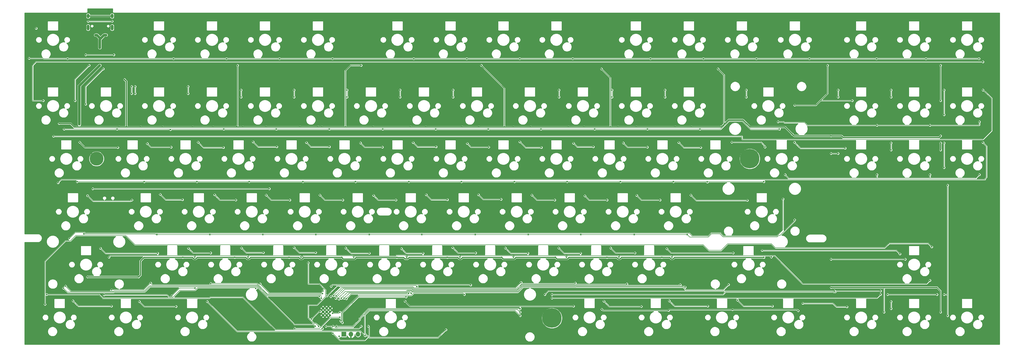
<source format=gtl>
%TF.GenerationSoftware,KiCad,Pcbnew,(5.1.2)-1*%
%TF.CreationDate,2021-11-08T02:50:53-08:00*%
%TF.ProjectId,PyKey60,50794b65-7936-4302-9e6b-696361645f70,1.1a*%
%TF.SameCoordinates,Original*%
%TF.FileFunction,Copper,L1,Top*%
%TF.FilePolarity,Positive*%
%FSLAX46Y46*%
G04 Gerber Fmt 4.6, Leading zero omitted, Abs format (unit mm)*
G04 Created by KiCad (PCBNEW (5.1.2)-1) date 2021-11-08 02:50:53*
%MOMM*%
%LPD*%
G04 APERTURE LIST*
%TA.AperFunction,ComponentPad*%
%ADD10C,7.000240*%
%TD*%
%TA.AperFunction,ComponentPad*%
%ADD11C,5.001260*%
%TD*%
%TA.AperFunction,ComponentPad*%
%ADD12O,1.700000X1.700000*%
%TD*%
%TA.AperFunction,ComponentPad*%
%ADD13R,1.700000X1.700000*%
%TD*%
%TA.AperFunction,ComponentPad*%
%ADD14O,1.000000X2.100000*%
%TD*%
%TA.AperFunction,ComponentPad*%
%ADD15O,1.000000X1.600000*%
%TD*%
%TA.AperFunction,ViaPad*%
%ADD16C,0.600000*%
%TD*%
%TA.AperFunction,ViaPad*%
%ADD17C,0.609600*%
%TD*%
%TA.AperFunction,Conductor*%
%ADD18C,0.406400*%
%TD*%
%TA.AperFunction,Conductor*%
%ADD19C,0.889000*%
%TD*%
%TA.AperFunction,Conductor*%
%ADD20C,0.152400*%
%TD*%
%TA.AperFunction,Conductor*%
%ADD21C,0.254000*%
%TD*%
%TA.AperFunction,Conductor*%
%ADD22C,0.200000*%
%TD*%
G04 APERTURE END LIST*
D10*
%TO.P,H4,1*%
%TO.N,N/C*%
X250825000Y-150274000D03*
%TD*%
%TO.P,H2,1*%
%TO.N,N/C*%
X321945000Y-92870000D03*
%TD*%
D11*
%TO.P,H1,1*%
%TO.N,N/C*%
X87122000Y-92870000D03*
%TD*%
D12*
%TO.P,J2,3*%
%TO.N,/SWCLK*%
X181102000Y-156116000D03*
%TO.P,J2,2*%
%TO.N,GND*%
X178562000Y-156116000D03*
D13*
%TO.P,J2,1*%
%TO.N,/SWD*%
X176022000Y-156116000D03*
%TD*%
D14*
%TO.P,J1,S1*%
%TO.N,Net-(J1-PadS1)*%
X92712000Y-45581000D03*
X84072000Y-45581000D03*
D15*
X84072000Y-41401000D03*
X92712000Y-41401000D03*
%TD*%
D16*
%TO.N,GND*%
%TO.C,U100*%
X168524000Y-146713000D03*
X168524000Y-147988000D03*
X168524000Y-149263000D03*
X169799000Y-146713000D03*
X169799000Y-147988000D03*
X169799000Y-149263000D03*
X171074000Y-146713000D03*
X171074000Y-147988000D03*
X171074000Y-149263000D03*
%TD*%
D17*
%TO.N,GND*%
X375285000Y-125255000D03*
X65405000Y-43975000D03*
X103505000Y-43975000D03*
X122555000Y-43975000D03*
X141605000Y-43975000D03*
X160655000Y-43975000D03*
X189865000Y-43975000D03*
X208915000Y-43975000D03*
X227965000Y-43975000D03*
X247015000Y-43975000D03*
X274955000Y-43975000D03*
X294005000Y-43975000D03*
X313055000Y-43975000D03*
X332105000Y-43975000D03*
X356235000Y-43975000D03*
X375285000Y-43975000D03*
X394335000Y-43975000D03*
X394335000Y-68105000D03*
X375285000Y-68105000D03*
X356235000Y-68105000D03*
X356235000Y-87155000D03*
X375285000Y-87155000D03*
X394335000Y-87155000D03*
X356235000Y-144305000D03*
X375285000Y-144305000D03*
X394335000Y-144305000D03*
X165354000Y-157640000D03*
X167132000Y-157640000D03*
X170815000Y-157640000D03*
X158877000Y-148115000D03*
X158877000Y-147099000D03*
X159766000Y-143670000D03*
X85598000Y-48420000D03*
X91567000Y-48420000D03*
X76962000Y-41308000D03*
X99441000Y-41943000D03*
X167259000Y-138844000D03*
X170658344Y-138691500D03*
X96774000Y-134399000D03*
X101219000Y-125763000D03*
X159004000Y-151696410D03*
X90690000Y-110892000D03*
X148971000Y-139733000D03*
X69113400Y-144051000D03*
X92456000Y-144051000D03*
X116459000Y-144686000D03*
X108966000Y-125001000D03*
X128143000Y-125001000D03*
X66548000Y-68232000D03*
X87122000Y-66581000D03*
X104140000Y-67343000D03*
X122555000Y-67216000D03*
X142367000Y-67724000D03*
X161417000Y-67724000D03*
X180594000Y-67851000D03*
X199263000Y-67724000D03*
X218694000Y-67851000D03*
X237490000Y-67978000D03*
X256794000Y-67724000D03*
X275686000Y-67820000D03*
X294386000Y-67724000D03*
X304515000Y-86870000D03*
X327787000Y-86774000D03*
X285242000Y-86774000D03*
X266319000Y-87028000D03*
X246888000Y-86901000D03*
X94869000Y-86774000D03*
X113284000Y-86901000D03*
X132842000Y-87028000D03*
X151892000Y-86901000D03*
X170815000Y-86901000D03*
X189738000Y-87028000D03*
X209138000Y-86870000D03*
X227965000Y-86901000D03*
X147066000Y-125001000D03*
X166243000Y-124874000D03*
X185039000Y-124747000D03*
X204216000Y-125001000D03*
X175387000Y-105824000D03*
X156337000Y-106078000D03*
X137541000Y-106078000D03*
X118364000Y-105697000D03*
X99695000Y-105697000D03*
X289814000Y-105697000D03*
X270764000Y-105824000D03*
X251841000Y-106205000D03*
X232283000Y-105824000D03*
X213233000Y-105951000D03*
X280289000Y-124874000D03*
X261524000Y-124970000D03*
X242443000Y-125128000D03*
X330200000Y-143797000D03*
X306578000Y-144051000D03*
X282956000Y-144178000D03*
X258953000Y-143924000D03*
X183769000Y-147099000D03*
X178921788Y-143775788D03*
X179447171Y-145190171D03*
X183642000Y-143924000D03*
X88519000Y-42451000D03*
X88519000Y-44610000D03*
X88519000Y-40038000D03*
X71120000Y-86901000D03*
X323088000Y-67851000D03*
X78486000Y-124620000D03*
X180914533Y-153499779D03*
X187579000Y-144051000D03*
X178054000Y-152560000D03*
X321183000Y-106078000D03*
X194716410Y-105979702D03*
X93472000Y-86139000D03*
X91313000Y-83726000D03*
X221361000Y-125128000D03*
X217805000Y-125128000D03*
X104902000Y-141257000D03*
X174523400Y-152478720D03*
X88224360Y-83588840D03*
X203581000Y-151798000D03*
X182981590Y-151036000D03*
X159004000Y-153068000D03*
%TO.N,VBUS*%
X90551000Y-48293000D03*
X86741000Y-48293000D03*
X80899000Y-80424000D03*
X88265000Y-59215000D03*
X88265000Y-52865000D03*
%TO.N,+1V1*%
X167513000Y-147861000D03*
X164405329Y-150595329D03*
X171960759Y-148581107D03*
X174607992Y-148163737D03*
%TO.N,+3V3*%
X83185000Y-55405000D03*
X93345000Y-55405000D03*
X377825000Y-129065000D03*
X390525000Y-87155000D03*
X390525000Y-89695000D03*
X390525000Y-84615000D03*
X73660000Y-80170000D03*
X337185000Y-83980000D03*
X102235000Y-135415000D03*
X110871000Y-81440000D03*
X129032000Y-81440000D03*
X148082000Y-81440000D03*
X166751000Y-81440000D03*
X186563000Y-81440000D03*
X205486000Y-81440000D03*
X243205000Y-81440000D03*
X262382000Y-81440000D03*
X281178000Y-81440000D03*
X300990000Y-81440000D03*
X102997000Y-81440000D03*
X121666000Y-81440000D03*
X139700000Y-81440000D03*
X160274000Y-81440000D03*
X168148000Y-81440000D03*
X200025000Y-81440000D03*
X218567000Y-81440000D03*
X224536000Y-81440000D03*
X236982000Y-81440000D03*
X256794000Y-81440000D03*
X274574000Y-81440000D03*
X295148000Y-81440000D03*
X311610494Y-81368164D03*
X339344000Y-147607000D03*
X315722000Y-147226000D03*
X292735000Y-147480000D03*
X268732000Y-147099000D03*
X290322000Y-128430000D03*
X136779000Y-128430000D03*
X118110000Y-128430000D03*
X156337000Y-128430000D03*
X175260000Y-128430000D03*
X213233000Y-128430000D03*
X232791000Y-128430000D03*
X270637000Y-128430000D03*
X327025000Y-128430000D03*
X79629000Y-81440000D03*
X83820000Y-135415000D03*
X95250004Y-81440000D03*
X252095004Y-128430000D03*
X195072001Y-128430000D03*
X97155000Y-64295000D03*
X137795000Y-59215000D03*
X182245000Y-59215000D03*
X225425000Y-59215000D03*
X268605000Y-60485000D03*
X310515000Y-60485000D03*
X338074000Y-73566000D03*
X349885000Y-59215000D03*
X351155000Y-84615000D03*
X358775000Y-71915000D03*
X351155000Y-90965000D03*
X353695000Y-90965000D03*
X351155000Y-129065000D03*
X351155000Y-139225000D03*
X390525000Y-148115000D03*
X370205000Y-148115000D03*
X390525000Y-71915000D03*
X390525000Y-59215000D03*
%TO.N,Net-(R7-Pad2)*%
X89789000Y-141892000D03*
X144399000Y-139606000D03*
%TO.N,/RESET*%
X158369000Y-153957000D03*
X174607992Y-150018528D03*
%TO.N,/USB-*%
X79375000Y-71915000D03*
X84455000Y-59215000D03*
%TO.N,/USB+*%
X83185000Y-73185000D03*
X89535000Y-60485000D03*
%TO.N,ROW1*%
X176149000Y-143162000D03*
X75438000Y-82202000D03*
X304038000Y-82202000D03*
X332613000Y-82202000D03*
X266192000Y-82202000D03*
X227965000Y-82202000D03*
X209042000Y-82202000D03*
X189992000Y-82202000D03*
X170815000Y-82202000D03*
X151765000Y-82202000D03*
X132842000Y-82202000D03*
X113665000Y-82329000D03*
X94488000Y-82202000D03*
X246888000Y-82202000D03*
X285153100Y-82202000D03*
X200226326Y-141317318D03*
X332105000Y-79535000D03*
X404495000Y-79535000D03*
X367665000Y-80805000D03*
X386715000Y-80805000D03*
%TO.N,ROW2*%
X176911000Y-143289000D03*
X80137000Y-101125000D03*
X104267000Y-101125000D03*
X123190000Y-101125000D03*
X141986000Y-101125000D03*
X161290000Y-101125000D03*
X180213000Y-101125000D03*
X199390000Y-101125000D03*
X218313000Y-101125000D03*
X237363000Y-101125000D03*
X256286000Y-101125000D03*
X275463000Y-101125000D03*
X294513000Y-101125000D03*
X199343445Y-141358590D03*
X306705000Y-101252000D03*
X327025000Y-101125000D03*
X367665000Y-98585000D03*
X386715000Y-98585000D03*
X334645000Y-98585000D03*
X404495000Y-98585000D03*
%TO.N,ROW3*%
X338074000Y-114841000D03*
X219329002Y-141765000D03*
X174898547Y-151290000D03*
X204089000Y-120200410D03*
X261239000Y-120200410D03*
X185166000Y-120200410D03*
X280416000Y-120200410D03*
X223266000Y-120200410D03*
X299466000Y-120200410D03*
X165989000Y-120200410D03*
X242316000Y-120200410D03*
X146939000Y-120200410D03*
X127889000Y-120200410D03*
X108839000Y-120200410D03*
X82559886Y-119967989D03*
%TO.N,ROW4*%
X91567002Y-128303000D03*
X122428000Y-128302998D03*
X141605000Y-128303000D03*
X160655000Y-128303000D03*
X179577999Y-128302999D03*
X256032000Y-128303000D03*
X217805000Y-128303000D03*
X236982000Y-128303000D03*
X329692000Y-128303000D03*
X294005000Y-128303000D03*
X274955000Y-128303000D03*
X198373998Y-142654000D03*
X175446213Y-151925000D03*
X198628000Y-128277590D03*
X386715000Y-136685000D03*
%TO.N,ROW5*%
X174371000Y-156878000D03*
%TO.N,COL1*%
X75946000Y-138717000D03*
X167233590Y-142476221D03*
%TO.N,COL2*%
X92456000Y-140114000D03*
X106534707Y-137645159D03*
X167868590Y-143138426D03*
X99695000Y-69375000D03*
X99695000Y-66835000D03*
%TO.N,COL3*%
X122555004Y-139479032D03*
X128143000Y-137802600D03*
X168322126Y-141456230D03*
X114173000Y-142247590D03*
X100965000Y-66835000D03*
X100965000Y-69375000D03*
%TO.N,COL4*%
X145923000Y-137955000D03*
X168529000Y-140495000D03*
X120015000Y-66835000D03*
X120015000Y-69375000D03*
%TO.N,COL5*%
X139065000Y-68105000D03*
X139065000Y-70645000D03*
%TO.N,COL6*%
X158115000Y-68105000D03*
X158115000Y-70645000D03*
%TO.N,COL7*%
X169942032Y-142254877D03*
X202264027Y-138894724D03*
X177165000Y-68105000D03*
X177165000Y-70645000D03*
%TO.N,COL8*%
X221615000Y-138336000D03*
X171410458Y-138813922D03*
X196215000Y-68105000D03*
X196215000Y-70645000D03*
%TO.N,COL9*%
X171332400Y-142527000D03*
X239723744Y-137427980D03*
X215265000Y-68105000D03*
X215265000Y-70645000D03*
%TO.N,COL10*%
X172403371Y-142210371D03*
X259207000Y-137650157D03*
%TO.N,COL11*%
X173228000Y-142273000D03*
X277749000Y-137954968D03*
X253365000Y-68105000D03*
X253365000Y-70645000D03*
%TO.N,COL12*%
X173101000Y-143162000D03*
X296926000Y-138209000D03*
X272415000Y-68105000D03*
X272415000Y-70645000D03*
%TO.N,COL13*%
X174244000Y-143416000D03*
X298704000Y-139098000D03*
X291465000Y-68105000D03*
X291465000Y-70645000D03*
%TO.N,COL14*%
X175133000Y-143162000D03*
X314325000Y-138209000D03*
X320675000Y-68105000D03*
X320675000Y-70645000D03*
%TO.N,Net-(U15-Pad5)*%
X81026000Y-86901000D03*
X94742000Y-88806000D03*
%TO.N,Net-(U16-Pad5)*%
X113919000Y-88679000D03*
X105359179Y-87409000D03*
%TO.N,Net-(U17-Pad5)*%
X132715000Y-88806000D03*
X123621790Y-86901000D03*
%TO.N,Net-(U18-Pad5)*%
X143383000Y-86774000D03*
X151892000Y-88552000D03*
%TO.N,Net-(U19-Pad5)*%
X162560000Y-87028000D03*
X170815000Y-88552000D03*
%TO.N,Net-(U20-Pad5)*%
X181991000Y-87155000D03*
X189865000Y-88679000D03*
%TO.N,Net-(U21-Pad5)*%
X200914000Y-87028000D03*
X209169000Y-88552000D03*
%TO.N,Net-(U22-Pad5)*%
X220389164Y-87364836D03*
X228092000Y-88679000D03*
%TO.N,Net-(U23-Pad5)*%
X239268000Y-86774000D03*
X247015000Y-88806000D03*
%TO.N,Net-(U24-Pad5)*%
X258572000Y-87282000D03*
X265684000Y-88552000D03*
%TO.N,Net-(U25-Pad5)*%
X276479000Y-87155000D03*
X285115000Y-88679000D03*
%TO.N,Net-(U26-Pad5)*%
X296418000Y-87028000D03*
X304292000Y-88806000D03*
%TO.N,Net-(U27-Pad5)*%
X315468000Y-86901000D03*
X327406000Y-88679000D03*
%TO.N,Net-(U29-Pad5)*%
X99822000Y-107729000D03*
X83870790Y-106172266D03*
%TO.N,Net-(U30-Pad5)*%
X109982000Y-105697000D03*
X117983000Y-107602000D03*
%TO.N,Net-(U31-Pad5)*%
X129540000Y-105824000D03*
X137160000Y-107729000D03*
%TO.N,Net-(U32-Pad5)*%
X148082000Y-105951000D03*
X156591000Y-107729000D03*
%TO.N,Net-(U33-Pad5)*%
X167386000Y-105951000D03*
X175641000Y-107729000D03*
%TO.N,Net-(U34-Pad5)*%
X186690000Y-106078000D03*
X194716410Y-107729000D03*
%TO.N,Net-(U35-Pad5)*%
X205613000Y-105824000D03*
X213233000Y-107602000D03*
%TO.N,Net-(U36-Pad5)*%
X224409000Y-105824000D03*
X232537000Y-107475000D03*
%TO.N,Net-(U37-Pad5)*%
X243586000Y-105951000D03*
X251841000Y-107729000D03*
%TO.N,Net-(U38-Pad5)*%
X262636000Y-106205000D03*
X270637000Y-107729000D03*
%TO.N,Net-(U39-Pad5)*%
X281305000Y-106078000D03*
X289687000Y-107729000D03*
%TO.N,Net-(U40-Pad5)*%
X300736000Y-105951000D03*
X321056000Y-107856000D03*
%TO.N,Net-(U42-Pad5)*%
X88519000Y-125128000D03*
X109093000Y-126906000D03*
%TO.N,Net-(U43-Pad5)*%
X120142000Y-125128000D03*
X128143000Y-126779000D03*
%TO.N,Net-(U44-Pad5)*%
X139192000Y-125001000D03*
X147066000Y-126652000D03*
%TO.N,Net-(U45-Pad5)*%
X158115000Y-124874000D03*
X165862000Y-126652000D03*
%TO.N,Net-(U46-Pad5)*%
X176657000Y-125001000D03*
X185166000Y-126906000D03*
%TO.N,Net-(U47-Pad5)*%
X196723000Y-125255000D03*
X204470000Y-126906000D03*
%TO.N,Net-(U48-Pad5)*%
X215138000Y-124874000D03*
X223393000Y-126779000D03*
%TO.N,Net-(U49-Pad5)*%
X234061000Y-125001000D03*
X242189000Y-126906000D03*
%TO.N,Net-(U50-Pad5)*%
X253238000Y-125001000D03*
X261112000Y-126906000D03*
%TO.N,Net-(U51-Pad5)*%
X271907000Y-125001000D03*
X280670000Y-126779000D03*
%TO.N,Net-(U52-Pad5)*%
X292100000Y-125255000D03*
X315976000Y-126779000D03*
%TO.N,Net-(U54-Pad5)*%
X78613000Y-144051000D03*
X92456000Y-145956000D03*
%TO.N,Net-(U55-Pad5)*%
X102489000Y-144305000D03*
X115697000Y-146083000D03*
%TO.N,Net-(U56-Pad5)*%
X126873000Y-144305000D03*
X183645822Y-156620178D03*
%TO.N,Net-(U57-Pad5)*%
X258572000Y-145956000D03*
X197993002Y-144178000D03*
%TO.N,Net-(U58-Pad5)*%
X269494000Y-144178000D03*
X282956000Y-146083000D03*
%TO.N,Net-(U59-Pad5)*%
X292989000Y-144051000D03*
X306832000Y-145956000D03*
%TO.N,Net-(U60-Pad5)*%
X317500000Y-143797000D03*
X330073000Y-145956000D03*
%TO.N,RGBData1*%
X405765000Y-57945000D03*
X67945000Y-71915000D03*
X67945000Y-71915000D03*
%TO.N,RGBData2*%
X71628000Y-84742000D03*
X405765000Y-68105000D03*
%TO.N,RGBData3*%
X73279000Y-101506000D03*
X405765000Y-87028000D03*
%TO.N,RGBData4*%
X333883000Y-107348000D03*
X77343000Y-121572000D03*
%TO.N,RGBData5*%
X68580000Y-145321000D03*
X387350000Y-124620000D03*
%TO.N,ROW0*%
X168275000Y-154084001D03*
X69215000Y-141765000D03*
X62865000Y-56675000D03*
X76693899Y-56816101D03*
X114793899Y-56816101D03*
X133843899Y-56816101D03*
X152893899Y-56816101D03*
X171943899Y-56816101D03*
X201153899Y-56816101D03*
X220203899Y-56816101D03*
X239253899Y-56816101D03*
X258303899Y-56816101D03*
X286243899Y-56816101D03*
X305293899Y-56816101D03*
X324343899Y-56816101D03*
X343393899Y-56816101D03*
X367523899Y-56816101D03*
X404353899Y-56816101D03*
X385303899Y-56816101D03*
%TO.N,Net-(U28-Pad5)*%
X356235000Y-89060000D03*
X338010500Y-86964500D03*
%TO.N,Net-(U53-Pad5)*%
X326390000Y-125890000D03*
X375920000Y-127160000D03*
%TO.N,Net-(U61-Pad5)*%
X340995000Y-144940000D03*
X356870000Y-146210000D03*
%TO.N,COL15*%
X248285000Y-141765000D03*
X173355000Y-153195000D03*
X353695000Y-68105000D03*
X353695000Y-70645000D03*
X239395000Y-146845000D03*
X352425000Y-140495000D03*
%TO.N,COL16*%
X172085000Y-153195000D03*
X372745000Y-146845000D03*
X372745000Y-144305000D03*
X372745000Y-70645000D03*
X372745000Y-68105000D03*
X372745000Y-89695000D03*
X372745000Y-87155000D03*
X239395000Y-148115000D03*
X250825000Y-141765000D03*
X368935000Y-140495000D03*
%TO.N,COL17*%
X172085000Y-155735000D03*
X391795000Y-68105000D03*
X391795000Y-76995000D03*
X391795000Y-87155000D03*
X393065000Y-149385000D03*
X393065000Y-102395000D03*
X391795000Y-96045000D03*
X239395000Y-149385000D03*
X250825000Y-143035000D03*
X368935000Y-141765000D03*
X371475000Y-141765000D03*
X371475000Y-141765000D03*
X389255000Y-141765000D03*
X391795000Y-141765000D03*
%TO.N,RGBData0*%
X165735000Y-153195000D03*
X65405000Y-45880000D03*
X75184000Y-139479000D03*
%TO.N,Speaker*%
X182245000Y-153195000D03*
X184785000Y-153195000D03*
X169545000Y-153195000D03*
X212725000Y-154465000D03*
%TO.N,LED*%
X163195000Y-130335000D03*
X167005000Y-153195000D03*
X149225000Y-103665000D03*
X149225000Y-103665000D03*
X85725000Y-103665000D03*
X85725000Y-103665000D03*
%TO.N,Net-(U62-Pad5)*%
X84074000Y-43340000D03*
X92710000Y-43313000D03*
%TD*%
D18*
%TO.N,Net-(J1-PadS1)*%
X84072000Y-41401000D02*
X92712000Y-41401000D01*
D19*
%TO.N,VBUS*%
X86741000Y-48293000D02*
X87249000Y-48293000D01*
X80899000Y-74963000D02*
X80899000Y-80424000D01*
X87249000Y-48293000D02*
X88519000Y-49563000D01*
X89789000Y-48293000D02*
X88519000Y-49563000D01*
X90551000Y-48293000D02*
X89789000Y-48293000D01*
X80899000Y-74963000D02*
X80899000Y-66581000D01*
X80899000Y-66581000D02*
X88265000Y-59215000D01*
X88265000Y-59215000D02*
X88265000Y-59215000D01*
X88265000Y-49817000D02*
X88519000Y-49563000D01*
X88265000Y-52865000D02*
X88265000Y-49817000D01*
D20*
%TO.N,+1V1*%
X164405329Y-150587671D02*
X164405329Y-150595329D01*
X167132000Y-147861000D02*
X164405329Y-150587671D01*
X167513000Y-147861000D02*
X167132000Y-147861000D01*
X174190622Y-148581107D02*
X174607992Y-148163737D01*
X171960759Y-148581107D02*
X174190622Y-148581107D01*
D18*
%TO.N,+3V3*%
X73660000Y-80170000D02*
X77774810Y-80170000D01*
X77774810Y-80170000D02*
X79044810Y-81440000D01*
X334645000Y-81440000D02*
X337185000Y-83980000D01*
X319456861Y-78849190D02*
X322047670Y-81440000D01*
X314273139Y-78849190D02*
X319456861Y-78849190D01*
X322047670Y-81440000D02*
X334645000Y-81440000D01*
X294855394Y-128430000D02*
X327025000Y-128430000D01*
X294321993Y-128963401D02*
X294855394Y-128430000D01*
X293688007Y-128963401D02*
X294321993Y-128963401D01*
X293154606Y-128430000D02*
X293688007Y-128963401D01*
X275271993Y-128963401D02*
X275805394Y-128430000D01*
X274638007Y-128963401D02*
X275271993Y-128963401D01*
X274104606Y-128430000D02*
X274638007Y-128963401D01*
X159804606Y-128430000D02*
X160338007Y-128963401D01*
X141288007Y-128963401D02*
X141921993Y-128963401D01*
X102870000Y-129700000D02*
X104140000Y-128430000D01*
X161036321Y-128963401D02*
X161569722Y-128430000D01*
X140754606Y-128430000D02*
X141288007Y-128963401D01*
X122111007Y-128963399D02*
X122744993Y-128963399D01*
X121577608Y-128430000D02*
X122111007Y-128963399D01*
X122744993Y-128963399D02*
X123278392Y-128430000D01*
X102870000Y-134780000D02*
X102870000Y-129700000D01*
X141921993Y-128963401D02*
X142455394Y-128430000D01*
X102235000Y-135415000D02*
X102870000Y-134780000D01*
X160338007Y-128963401D02*
X161036321Y-128963401D01*
X216954606Y-128430000D02*
X217488007Y-128963401D01*
X217488007Y-128963401D02*
X218121993Y-128963401D01*
X218121993Y-128963401D02*
X218655394Y-128430000D01*
X102235000Y-135415000D02*
X83820000Y-135415000D01*
X300990000Y-81440000D02*
X311682330Y-81440000D01*
X102997000Y-81440000D02*
X110871000Y-81440000D01*
X121666000Y-81440000D02*
X129032000Y-81440000D01*
X110871000Y-81440000D02*
X121666000Y-81440000D01*
X139700000Y-81440000D02*
X148082000Y-81440000D01*
X160274000Y-81440000D02*
X166751000Y-81440000D01*
X148082000Y-81440000D02*
X160274000Y-81440000D01*
X166751000Y-81440000D02*
X168148000Y-81440000D01*
X200025000Y-81440000D02*
X205486000Y-81440000D01*
X186563000Y-81440000D02*
X200025000Y-81440000D01*
X205486000Y-81440000D02*
X218567000Y-81440000D01*
X218567000Y-81440000D02*
X224536000Y-81440000D01*
X236982000Y-81440000D02*
X243205000Y-81440000D01*
X256794000Y-81440000D02*
X262382000Y-81440000D01*
X243205000Y-81440000D02*
X256794000Y-81440000D01*
X274574000Y-81440000D02*
X281178000Y-81440000D01*
X295148000Y-81440000D02*
X300990000Y-81440000D01*
X281178000Y-81440000D02*
X295148000Y-81440000D01*
D21*
X339344000Y-147607000D02*
X338963000Y-147226000D01*
X338963000Y-147226000D02*
X315722000Y-147226000D01*
X292989000Y-147226000D02*
X292735000Y-147480000D01*
X315722000Y-147226000D02*
X292989000Y-147226000D01*
X269113000Y-147480000D02*
X268732000Y-147099000D01*
X292735000Y-147480000D02*
X269113000Y-147480000D01*
D18*
X290322000Y-128430000D02*
X293154606Y-128430000D01*
X275805394Y-128430000D02*
X290322000Y-128430000D01*
X136779000Y-128430000D02*
X140754606Y-128430000D01*
X123278392Y-128430000D02*
X136779000Y-128430000D01*
X118110000Y-128430000D02*
X121577608Y-128430000D01*
X104140000Y-128430000D02*
X118110000Y-128430000D01*
X156337000Y-128430000D02*
X159804606Y-128430000D01*
X142455394Y-128430000D02*
X156337000Y-128430000D01*
X161569722Y-128430000D02*
X175260000Y-128430000D01*
X213233000Y-128430000D02*
X216954606Y-128430000D01*
X218655394Y-128430000D02*
X232791000Y-128430000D01*
X270637000Y-128430000D02*
X274104606Y-128430000D01*
X79044810Y-81440000D02*
X79629000Y-81440000D01*
X252628405Y-128963401D02*
X252095004Y-128430000D01*
X270637000Y-128430000D02*
X256882394Y-128430000D01*
X233324401Y-128963401D02*
X237298993Y-128963401D01*
X237832394Y-128430000D02*
X252095004Y-128430000D01*
X256348993Y-128963401D02*
X252628405Y-128963401D01*
X232791000Y-128430000D02*
X233324401Y-128963401D01*
X256882394Y-128430000D02*
X256348993Y-128963401D01*
X237298993Y-128963401D02*
X237832394Y-128430000D01*
X194640949Y-128430000D02*
X195072001Y-128430000D01*
X175793400Y-128963400D02*
X179894992Y-128963400D01*
X180428391Y-128430001D02*
X194640949Y-128430000D01*
X175260000Y-128430000D02*
X175793400Y-128963400D01*
X179894992Y-128963400D02*
X180428391Y-128430001D01*
X197485000Y-128430000D02*
X195072001Y-128430000D01*
X197993000Y-128938000D02*
X197485000Y-128430000D01*
X198970394Y-128938000D02*
X197993000Y-128938000D01*
X199478394Y-128430000D02*
X198970394Y-128938000D01*
X213233000Y-128430000D02*
X199478394Y-128430000D01*
X337185000Y-83980000D02*
X337820000Y-84615000D01*
X337820000Y-84615000D02*
X351155000Y-84615000D01*
X97790000Y-81440000D02*
X97790000Y-64930000D01*
X97790000Y-81440000D02*
X102997000Y-81440000D01*
X79629000Y-81440000D02*
X97790000Y-81440000D01*
X97155000Y-64295000D02*
X97790000Y-64930000D01*
D21*
X137795000Y-80805000D02*
X137160000Y-81440000D01*
X137795000Y-59215000D02*
X137795000Y-80805000D01*
D18*
X129032000Y-81440000D02*
X137160000Y-81440000D01*
X137160000Y-81440000D02*
X139700000Y-81440000D01*
D21*
X176530000Y-61120000D02*
X178435000Y-59215000D01*
X176530000Y-81440000D02*
X176530000Y-61120000D01*
D18*
X176530000Y-81440000D02*
X186563000Y-81440000D01*
X168148000Y-81440000D02*
X176530000Y-81440000D01*
D21*
X178435000Y-59215000D02*
X179705000Y-59215000D01*
X179705000Y-59215000D02*
X182245000Y-59215000D01*
X182245000Y-59215000D02*
X182245000Y-59215000D01*
X233680000Y-81440000D02*
X233680000Y-67470000D01*
D18*
X224536000Y-81440000D02*
X233680000Y-81440000D01*
X233680000Y-81440000D02*
X236982000Y-81440000D01*
D21*
X233680000Y-67470000D02*
X225425000Y-59215000D01*
X225425000Y-59215000D02*
X225425000Y-59215000D01*
X271780000Y-81440000D02*
X271780000Y-63660000D01*
D18*
X262382000Y-81440000D02*
X271780000Y-81440000D01*
X271780000Y-81440000D02*
X274574000Y-81440000D01*
D21*
X271780000Y-63660000D02*
X268605000Y-60485000D01*
X312686165Y-80436165D02*
X312686165Y-62656165D01*
D18*
X311682330Y-81440000D02*
X312686165Y-80436165D01*
X312686165Y-80436165D02*
X314273139Y-78849190D01*
D21*
X312686165Y-62656165D02*
X310515000Y-60485000D01*
X268605000Y-60485000D02*
X268605000Y-60485000D01*
X310515000Y-60485000D02*
X310515000Y-60485000D01*
X338074000Y-73566000D02*
X345694000Y-73566000D01*
X345694000Y-73566000D02*
X347345000Y-71915000D01*
X349885000Y-69375000D02*
X349885000Y-59215000D01*
X349885000Y-59215000D02*
X349885000Y-59215000D01*
X347345000Y-71915000D02*
X348615000Y-70645000D01*
X348615000Y-70645000D02*
X349885000Y-69375000D01*
D20*
X347345000Y-71915000D02*
X358775000Y-71915000D01*
D18*
X389966192Y-85173808D02*
X390525000Y-84615000D01*
X355523808Y-85173808D02*
X389966192Y-85173808D01*
X351155000Y-84615000D02*
X354965000Y-84615000D01*
X354965000Y-84615000D02*
X355523808Y-85173808D01*
X390525000Y-87155000D02*
X390525000Y-89695000D01*
D20*
X351155000Y-90965000D02*
X353695000Y-90965000D01*
X353695000Y-90965000D02*
X353695000Y-90965000D01*
X377825000Y-129065000D02*
X351155000Y-129065000D01*
D21*
X389255000Y-139225000D02*
X390525000Y-140495000D01*
X390525000Y-140495000D02*
X390525000Y-148115000D01*
X390525000Y-148115000D02*
X390525000Y-148115000D01*
D20*
X370205000Y-139225000D02*
X370205000Y-148115000D01*
D18*
X370205000Y-139225000D02*
X389255000Y-139225000D01*
X351155000Y-139225000D02*
X370205000Y-139225000D01*
D20*
X370205000Y-148115000D02*
X370205000Y-148115000D01*
D21*
X390525000Y-71915000D02*
X390525000Y-59215000D01*
X390525000Y-59215000D02*
X390525000Y-59215000D01*
D20*
X83185000Y-55405000D02*
X93345000Y-55405000D01*
%TO.N,Net-(R7-Pad2)*%
X123522269Y-139301201D02*
X144094201Y-139301201D01*
X122582470Y-140241000D02*
X123522269Y-139301201D01*
X117094000Y-140241000D02*
X122582470Y-140241000D01*
X114554000Y-142781000D02*
X117094000Y-140241000D01*
X113383566Y-142781000D02*
X114554000Y-142781000D01*
X112494566Y-141892000D02*
X113383566Y-142781000D01*
X144094201Y-139301201D02*
X144399000Y-139606000D01*
X89789000Y-141892000D02*
X112494566Y-141892000D01*
%TO.N,/RESET*%
X171267831Y-150018528D02*
X174607992Y-150018528D01*
X158369000Y-153957000D02*
X167329359Y-153957000D01*
X167329359Y-153957000D02*
X171267831Y-150018528D01*
D22*
%TO.N,/USB-*%
X79375000Y-71915000D02*
X79375000Y-65565000D01*
X79375000Y-65565000D02*
X79375000Y-64295000D01*
X79375000Y-64295000D02*
X84455000Y-59215000D01*
X84455000Y-59215000D02*
X84455000Y-59215000D01*
%TO.N,/USB+*%
X83185000Y-73185000D02*
X83185000Y-66835000D01*
X83185000Y-66835000D02*
X89535000Y-60485000D01*
X89535000Y-60485000D02*
X89535000Y-60485000D01*
D20*
%TO.N,ROW1*%
X311531000Y-82202000D02*
X304038000Y-82202000D01*
X314452000Y-79281000D02*
X311531000Y-82202000D01*
X319278000Y-79281000D02*
X314452000Y-79281000D01*
X322199000Y-82202000D02*
X319278000Y-79281000D01*
X332613000Y-82202000D02*
X322199000Y-82202000D01*
X227965000Y-82202000D02*
X266192000Y-82202000D01*
X209042000Y-82202000D02*
X227965000Y-82202000D01*
X189992000Y-82202000D02*
X209042000Y-82202000D01*
X170815000Y-82202000D02*
X189992000Y-82202000D01*
X151765000Y-82202000D02*
X170815000Y-82202000D01*
X132842000Y-82202000D02*
X151765000Y-82202000D01*
X113792000Y-82202000D02*
X113919000Y-82202000D01*
X113665000Y-82329000D02*
X113792000Y-82202000D01*
X113919000Y-82202000D02*
X132842000Y-82202000D01*
X94488000Y-82202000D02*
X113919000Y-82202000D01*
X75438000Y-82202000D02*
X94488000Y-82202000D01*
X285153100Y-82202000D02*
X304038000Y-82202000D01*
X266192000Y-82202000D02*
X285153100Y-82202000D01*
X199734196Y-140825188D02*
X200226326Y-141317318D01*
X199087411Y-140825188D02*
X199734196Y-140825188D01*
X198630221Y-141282378D02*
X199087411Y-140825188D01*
X178028622Y-141282378D02*
X198630221Y-141282378D01*
X176149000Y-143162000D02*
X178028622Y-141282378D01*
X404495000Y-79535000D02*
X404495000Y-80805000D01*
X341620729Y-79831399D02*
X334348601Y-79831399D01*
X404495000Y-80805000D02*
X386715000Y-80805000D01*
X342594330Y-80805000D02*
X341620729Y-79831399D01*
X334052202Y-79535000D02*
X334348601Y-79831399D01*
X332105000Y-79535000D02*
X334052202Y-79535000D01*
X367665000Y-80805000D02*
X342594330Y-80805000D01*
X386715000Y-80805000D02*
X367665000Y-80805000D01*
%TO.N,ROW2*%
X80264000Y-101125000D02*
X80137000Y-101125000D01*
X104267000Y-101125000D02*
X80264000Y-101125000D01*
X123190000Y-101125000D02*
X104267000Y-101125000D01*
X126028670Y-101125000D02*
X123190000Y-101125000D01*
X141986000Y-101125000D02*
X126028670Y-101125000D01*
X161290000Y-101125000D02*
X141986000Y-101125000D01*
X180213000Y-101125000D02*
X161290000Y-101125000D01*
X199390000Y-101125000D02*
X180213000Y-101125000D01*
X218313000Y-101125000D02*
X199390000Y-101125000D01*
X237363000Y-101125000D02*
X218313000Y-101125000D01*
X256286000Y-101125000D02*
X237363000Y-101125000D01*
X275463000Y-101125000D02*
X256286000Y-101125000D01*
X294513000Y-101125000D02*
X275463000Y-101125000D01*
X178612811Y-141587189D02*
X199114846Y-141587189D01*
X176911000Y-143289000D02*
X178612811Y-141587189D01*
X199114846Y-141587189D02*
X199343445Y-141358590D01*
X306578000Y-101125000D02*
X306705000Y-101252000D01*
X294513000Y-101125000D02*
X306578000Y-101125000D01*
X306832000Y-101125000D02*
X306705000Y-101252000D01*
X403225000Y-99855000D02*
X404495000Y-98585000D01*
X367665000Y-99855000D02*
X367665000Y-98585000D01*
X386715000Y-99855000D02*
X386715000Y-98585000D01*
X386715000Y-99855000D02*
X403225000Y-99855000D01*
X367665000Y-99855000D02*
X386715000Y-99855000D01*
X325755000Y-101125000D02*
X327025000Y-101125000D01*
X325755000Y-101125000D02*
X80137000Y-101125000D01*
X335915000Y-99855000D02*
X367665000Y-99855000D01*
X334645000Y-98585000D02*
X335915000Y-99855000D01*
%TO.N,ROW3*%
X223520000Y-120175000D02*
X223291410Y-120175000D01*
X203657948Y-120200410D02*
X185166000Y-120200410D01*
X184734948Y-120200410D02*
X165989000Y-120200410D01*
X223520000Y-120175000D02*
X204114410Y-120175000D01*
X165989000Y-120200410D02*
X165557948Y-120200410D01*
X204089000Y-120200410D02*
X203657948Y-120200410D01*
X165557948Y-120200410D02*
X146939000Y-120200410D01*
X204114410Y-120175000D02*
X204089000Y-120200410D01*
X146507948Y-120200410D02*
X127889000Y-120200410D01*
X127457948Y-120200410D02*
X108839000Y-120200410D01*
X127889000Y-120200410D02*
X127457948Y-120200410D01*
X146939000Y-120200410D02*
X146507948Y-120200410D01*
X185166000Y-120200410D02*
X184734948Y-120200410D01*
X223291410Y-120175000D02*
X223266000Y-120200410D01*
X260807948Y-120200410D02*
X242316000Y-120200410D01*
X261239000Y-120200410D02*
X260807948Y-120200410D01*
X242290590Y-120175000D02*
X242316000Y-120200410D01*
X223520000Y-120175000D02*
X242290590Y-120175000D01*
X279984948Y-120200410D02*
X261239000Y-120200410D01*
X280416000Y-120200410D02*
X279984948Y-120200410D01*
X299034948Y-120200410D02*
X280416000Y-120200410D01*
X299466000Y-120200410D02*
X299034948Y-120200410D01*
X308190835Y-119921000D02*
X306997024Y-121114811D01*
X312343811Y-120987811D02*
X311277000Y-119921000D01*
X331850859Y-120987811D02*
X312343811Y-120987811D01*
X332337271Y-120501399D02*
X331850859Y-120987811D01*
X311277000Y-119921000D02*
X308190835Y-119921000D01*
X338074000Y-114841000D02*
X338074000Y-115272052D01*
X300380401Y-121114811D02*
X299466000Y-120200410D01*
X338074000Y-115272052D02*
X332844653Y-120501399D01*
X306997024Y-121114811D02*
X300380401Y-121114811D01*
X332844653Y-120501399D02*
X332337271Y-120501399D01*
X181382134Y-142069799D02*
X175141402Y-148310531D01*
X200355201Y-142069799D02*
X181382134Y-142069799D01*
X201168000Y-141257000D02*
X200355201Y-142069799D01*
X218821002Y-141257000D02*
X201168000Y-141257000D01*
X219329002Y-141765000D02*
X218821002Y-141257000D01*
X175141402Y-151047145D02*
X174898547Y-151290000D01*
X175141402Y-148310531D02*
X175141402Y-151047145D01*
X108203189Y-119995651D02*
X82587548Y-119995651D01*
X108407948Y-120200410D02*
X108203189Y-119995651D01*
X108839000Y-120200410D02*
X108407948Y-120200410D01*
X82587548Y-119995651D02*
X82559886Y-119967989D01*
%TO.N,ROW4*%
X121920002Y-127795000D02*
X122428000Y-128302998D01*
X92075002Y-127795000D02*
X121920002Y-127795000D01*
X91567002Y-128303000D02*
X92075002Y-127795000D01*
X141097000Y-127795000D02*
X141605000Y-128303000D01*
X122935998Y-127795000D02*
X141097000Y-127795000D01*
X122428000Y-128302998D02*
X122935998Y-127795000D01*
X160147000Y-127795000D02*
X142113000Y-127795000D01*
X142113000Y-127795000D02*
X141605000Y-128303000D01*
X160655000Y-128303000D02*
X160147000Y-127795000D01*
X179070000Y-127795000D02*
X179577999Y-128302999D01*
X161594052Y-127795000D02*
X179070000Y-127795000D01*
X161086053Y-128302999D02*
X161594052Y-127795000D01*
X160655000Y-128303000D02*
X161086053Y-128302999D01*
X218313000Y-127795000D02*
X217805000Y-128303000D01*
X236474000Y-127795000D02*
X218313000Y-127795000D01*
X236982000Y-128303000D02*
X236474000Y-127795000D01*
X237490000Y-127795000D02*
X236982000Y-128303000D01*
X255524000Y-127795000D02*
X237490000Y-127795000D01*
X256032000Y-128303000D02*
X255524000Y-127795000D01*
X274447000Y-127795000D02*
X274955000Y-128303000D01*
X256540000Y-127795000D02*
X274447000Y-127795000D01*
X256032000Y-128303000D02*
X256540000Y-127795000D01*
X293497000Y-127795000D02*
X294005000Y-128303000D01*
X275463000Y-127795000D02*
X293497000Y-127795000D01*
X274955000Y-128303000D02*
X275463000Y-127795000D01*
X329184000Y-127795000D02*
X329692000Y-128303000D01*
X294513000Y-127795000D02*
X329184000Y-127795000D01*
X294005000Y-128303000D02*
X294513000Y-127795000D01*
X175446213Y-148436787D02*
X175446213Y-151925000D01*
X181229000Y-142654000D02*
X175446213Y-148436787D01*
X198373998Y-142654000D02*
X181229000Y-142654000D01*
X179882798Y-127998200D02*
X194587366Y-127998200D01*
X194942967Y-127642599D02*
X197993009Y-127642599D01*
X179577999Y-128302999D02*
X179882798Y-127998200D01*
X199110590Y-127795000D02*
X198628000Y-128277590D01*
X217297000Y-127795000D02*
X199110590Y-127795000D01*
X194587366Y-127998200D02*
X194942967Y-127642599D01*
X217805000Y-128303000D02*
X217297000Y-127795000D01*
X197993009Y-127642599D02*
X198628000Y-128277590D01*
X386715000Y-136685000D02*
X385445000Y-137955000D01*
X385445000Y-137955000D02*
X340995000Y-137955000D01*
X340995000Y-137955000D02*
X332105000Y-129065000D01*
X332105000Y-129065000D02*
X330835000Y-127795000D01*
X329692000Y-127871948D02*
X329768948Y-127795000D01*
X329692000Y-128303000D02*
X329692000Y-127871948D01*
X329768948Y-127795000D02*
X330835000Y-127795000D01*
%TO.N,COL1*%
X93220033Y-140647401D02*
X93372434Y-140495000D01*
X167004991Y-142247622D02*
X167233590Y-142476221D01*
X148360688Y-142247622D02*
X167004991Y-142247622D01*
X144753878Y-138640811D02*
X148360688Y-142247622D01*
X106198123Y-138640811D02*
X144753878Y-138640811D01*
X104343934Y-140495000D02*
X106198123Y-138640811D01*
X77876401Y-140647401D02*
X93220033Y-140647401D01*
X75946000Y-138717000D02*
X77876401Y-140647401D01*
X93372434Y-140495000D02*
X104343934Y-140495000D01*
%TO.N,COL2*%
X92456000Y-140114000D02*
X104065866Y-140114000D01*
X104065866Y-140114000D02*
X106534707Y-137645159D01*
X167868590Y-142247590D02*
X167868590Y-143138426D01*
X167563811Y-141942811D02*
X167868590Y-142247590D01*
X106534707Y-137645159D02*
X107225548Y-138336000D01*
X144880132Y-138336000D02*
X148486942Y-141942811D01*
X107225548Y-138336000D02*
X144880132Y-138336000D01*
X148486942Y-141942811D02*
X167563811Y-141942811D01*
X99695000Y-69375000D02*
X99695000Y-66835000D01*
%TO.N,COL3*%
X168216545Y-141561811D02*
X168322126Y-141456230D01*
X144777798Y-137802600D02*
X148537009Y-141561811D01*
X128143000Y-137802600D02*
X144777798Y-137802600D01*
X148537009Y-141561811D02*
X168216545Y-141561811D01*
X122555004Y-139479032D02*
X116941558Y-139479032D01*
X116941558Y-139479032D02*
X114173000Y-142247590D01*
X100965000Y-66835000D02*
X100965000Y-69375000D01*
%TO.N,COL4*%
X145923000Y-137955000D02*
X149225000Y-141257000D01*
X167767000Y-141257000D02*
X168529000Y-140495000D01*
X149225000Y-141257000D02*
X167767000Y-141257000D01*
X120015000Y-66835000D02*
X120015000Y-69375000D01*
%TO.N,COL5*%
X139065000Y-68105000D02*
X139065000Y-70645000D01*
%TO.N,COL6*%
X158115000Y-68105000D02*
X158115000Y-70645000D01*
%TO.N,COL7*%
X173606984Y-138589925D02*
X201959228Y-138589925D01*
X169942032Y-142254877D02*
X173606984Y-138589925D01*
X201959228Y-138589925D02*
X202264027Y-138894724D01*
X177165000Y-68105000D02*
X177165000Y-70645000D01*
%TO.N,COL8*%
X172015380Y-138209000D02*
X171410458Y-138813922D01*
X221488000Y-138209000D02*
X172015380Y-138209000D01*
X221615000Y-138336000D02*
X221488000Y-138209000D01*
X196215000Y-68105000D02*
X196215000Y-70645000D01*
%TO.N,COL9*%
X200850101Y-138996322D02*
X201281913Y-139428134D01*
X201281913Y-139428134D02*
X237723590Y-139428134D01*
X237723590Y-139428134D02*
X239723744Y-137427980D01*
X174863078Y-138996322D02*
X200850101Y-138996322D01*
X171332400Y-142527000D02*
X174863078Y-138996322D01*
X215265000Y-68105000D02*
X215265000Y-70645000D01*
%TO.N,COL10*%
X200723845Y-139301133D02*
X201155657Y-139732945D01*
X238101854Y-139732945D02*
X239905232Y-137929567D01*
X175312609Y-139301133D02*
X200723845Y-139301133D01*
X258927590Y-137929567D02*
X259207000Y-137650157D01*
X201155657Y-139732945D02*
X238101854Y-139732945D01*
X172403371Y-142210371D02*
X175312609Y-139301133D01*
X239905232Y-137929567D02*
X258927590Y-137929567D01*
%TO.N,COL11*%
X259104657Y-138183567D02*
X277520401Y-138183567D01*
X173228000Y-142273000D02*
X175895056Y-139605944D01*
X201029401Y-140037756D02*
X238228110Y-140037756D01*
X175895056Y-139605944D02*
X200597589Y-139605944D01*
X238228110Y-140037756D02*
X240031488Y-138234378D01*
X200597589Y-139605944D02*
X201029401Y-140037756D01*
X277520401Y-138183567D02*
X277749000Y-137954968D01*
X240031488Y-138234378D02*
X259053846Y-138234378D01*
X259053846Y-138234378D02*
X259104657Y-138183567D01*
X253365000Y-68105000D02*
X253365000Y-70645000D01*
%TO.N,COL12*%
X176352245Y-139910755D02*
X200471333Y-139910755D01*
X200903145Y-140342567D02*
X238354366Y-140342567D01*
X238354366Y-140342567D02*
X240157744Y-138539189D01*
X259180102Y-138539189D02*
X259230913Y-138488378D01*
X296646622Y-138488378D02*
X296926000Y-138209000D01*
X173101000Y-143162000D02*
X176352245Y-139910755D01*
X240157744Y-138539189D02*
X259180102Y-138539189D01*
X259230913Y-138488378D02*
X296646622Y-138488378D01*
X200471333Y-139910755D02*
X200903145Y-140342567D01*
X272415000Y-68105000D02*
X272415000Y-70645000D01*
%TO.N,COL13*%
X198403111Y-140647354D02*
X198834899Y-140215566D01*
X238480622Y-140647378D02*
X240284000Y-138844000D01*
X240284000Y-138844000D02*
X259306358Y-138844000D01*
X259357169Y-138793189D02*
X298399189Y-138793189D01*
X176504646Y-140647354D02*
X198403111Y-140647354D01*
X200776889Y-140647378D02*
X238480622Y-140647378D01*
X298399189Y-138793189D02*
X298704000Y-139098000D01*
X259306358Y-138844000D02*
X259357169Y-138793189D01*
X174244000Y-142908000D02*
X176504646Y-140647354D01*
X200345077Y-140215566D02*
X200776889Y-140647378D01*
X198834899Y-140215566D02*
X200345077Y-140215566D01*
X174244000Y-143416000D02*
X174244000Y-142908000D01*
X291465000Y-68105000D02*
X291465000Y-70645000D01*
%TO.N,COL14*%
X175133000Y-143162000D02*
X177317433Y-140977567D01*
X198503965Y-140977567D02*
X198961155Y-140520377D01*
X259483425Y-139098000D02*
X297914566Y-139098000D01*
X240487189Y-139148811D02*
X259432614Y-139148811D01*
X177317433Y-140977567D02*
X198503965Y-140977567D01*
X259432614Y-139148811D02*
X259483425Y-139098000D01*
X238683811Y-140952189D02*
X240487189Y-139148811D01*
X200218821Y-140520377D02*
X200650633Y-140952189D01*
X198961155Y-140520377D02*
X200218821Y-140520377D01*
X312420000Y-140114000D02*
X314325000Y-138209000D01*
X200650633Y-140952189D02*
X238683811Y-140952189D01*
X297914566Y-139098000D02*
X298930566Y-140114000D01*
X298930566Y-140114000D02*
X312420000Y-140114000D01*
X320675000Y-68105000D02*
X320675000Y-70645000D01*
D21*
%TO.N,Net-(U15-Pad5)*%
X82931000Y-88806000D02*
X94742000Y-88806000D01*
X81026000Y-86901000D02*
X82931000Y-88806000D01*
D20*
%TO.N,Net-(U16-Pad5)*%
X106629179Y-88679000D02*
X105359179Y-87409000D01*
X113919000Y-88679000D02*
X106629179Y-88679000D01*
%TO.N,Net-(U17-Pad5)*%
X132715000Y-88806000D02*
X125526790Y-88806000D01*
X125526790Y-88806000D02*
X123621790Y-86901000D01*
%TO.N,Net-(U18-Pad5)*%
X145161000Y-88552000D02*
X151892000Y-88552000D01*
X143383000Y-86774000D02*
X145161000Y-88552000D01*
%TO.N,Net-(U19-Pad5)*%
X164084000Y-88552000D02*
X170815000Y-88552000D01*
X162560000Y-87028000D02*
X164084000Y-88552000D01*
%TO.N,Net-(U20-Pad5)*%
X183515000Y-88679000D02*
X189865000Y-88679000D01*
X181991000Y-87155000D02*
X183515000Y-88679000D01*
%TO.N,Net-(U21-Pad5)*%
X202438000Y-88552000D02*
X209169000Y-88552000D01*
X200914000Y-87028000D02*
X202438000Y-88552000D01*
%TO.N,Net-(U22-Pad5)*%
X221703328Y-88679000D02*
X228092000Y-88679000D01*
X220389164Y-87364836D02*
X221703328Y-88679000D01*
%TO.N,Net-(U23-Pad5)*%
X239268000Y-86774000D02*
X241300000Y-88806000D01*
X241300000Y-88806000D02*
X247015000Y-88806000D01*
%TO.N,Net-(U24-Pad5)*%
X259842000Y-88552000D02*
X265684000Y-88552000D01*
X258572000Y-87282000D02*
X259842000Y-88552000D01*
%TO.N,Net-(U25-Pad5)*%
X278003000Y-88679000D02*
X285115000Y-88679000D01*
X276479000Y-87155000D02*
X278003000Y-88679000D01*
%TO.N,Net-(U26-Pad5)*%
X298196000Y-88806000D02*
X304292000Y-88806000D01*
X296418000Y-87028000D02*
X298196000Y-88806000D01*
%TO.N,Net-(U27-Pad5)*%
X327406000Y-88298000D02*
X327406000Y-88679000D01*
X326009000Y-86901000D02*
X327406000Y-88298000D01*
X315468000Y-86901000D02*
X326009000Y-86901000D01*
%TO.N,Net-(U29-Pad5)*%
X85808524Y-108110000D02*
X83870790Y-106172266D01*
X99441000Y-108110000D02*
X85808524Y-108110000D01*
X99822000Y-107729000D02*
X99441000Y-108110000D01*
%TO.N,Net-(U30-Pad5)*%
X111887000Y-107602000D02*
X117983000Y-107602000D01*
X109982000Y-105697000D02*
X111887000Y-107602000D01*
%TO.N,Net-(U31-Pad5)*%
X131445000Y-107729000D02*
X137160000Y-107729000D01*
X129540000Y-105824000D02*
X131445000Y-107729000D01*
%TO.N,Net-(U32-Pad5)*%
X148082000Y-105951000D02*
X149860000Y-107729000D01*
X149860000Y-107729000D02*
X156591000Y-107729000D01*
%TO.N,Net-(U33-Pad5)*%
X169164000Y-107729000D02*
X175641000Y-107729000D01*
X167386000Y-105951000D02*
X169164000Y-107729000D01*
%TO.N,Net-(U34-Pad5)*%
X188341000Y-107729000D02*
X194716410Y-107729000D01*
X186690000Y-106078000D02*
X188341000Y-107729000D01*
%TO.N,Net-(U35-Pad5)*%
X207391000Y-107602000D02*
X213233000Y-107602000D01*
X205613000Y-105824000D02*
X207391000Y-107602000D01*
%TO.N,Net-(U36-Pad5)*%
X226060000Y-107475000D02*
X232537000Y-107475000D01*
X224409000Y-105824000D02*
X226060000Y-107475000D01*
%TO.N,Net-(U37-Pad5)*%
X245364000Y-107729000D02*
X251841000Y-107729000D01*
X243586000Y-105951000D02*
X245364000Y-107729000D01*
%TO.N,Net-(U38-Pad5)*%
X264160000Y-107729000D02*
X270637000Y-107729000D01*
X262636000Y-106205000D02*
X264160000Y-107729000D01*
%TO.N,Net-(U39-Pad5)*%
X282956000Y-107729000D02*
X289687000Y-107729000D01*
X281305000Y-106078000D02*
X282956000Y-107729000D01*
%TO.N,Net-(U40-Pad5)*%
X302641000Y-107856000D02*
X321056000Y-107856000D01*
X300736000Y-105951000D02*
X302641000Y-107856000D01*
%TO.N,Net-(U42-Pad5)*%
X90297000Y-126906000D02*
X109093000Y-126906000D01*
X88519000Y-125128000D02*
X90297000Y-126906000D01*
%TO.N,Net-(U43-Pad5)*%
X121793000Y-126779000D02*
X128143000Y-126779000D01*
X120142000Y-125128000D02*
X121793000Y-126779000D01*
%TO.N,Net-(U44-Pad5)*%
X140843000Y-126652000D02*
X147066000Y-126652000D01*
X139192000Y-125001000D02*
X140843000Y-126652000D01*
%TO.N,Net-(U45-Pad5)*%
X159893000Y-126652000D02*
X165862000Y-126652000D01*
X158115000Y-124874000D02*
X159893000Y-126652000D01*
%TO.N,Net-(U46-Pad5)*%
X178562000Y-126906000D02*
X185166000Y-126906000D01*
X176657000Y-125001000D02*
X178562000Y-126906000D01*
%TO.N,Net-(U47-Pad5)*%
X198374000Y-126906000D02*
X204470000Y-126906000D01*
X196723000Y-125255000D02*
X198374000Y-126906000D01*
%TO.N,Net-(U48-Pad5)*%
X217043000Y-126779000D02*
X223393000Y-126779000D01*
X215138000Y-124874000D02*
X217043000Y-126779000D01*
%TO.N,Net-(U49-Pad5)*%
X235966000Y-126906000D02*
X242189000Y-126906000D01*
X234061000Y-125001000D02*
X235966000Y-126906000D01*
%TO.N,Net-(U50-Pad5)*%
X255143000Y-126906000D02*
X261112000Y-126906000D01*
X253238000Y-125001000D02*
X255143000Y-126906000D01*
%TO.N,Net-(U51-Pad5)*%
X273685000Y-126779000D02*
X280670000Y-126779000D01*
X271907000Y-125001000D02*
X273685000Y-126779000D01*
%TO.N,Net-(U52-Pad5)*%
X293624000Y-126779000D02*
X315976000Y-126779000D01*
X292100000Y-125255000D02*
X293624000Y-126779000D01*
%TO.N,Net-(U54-Pad5)*%
X80518000Y-145956000D02*
X92456000Y-145956000D01*
X78613000Y-144051000D02*
X80518000Y-145956000D01*
%TO.N,Net-(U55-Pad5)*%
X104267000Y-146083000D02*
X115697000Y-146083000D01*
X102489000Y-144305000D02*
X104267000Y-146083000D01*
%TO.N,Net-(U56-Pad5)*%
X182063043Y-155037399D02*
X183341023Y-156315379D01*
X137605399Y-155037399D02*
X182063043Y-155037399D01*
X126873000Y-144305000D02*
X137605399Y-155037399D01*
X183341023Y-156315379D02*
X183645822Y-156620178D01*
D21*
%TO.N,Net-(U57-Pad5)*%
X258572000Y-145956000D02*
X199771002Y-145956000D01*
X199771002Y-145956000D02*
X197993002Y-144178000D01*
D20*
%TO.N,Net-(U58-Pad5)*%
X271399000Y-146083000D02*
X282956000Y-146083000D01*
X269494000Y-144178000D02*
X271399000Y-146083000D01*
%TO.N,Net-(U59-Pad5)*%
X294894000Y-145956000D02*
X306832000Y-145956000D01*
X292989000Y-144051000D02*
X294894000Y-145956000D01*
%TO.N,Net-(U60-Pad5)*%
X319659000Y-145956000D02*
X330073000Y-145956000D01*
X317500000Y-143797000D02*
X319659000Y-145956000D01*
%TO.N,RGBData1*%
X405765000Y-57945000D02*
X102235000Y-57945000D01*
X102235000Y-57945000D02*
X65405000Y-57945000D01*
X64135000Y-63025000D02*
X64135000Y-71915000D01*
X64135000Y-71915000D02*
X67945000Y-71915000D01*
X67945000Y-71915000D02*
X67945000Y-71915000D01*
X67945000Y-71915000D02*
X67945000Y-71915000D01*
X64135000Y-63025000D02*
X64135000Y-59215000D01*
X64135000Y-59215000D02*
X65405000Y-57945000D01*
%TO.N,RGBData2*%
X342265000Y-85885000D02*
X405765000Y-85885000D01*
X406908000Y-84742000D02*
X408940000Y-82710000D01*
X408940000Y-71125566D02*
X406021033Y-68206599D01*
X408940000Y-82710000D02*
X408940000Y-71125566D01*
X405765000Y-85885000D02*
X407035000Y-84615000D01*
X336931000Y-85885000D02*
X343408000Y-85885000D01*
X319151000Y-85885000D02*
X336931000Y-85885000D01*
X71628000Y-84742000D02*
X319151000Y-84742000D01*
X319151000Y-84742000D02*
X319151000Y-85885000D01*
%TO.N,RGBData3*%
X74422000Y-100363000D02*
X73279000Y-101506000D01*
X407035000Y-88298000D02*
X407035000Y-99601000D01*
X405765000Y-87028000D02*
X407035000Y-88298000D01*
X407035000Y-99601000D02*
X406590500Y-100045500D01*
X406590500Y-100299500D02*
X406527000Y-100363000D01*
X406590500Y-100045500D02*
X406590500Y-100299500D01*
X406527000Y-100363000D02*
X74422000Y-100363000D01*
%TO.N,RGBData4*%
X308064579Y-119616189D02*
X306997769Y-120683000D01*
X331724604Y-120683000D02*
X312470066Y-120683000D01*
X333883000Y-107348000D02*
X333883000Y-118524603D01*
X312470066Y-120683000D02*
X311403256Y-119616189D01*
X333883000Y-118524603D02*
X331724604Y-120683000D01*
X311403256Y-119616189D02*
X308064579Y-119616189D01*
X83048333Y-119667000D02*
X82815920Y-119434587D01*
X301244000Y-120683000D02*
X300228000Y-119667000D01*
X82303852Y-119434587D02*
X82301975Y-119436464D01*
X300228000Y-119667000D02*
X83048333Y-119667000D01*
X79478536Y-119436464D02*
X77647799Y-121267201D01*
X77647799Y-121267201D02*
X77343000Y-121572000D01*
X82815920Y-119434587D02*
X82303852Y-119434587D01*
X306997769Y-120683000D02*
X301244000Y-120683000D01*
X82301975Y-119436464D02*
X79478536Y-119436464D01*
%TO.N,RGBData5*%
X386080000Y-123350000D02*
X387350000Y-124620000D01*
X372110000Y-123350000D02*
X386080000Y-123350000D01*
X370501399Y-124958601D02*
X372110000Y-123350000D01*
X314071000Y-123477000D02*
X329692000Y-123477000D01*
X311658000Y-125890000D02*
X314071000Y-123477000D01*
X307213000Y-125890000D02*
X311658000Y-125890000D01*
X100906729Y-123799729D02*
X305122729Y-123799729D01*
X68580000Y-145321000D02*
X68580000Y-129827000D01*
X75946000Y-122461000D02*
X77724000Y-122461000D01*
X331173601Y-124958601D02*
X370501399Y-124958601D01*
X77724000Y-122461000D02*
X79683601Y-120501399D01*
X329692000Y-123477000D02*
X331173601Y-124958601D01*
X305122729Y-123799729D02*
X307213000Y-125890000D01*
X79683601Y-120501399D02*
X97608399Y-120501399D01*
X68580000Y-129827000D02*
X75946000Y-122461000D01*
X97608399Y-120501399D02*
X100906729Y-123799729D01*
%TO.N,ROW0*%
X68067771Y-56816101D02*
X76693899Y-56816101D01*
X62865000Y-56675000D02*
X67926670Y-56675000D01*
X67926670Y-56675000D02*
X68067771Y-56816101D01*
X98283899Y-56816101D02*
X114793899Y-56816101D01*
X76693899Y-56816101D02*
X98283899Y-56816101D01*
X114793899Y-56816101D02*
X133843899Y-56816101D01*
X133843899Y-56816101D02*
X152893899Y-56816101D01*
X152893899Y-56816101D02*
X171943899Y-56816101D01*
X171943899Y-56816101D02*
X201153899Y-56816101D01*
X201153899Y-56816101D02*
X220203899Y-56816101D01*
X220203899Y-56816101D02*
X239253899Y-56816101D01*
X239253899Y-56816101D02*
X258303899Y-56816101D01*
X258303899Y-56816101D02*
X286243899Y-56816101D01*
X286243899Y-56816101D02*
X305293899Y-56816101D01*
X305293899Y-56816101D02*
X324343899Y-56816101D01*
X324343899Y-56816101D02*
X343393899Y-56816101D01*
X343393899Y-56816101D02*
X367523899Y-56816101D01*
X367523899Y-56816101D02*
X385303899Y-56816101D01*
X385303899Y-56816101D02*
X404353899Y-56816101D01*
X88011000Y-141765000D02*
X69215000Y-141765000D01*
X89331810Y-143085810D02*
X88011000Y-141765000D01*
X128016744Y-142730189D02*
X127661123Y-143085810D01*
X151409401Y-154490401D02*
X139649189Y-142730189D01*
X127661123Y-143085810D02*
X89331810Y-143085810D01*
X167868600Y-154490401D02*
X151409401Y-154490401D01*
X139649189Y-142730189D02*
X128016744Y-142730189D01*
X168275000Y-154084001D02*
X167868600Y-154490401D01*
%TO.N,Net-(U28-Pad5)*%
X340106000Y-89060000D02*
X356235000Y-89060000D01*
X338010500Y-86964500D02*
X340106000Y-89060000D01*
%TO.N,Net-(U53-Pad5)*%
X374650000Y-125890000D02*
X375920000Y-127160000D01*
X326390000Y-125890000D02*
X374650000Y-125890000D01*
%TO.N,Net-(U61-Pad5)*%
X340995000Y-144940000D02*
X351790000Y-144940000D01*
X351790000Y-144940000D02*
X353060000Y-146210000D01*
X353060000Y-146210000D02*
X356870000Y-146210000D01*
%TO.N,COL15*%
X179136677Y-153195000D02*
X173355000Y-153195000D01*
X181559166Y-150772511D02*
X179136677Y-153195000D01*
X181559166Y-150274199D02*
X181559166Y-150772511D01*
X184956399Y-146876966D02*
X181559166Y-150274199D01*
X173355000Y-153195000D02*
X173278067Y-153195000D01*
X204438034Y-146876966D02*
X184956399Y-146876966D01*
X353695000Y-68105000D02*
X353695000Y-70645000D01*
X204438034Y-146876966D02*
X204470000Y-146845000D01*
X204470000Y-146845000D02*
X239395000Y-146845000D01*
X248285000Y-141765000D02*
X249555000Y-140495000D01*
X249555000Y-140495000D02*
X352425000Y-140495000D01*
X352425000Y-140495000D02*
X352425000Y-140495000D01*
%TO.N,COL16*%
X372745000Y-68105000D02*
X372745000Y-70645000D01*
X372745000Y-87155000D02*
X372745000Y-89695000D01*
X372745000Y-144305000D02*
X372745000Y-146845000D01*
X173839624Y-153499810D02*
X179262933Y-153499810D01*
X173611033Y-153728401D02*
X173839624Y-153499810D01*
X173098967Y-153728401D02*
X173611033Y-153728401D01*
X172821599Y-153451033D02*
X173098967Y-153728401D01*
X172085000Y-153195000D02*
X172821599Y-153195000D01*
X172821599Y-153195000D02*
X172821599Y-153451033D01*
X238461777Y-147181777D02*
X239395000Y-148115000D01*
X185082655Y-147181777D02*
X238461777Y-147181777D01*
X181863977Y-150400455D02*
X185082655Y-147181777D01*
X179262933Y-153499811D02*
X181863977Y-150898767D01*
X181863977Y-150898767D02*
X181863977Y-150400455D01*
X313249848Y-140799810D02*
X348551256Y-140799810D01*
X250825000Y-141765000D02*
X312284658Y-141765000D01*
X312284658Y-141765000D02*
X313249848Y-140799810D01*
X355856066Y-140495000D02*
X368935000Y-140495000D01*
X348551256Y-140799810D02*
X351459810Y-140799810D01*
X352681033Y-141028401D02*
X353214434Y-140495000D01*
X352168967Y-141028401D02*
X352681033Y-141028401D01*
X351459810Y-140799810D02*
X351940376Y-140799810D01*
X351940376Y-140799810D02*
X352168967Y-141028401D01*
X353214434Y-140495000D02*
X356235000Y-140495000D01*
X368935000Y-140495000D02*
X368935000Y-140495000D01*
%TO.N,COL17*%
X393065000Y-146845000D02*
X393065000Y-102395000D01*
X393065000Y-102395000D02*
X393065000Y-102395000D01*
X391795000Y-87155000D02*
X391795000Y-96045000D01*
X391795000Y-96045000D02*
X391795000Y-96045000D01*
X391795000Y-76995000D02*
X391795000Y-68105000D01*
X393065000Y-146845000D02*
X393065000Y-149385000D01*
X250825000Y-143035000D02*
X367665000Y-143035000D01*
X367665000Y-143035000D02*
X368935000Y-141765000D01*
X368935000Y-141765000D02*
X368935000Y-141765000D01*
X371475000Y-141765000D02*
X389255000Y-141765000D01*
X389255000Y-141765000D02*
X389255000Y-141765000D01*
X391795000Y-141765000D02*
X393065000Y-141765000D01*
X237496588Y-147486588D02*
X239395000Y-149385000D01*
X174625000Y-158275000D02*
X183515000Y-158275000D01*
X185208911Y-147486588D02*
X237496588Y-147486588D01*
X172085000Y-155735000D02*
X174625000Y-158275000D01*
X183515000Y-158275000D02*
X184785000Y-157005000D01*
X184785000Y-157005000D02*
X183515000Y-155735000D01*
X183515000Y-155735000D02*
X183515000Y-149180499D01*
X183515000Y-149180499D02*
X185208911Y-147486588D01*
%TO.N,RGBData0*%
X106324379Y-138945622D02*
X144627622Y-138945622D01*
X104470190Y-140799811D02*
X106324379Y-138945622D01*
X93498690Y-140799811D02*
X104470190Y-140799811D01*
X93346289Y-140952212D02*
X93498690Y-140799811D01*
X75184000Y-139479000D02*
X76657212Y-140952212D01*
X76657212Y-140952212D02*
X93346289Y-140952212D01*
X158216599Y-152534599D02*
X157861000Y-152179000D01*
X165074599Y-152534599D02*
X158216599Y-152534599D01*
X165735000Y-153195000D02*
X165074599Y-152534599D01*
X144627622Y-138945622D02*
X157861000Y-152179000D01*
X157861000Y-152179000D02*
X158216590Y-152534590D01*
%TO.N,Speaker*%
X169545000Y-153195000D02*
X171295566Y-153195000D01*
X171295566Y-153195000D02*
X172133779Y-154033212D01*
X181406800Y-154033200D02*
X182245000Y-153195000D01*
X172133779Y-154033212D02*
X181406800Y-154033200D01*
X185089809Y-153499809D02*
X185089809Y-157309809D01*
X184785000Y-153195000D02*
X185089809Y-153499809D01*
X185089809Y-157309809D02*
X209880191Y-157309809D01*
X209880191Y-157309809D02*
X212725000Y-154465000D01*
%TO.N,LED*%
X165250355Y-152229789D02*
X163195000Y-150174434D01*
X167005000Y-153195000D02*
X166039789Y-152229789D01*
X166039789Y-152229789D02*
X165250355Y-152229789D01*
X163195000Y-150174434D02*
X163195000Y-145575000D01*
X169408631Y-140204197D02*
X167159434Y-137955000D01*
X169408631Y-142510910D02*
X169408631Y-140204197D01*
X163195000Y-145575000D02*
X166344541Y-145575000D01*
X166344541Y-145575000D02*
X169408631Y-142510910D01*
X163195000Y-130335000D02*
X163195000Y-137955000D01*
X167159434Y-137955000D02*
X163195000Y-137955000D01*
X149225000Y-103665000D02*
X85725000Y-103665000D01*
X85725000Y-103665000D02*
X85725000Y-103665000D01*
X85725000Y-103665000D02*
X85725000Y-103665000D01*
%TO.N,Net-(U62-Pad5)*%
X92683000Y-43340000D02*
X92710000Y-43313000D01*
X84074000Y-43340000D02*
X92683000Y-43340000D01*
%TD*%
D21*
%TO.N,GND*%
G36*
X92896470Y-39985094D02*
G01*
X92895002Y-40000000D01*
X92900862Y-40059502D01*
X92918219Y-40116718D01*
X92946403Y-40169448D01*
X92984334Y-40215666D01*
X93030552Y-40253597D01*
X93083282Y-40281781D01*
X93140498Y-40299138D01*
X93200000Y-40304998D01*
X93214906Y-40303530D01*
X411696471Y-40303530D01*
X411696470Y-159696470D01*
X61303530Y-159696470D01*
X61303530Y-154924744D01*
X69499400Y-154924744D01*
X69499400Y-155275256D01*
X69567781Y-155619032D01*
X69701916Y-155942862D01*
X69896650Y-156234302D01*
X70144498Y-156482150D01*
X70435938Y-156676884D01*
X70759768Y-156811019D01*
X71103544Y-156879400D01*
X71454056Y-156879400D01*
X71797832Y-156811019D01*
X72121662Y-156676884D01*
X72413102Y-156482150D01*
X72660950Y-156234302D01*
X72855684Y-155942862D01*
X72989819Y-155619032D01*
X73058200Y-155275256D01*
X73058200Y-154924744D01*
X93311800Y-154924744D01*
X93311800Y-155275256D01*
X93380181Y-155619032D01*
X93514316Y-155942862D01*
X93709050Y-156234302D01*
X93956898Y-156482150D01*
X94248338Y-156676884D01*
X94572168Y-156811019D01*
X94915944Y-156879400D01*
X95266456Y-156879400D01*
X95610232Y-156811019D01*
X95934062Y-156676884D01*
X96225502Y-156482150D01*
X96473350Y-156234302D01*
X96668084Y-155942862D01*
X96802219Y-155619032D01*
X96870600Y-155275256D01*
X96870600Y-154924744D01*
X117124600Y-154924744D01*
X117124600Y-155275256D01*
X117192981Y-155619032D01*
X117327116Y-155942862D01*
X117521850Y-156234302D01*
X117769698Y-156482150D01*
X118061138Y-156676884D01*
X118384968Y-156811019D01*
X118728744Y-156879400D01*
X119079256Y-156879400D01*
X119423032Y-156811019D01*
X119746862Y-156676884D01*
X120038302Y-156482150D01*
X120286150Y-156234302D01*
X120480884Y-155942862D01*
X120615019Y-155619032D01*
X120683400Y-155275256D01*
X120683400Y-154924744D01*
X120615019Y-154580968D01*
X120480884Y-154257138D01*
X120286150Y-153965698D01*
X120038302Y-153717850D01*
X119746862Y-153523116D01*
X119423032Y-153388981D01*
X119079256Y-153320600D01*
X118728744Y-153320600D01*
X118384968Y-153388981D01*
X118061138Y-153523116D01*
X117769698Y-153717850D01*
X117521850Y-153965698D01*
X117327116Y-154257138D01*
X117192981Y-154580968D01*
X117124600Y-154924744D01*
X96870600Y-154924744D01*
X96802219Y-154580968D01*
X96668084Y-154257138D01*
X96473350Y-153965698D01*
X96225502Y-153717850D01*
X95934062Y-153523116D01*
X95610232Y-153388981D01*
X95266456Y-153320600D01*
X94915944Y-153320600D01*
X94572168Y-153388981D01*
X94248338Y-153523116D01*
X93956898Y-153717850D01*
X93709050Y-153965698D01*
X93514316Y-154257138D01*
X93380181Y-154580968D01*
X93311800Y-154924744D01*
X73058200Y-154924744D01*
X72989819Y-154580968D01*
X72855684Y-154257138D01*
X72660950Y-153965698D01*
X72413102Y-153717850D01*
X72121662Y-153523116D01*
X71797832Y-153388981D01*
X71454056Y-153320600D01*
X71103544Y-153320600D01*
X70759768Y-153388981D01*
X70435938Y-153523116D01*
X70144498Y-153717850D01*
X69896650Y-153965698D01*
X69701916Y-154257138D01*
X69567781Y-154580968D01*
X69499400Y-154924744D01*
X61303530Y-154924744D01*
X61303530Y-152384744D01*
X75849400Y-152384744D01*
X75849400Y-152735256D01*
X75917781Y-153079032D01*
X76051916Y-153402862D01*
X76246650Y-153694302D01*
X76494498Y-153942150D01*
X76785938Y-154136884D01*
X77109768Y-154271019D01*
X77453544Y-154339400D01*
X77804056Y-154339400D01*
X78147832Y-154271019D01*
X78471662Y-154136884D01*
X78763102Y-153942150D01*
X79010950Y-153694302D01*
X79205684Y-153402862D01*
X79339819Y-153079032D01*
X79408200Y-152735256D01*
X79408200Y-152384744D01*
X99661800Y-152384744D01*
X99661800Y-152735256D01*
X99730181Y-153079032D01*
X99864316Y-153402862D01*
X100059050Y-153694302D01*
X100306898Y-153942150D01*
X100598338Y-154136884D01*
X100922168Y-154271019D01*
X101265944Y-154339400D01*
X101616456Y-154339400D01*
X101960232Y-154271019D01*
X102284062Y-154136884D01*
X102575502Y-153942150D01*
X102823350Y-153694302D01*
X103018084Y-153402862D01*
X103152219Y-153079032D01*
X103220600Y-152735256D01*
X103220600Y-152384744D01*
X123474600Y-152384744D01*
X123474600Y-152735256D01*
X123542981Y-153079032D01*
X123677116Y-153402862D01*
X123871850Y-153694302D01*
X124119698Y-153942150D01*
X124411138Y-154136884D01*
X124734968Y-154271019D01*
X125078744Y-154339400D01*
X125429256Y-154339400D01*
X125773032Y-154271019D01*
X126096862Y-154136884D01*
X126388302Y-153942150D01*
X126636150Y-153694302D01*
X126830884Y-153402862D01*
X126965019Y-153079032D01*
X127033400Y-152735256D01*
X127033400Y-152384744D01*
X126965019Y-152040968D01*
X126830884Y-151717138D01*
X126636150Y-151425698D01*
X126388302Y-151177850D01*
X126371625Y-151166707D01*
X126410301Y-151174400D01*
X126637699Y-151174400D01*
X126860726Y-151130037D01*
X127070814Y-151043016D01*
X127259887Y-150916681D01*
X127420681Y-150755887D01*
X127547016Y-150566814D01*
X127634037Y-150356726D01*
X127678400Y-150133699D01*
X127678400Y-149906301D01*
X127634037Y-149683274D01*
X127547016Y-149473186D01*
X127420681Y-149284113D01*
X127259887Y-149123319D01*
X127070814Y-148996984D01*
X126860726Y-148909963D01*
X126637699Y-148865600D01*
X126410301Y-148865600D01*
X126187274Y-148909963D01*
X125977186Y-148996984D01*
X125788113Y-149123319D01*
X125627319Y-149284113D01*
X125500984Y-149473186D01*
X125413963Y-149683274D01*
X125369600Y-149906301D01*
X125369600Y-150133699D01*
X125413963Y-150356726D01*
X125500984Y-150566814D01*
X125627319Y-150755887D01*
X125707348Y-150835916D01*
X125429256Y-150780600D01*
X125078744Y-150780600D01*
X124734968Y-150848981D01*
X124411138Y-150983116D01*
X124119698Y-151177850D01*
X123871850Y-151425698D01*
X123677116Y-151717138D01*
X123542981Y-152040968D01*
X123474600Y-152384744D01*
X103220600Y-152384744D01*
X103152219Y-152040968D01*
X103018084Y-151717138D01*
X102823350Y-151425698D01*
X102575502Y-151177850D01*
X102558825Y-151166707D01*
X102597501Y-151174400D01*
X102824899Y-151174400D01*
X103047926Y-151130037D01*
X103258014Y-151043016D01*
X103447087Y-150916681D01*
X103607881Y-150755887D01*
X103734216Y-150566814D01*
X103821237Y-150356726D01*
X103865600Y-150133699D01*
X103865600Y-149906301D01*
X115209600Y-149906301D01*
X115209600Y-150133699D01*
X115253963Y-150356726D01*
X115340984Y-150566814D01*
X115467319Y-150755887D01*
X115628113Y-150916681D01*
X115817186Y-151043016D01*
X116027274Y-151130037D01*
X116250301Y-151174400D01*
X116477699Y-151174400D01*
X116700726Y-151130037D01*
X116910814Y-151043016D01*
X117099887Y-150916681D01*
X117260681Y-150755887D01*
X117387016Y-150566814D01*
X117474037Y-150356726D01*
X117518400Y-150133699D01*
X117518400Y-149906301D01*
X117496361Y-149795499D01*
X119164600Y-149795499D01*
X119164600Y-150244501D01*
X119252196Y-150684876D01*
X119424022Y-151099701D01*
X119673474Y-151473033D01*
X119990967Y-151790526D01*
X120364299Y-152039978D01*
X120779124Y-152211804D01*
X121219499Y-152299400D01*
X121668501Y-152299400D01*
X122108876Y-152211804D01*
X122523701Y-152039978D01*
X122897033Y-151790526D01*
X123214526Y-151473033D01*
X123463978Y-151099701D01*
X123635804Y-150684876D01*
X123723400Y-150244501D01*
X123723400Y-149795499D01*
X123635804Y-149355124D01*
X123463978Y-148940299D01*
X123214526Y-148566967D01*
X122897033Y-148249474D01*
X122523701Y-148000022D01*
X122108876Y-147828196D01*
X121668501Y-147740600D01*
X121219499Y-147740600D01*
X120779124Y-147828196D01*
X120364299Y-148000022D01*
X119990967Y-148249474D01*
X119673474Y-148566967D01*
X119424022Y-148940299D01*
X119252196Y-149355124D01*
X119164600Y-149795499D01*
X117496361Y-149795499D01*
X117474037Y-149683274D01*
X117387016Y-149473186D01*
X117260681Y-149284113D01*
X117099887Y-149123319D01*
X116910814Y-148996984D01*
X116700726Y-148909963D01*
X116477699Y-148865600D01*
X116250301Y-148865600D01*
X116027274Y-148909963D01*
X115817186Y-148996984D01*
X115628113Y-149123319D01*
X115467319Y-149284113D01*
X115340984Y-149473186D01*
X115253963Y-149683274D01*
X115209600Y-149906301D01*
X103865600Y-149906301D01*
X103821237Y-149683274D01*
X103734216Y-149473186D01*
X103607881Y-149284113D01*
X103447087Y-149123319D01*
X103258014Y-148996984D01*
X103047926Y-148909963D01*
X102824899Y-148865600D01*
X102597501Y-148865600D01*
X102374474Y-148909963D01*
X102164386Y-148996984D01*
X101975313Y-149123319D01*
X101814519Y-149284113D01*
X101688184Y-149473186D01*
X101601163Y-149683274D01*
X101556800Y-149906301D01*
X101556800Y-150133699D01*
X101601163Y-150356726D01*
X101688184Y-150566814D01*
X101814519Y-150755887D01*
X101894548Y-150835916D01*
X101616456Y-150780600D01*
X101265944Y-150780600D01*
X100922168Y-150848981D01*
X100598338Y-150983116D01*
X100306898Y-151177850D01*
X100059050Y-151425698D01*
X99864316Y-151717138D01*
X99730181Y-152040968D01*
X99661800Y-152384744D01*
X79408200Y-152384744D01*
X79339819Y-152040968D01*
X79205684Y-151717138D01*
X79010950Y-151425698D01*
X78763102Y-151177850D01*
X78746425Y-151166707D01*
X78785101Y-151174400D01*
X79012499Y-151174400D01*
X79235526Y-151130037D01*
X79445614Y-151043016D01*
X79634687Y-150916681D01*
X79795481Y-150755887D01*
X79921816Y-150566814D01*
X80008837Y-150356726D01*
X80053200Y-150133699D01*
X80053200Y-149906301D01*
X91396800Y-149906301D01*
X91396800Y-150133699D01*
X91441163Y-150356726D01*
X91528184Y-150566814D01*
X91654519Y-150755887D01*
X91815313Y-150916681D01*
X92004386Y-151043016D01*
X92214474Y-151130037D01*
X92437501Y-151174400D01*
X92664899Y-151174400D01*
X92887926Y-151130037D01*
X93098014Y-151043016D01*
X93287087Y-150916681D01*
X93447881Y-150755887D01*
X93574216Y-150566814D01*
X93661237Y-150356726D01*
X93705600Y-150133699D01*
X93705600Y-149906301D01*
X93683561Y-149795499D01*
X95351800Y-149795499D01*
X95351800Y-150244501D01*
X95439396Y-150684876D01*
X95611222Y-151099701D01*
X95860674Y-151473033D01*
X96178167Y-151790526D01*
X96551499Y-152039978D01*
X96966324Y-152211804D01*
X97406699Y-152299400D01*
X97855701Y-152299400D01*
X98296076Y-152211804D01*
X98710901Y-152039978D01*
X99084233Y-151790526D01*
X99401726Y-151473033D01*
X99651178Y-151099701D01*
X99823004Y-150684876D01*
X99910600Y-150244501D01*
X99910600Y-149795499D01*
X99823004Y-149355124D01*
X99651178Y-148940299D01*
X99401726Y-148566967D01*
X99084233Y-148249474D01*
X98710901Y-148000022D01*
X98296076Y-147828196D01*
X97855701Y-147740600D01*
X97406699Y-147740600D01*
X96966324Y-147828196D01*
X96551499Y-148000022D01*
X96178167Y-148249474D01*
X95860674Y-148566967D01*
X95611222Y-148940299D01*
X95439396Y-149355124D01*
X95351800Y-149795499D01*
X93683561Y-149795499D01*
X93661237Y-149683274D01*
X93574216Y-149473186D01*
X93447881Y-149284113D01*
X93287087Y-149123319D01*
X93098014Y-148996984D01*
X92887926Y-148909963D01*
X92664899Y-148865600D01*
X92437501Y-148865600D01*
X92214474Y-148909963D01*
X92004386Y-148996984D01*
X91815313Y-149123319D01*
X91654519Y-149284113D01*
X91528184Y-149473186D01*
X91441163Y-149683274D01*
X91396800Y-149906301D01*
X80053200Y-149906301D01*
X80008837Y-149683274D01*
X79921816Y-149473186D01*
X79795481Y-149284113D01*
X79634687Y-149123319D01*
X79445614Y-148996984D01*
X79235526Y-148909963D01*
X79012499Y-148865600D01*
X78785101Y-148865600D01*
X78562074Y-148909963D01*
X78351986Y-148996984D01*
X78162913Y-149123319D01*
X78002119Y-149284113D01*
X77875784Y-149473186D01*
X77788763Y-149683274D01*
X77744400Y-149906301D01*
X77744400Y-150133699D01*
X77788763Y-150356726D01*
X77875784Y-150566814D01*
X78002119Y-150755887D01*
X78082148Y-150835916D01*
X77804056Y-150780600D01*
X77453544Y-150780600D01*
X77109768Y-150848981D01*
X76785938Y-150983116D01*
X76494498Y-151177850D01*
X76246650Y-151425698D01*
X76051916Y-151717138D01*
X75917781Y-152040968D01*
X75849400Y-152384744D01*
X61303530Y-152384744D01*
X61303530Y-149906301D01*
X67584400Y-149906301D01*
X67584400Y-150133699D01*
X67628763Y-150356726D01*
X67715784Y-150566814D01*
X67842119Y-150755887D01*
X68002913Y-150916681D01*
X68191986Y-151043016D01*
X68402074Y-151130037D01*
X68625101Y-151174400D01*
X68852499Y-151174400D01*
X69075526Y-151130037D01*
X69285614Y-151043016D01*
X69474687Y-150916681D01*
X69635481Y-150755887D01*
X69761816Y-150566814D01*
X69848837Y-150356726D01*
X69893200Y-150133699D01*
X69893200Y-149906301D01*
X69871161Y-149795499D01*
X71539400Y-149795499D01*
X71539400Y-150244501D01*
X71626996Y-150684876D01*
X71798822Y-151099701D01*
X72048274Y-151473033D01*
X72365767Y-151790526D01*
X72739099Y-152039978D01*
X73153924Y-152211804D01*
X73594299Y-152299400D01*
X74043301Y-152299400D01*
X74483676Y-152211804D01*
X74898501Y-152039978D01*
X75271833Y-151790526D01*
X75589326Y-151473033D01*
X75838778Y-151099701D01*
X76010604Y-150684876D01*
X76098200Y-150244501D01*
X76098200Y-149795499D01*
X76010604Y-149355124D01*
X75838778Y-148940299D01*
X75589326Y-148566967D01*
X75271833Y-148249474D01*
X74898501Y-148000022D01*
X74483676Y-147828196D01*
X74043301Y-147740600D01*
X73594299Y-147740600D01*
X73153924Y-147828196D01*
X72739099Y-148000022D01*
X72365767Y-148249474D01*
X72048274Y-148566967D01*
X71798822Y-148940299D01*
X71626996Y-149355124D01*
X71539400Y-149795499D01*
X69871161Y-149795499D01*
X69848837Y-149683274D01*
X69761816Y-149473186D01*
X69635481Y-149284113D01*
X69474687Y-149123319D01*
X69285614Y-148996984D01*
X69075526Y-148909963D01*
X68852499Y-148865600D01*
X68625101Y-148865600D01*
X68402074Y-148909963D01*
X68191986Y-148996984D01*
X68002913Y-149123319D01*
X67842119Y-149284113D01*
X67715784Y-149473186D01*
X67628763Y-149683274D01*
X67584400Y-149906301D01*
X61303530Y-149906301D01*
X61303530Y-145263461D01*
X67995800Y-145263461D01*
X67995800Y-145378539D01*
X68018250Y-145491405D01*
X68062288Y-145597723D01*
X68126222Y-145693406D01*
X68207594Y-145774778D01*
X68303277Y-145838712D01*
X68409595Y-145882750D01*
X68522461Y-145905200D01*
X68637539Y-145905200D01*
X68750405Y-145882750D01*
X68856723Y-145838712D01*
X68952406Y-145774778D01*
X69033778Y-145693406D01*
X69097712Y-145597723D01*
X69141750Y-145491405D01*
X69164200Y-145378539D01*
X69164200Y-145263461D01*
X69141750Y-145150595D01*
X69097712Y-145044277D01*
X69033778Y-144948594D01*
X68952406Y-144867222D01*
X68935600Y-144855992D01*
X68935600Y-143470000D01*
X71838451Y-143470000D01*
X71839801Y-143483706D01*
X71839800Y-146456304D01*
X71838451Y-146470000D01*
X71843838Y-146524693D01*
X71859791Y-146577285D01*
X71867837Y-146592338D01*
X71885698Y-146625754D01*
X71920563Y-146668237D01*
X71963046Y-146703102D01*
X72011515Y-146729009D01*
X72064107Y-146744962D01*
X72118800Y-146750349D01*
X72132496Y-146749000D01*
X75505104Y-146749000D01*
X75518800Y-146750349D01*
X75532496Y-146749000D01*
X75573493Y-146744962D01*
X75626085Y-146729009D01*
X75674554Y-146703102D01*
X75717037Y-146668237D01*
X75751902Y-146625754D01*
X75777809Y-146577285D01*
X75793762Y-146524693D01*
X75799149Y-146470000D01*
X75797800Y-146456304D01*
X75797800Y-143993461D01*
X78028800Y-143993461D01*
X78028800Y-144108539D01*
X78051250Y-144221405D01*
X78095288Y-144327723D01*
X78159222Y-144423406D01*
X78240594Y-144504778D01*
X78336277Y-144568712D01*
X78442595Y-144612750D01*
X78555461Y-144635200D01*
X78670539Y-144635200D01*
X78690364Y-144631257D01*
X80254206Y-146195100D01*
X80265337Y-146208663D01*
X80319484Y-146253101D01*
X80381260Y-146286121D01*
X80427956Y-146300286D01*
X80448289Y-146306454D01*
X80454566Y-146307072D01*
X80500537Y-146311600D01*
X80500544Y-146311600D01*
X80518000Y-146313319D01*
X80535455Y-146311600D01*
X91990992Y-146311600D01*
X92002222Y-146328406D01*
X92083594Y-146409778D01*
X92179277Y-146473712D01*
X92285595Y-146517750D01*
X92398461Y-146540200D01*
X92513539Y-146540200D01*
X92626405Y-146517750D01*
X92732723Y-146473712D01*
X92828406Y-146409778D01*
X92909778Y-146328406D01*
X92973712Y-146232723D01*
X93017750Y-146126405D01*
X93040200Y-146013539D01*
X93040200Y-145898461D01*
X93017750Y-145785595D01*
X92973712Y-145679277D01*
X92909778Y-145583594D01*
X92828406Y-145502222D01*
X92732723Y-145438288D01*
X92626405Y-145394250D01*
X92513539Y-145371800D01*
X92398461Y-145371800D01*
X92285595Y-145394250D01*
X92179277Y-145438288D01*
X92083594Y-145502222D01*
X92002222Y-145583594D01*
X91990992Y-145600400D01*
X80665294Y-145600400D01*
X79193257Y-144128364D01*
X79197200Y-144108539D01*
X79197200Y-143993461D01*
X79174750Y-143880595D01*
X79130712Y-143774277D01*
X79066778Y-143678594D01*
X78985406Y-143597222D01*
X78889723Y-143533288D01*
X78783405Y-143489250D01*
X78670539Y-143466800D01*
X78555461Y-143466800D01*
X78442595Y-143489250D01*
X78336277Y-143533288D01*
X78240594Y-143597222D01*
X78159222Y-143678594D01*
X78095288Y-143774277D01*
X78051250Y-143880595D01*
X78028800Y-143993461D01*
X75797800Y-143993461D01*
X75797800Y-143483696D01*
X75799149Y-143470000D01*
X75793762Y-143415307D01*
X75777809Y-143362715D01*
X75751902Y-143314246D01*
X75717037Y-143271763D01*
X75674554Y-143236898D01*
X75626085Y-143210991D01*
X75573493Y-143195038D01*
X75532496Y-143191000D01*
X75518800Y-143189651D01*
X75505104Y-143191000D01*
X72132496Y-143191000D01*
X72118800Y-143189651D01*
X72105104Y-143191000D01*
X72064107Y-143195038D01*
X72011515Y-143210991D01*
X71963046Y-143236898D01*
X71920563Y-143271763D01*
X71885698Y-143314246D01*
X71859791Y-143362715D01*
X71843838Y-143415307D01*
X71838451Y-143470000D01*
X68935600Y-143470000D01*
X68935600Y-142280923D01*
X68938277Y-142282712D01*
X69044595Y-142326750D01*
X69157461Y-142349200D01*
X69272539Y-142349200D01*
X69385405Y-142326750D01*
X69491723Y-142282712D01*
X69587406Y-142218778D01*
X69668778Y-142137406D01*
X69680008Y-142120600D01*
X87863707Y-142120600D01*
X89068020Y-143324915D01*
X89079147Y-143338473D01*
X89092705Y-143349600D01*
X89092710Y-143349605D01*
X89111617Y-143365121D01*
X89133294Y-143382911D01*
X89179121Y-143407406D01*
X89193903Y-143415307D01*
X89195070Y-143415931D01*
X89262100Y-143436264D01*
X89314347Y-143441410D01*
X89314356Y-143441410D01*
X89331809Y-143443129D01*
X89349262Y-143441410D01*
X95653667Y-143441410D01*
X95650851Y-143470000D01*
X95652201Y-143483706D01*
X95652200Y-146456304D01*
X95650851Y-146470000D01*
X95656238Y-146524693D01*
X95672191Y-146577285D01*
X95680237Y-146592338D01*
X95698098Y-146625754D01*
X95732963Y-146668237D01*
X95775446Y-146703102D01*
X95823915Y-146729009D01*
X95876507Y-146744962D01*
X95931200Y-146750349D01*
X95944896Y-146749000D01*
X99317504Y-146749000D01*
X99331200Y-146750349D01*
X99344896Y-146749000D01*
X99385893Y-146744962D01*
X99438485Y-146729009D01*
X99486954Y-146703102D01*
X99529437Y-146668237D01*
X99564302Y-146625754D01*
X99590209Y-146577285D01*
X99606162Y-146524693D01*
X99611549Y-146470000D01*
X99610200Y-146456304D01*
X99610200Y-144247461D01*
X101904800Y-144247461D01*
X101904800Y-144362539D01*
X101927250Y-144475405D01*
X101971288Y-144581723D01*
X102035222Y-144677406D01*
X102116594Y-144758778D01*
X102212277Y-144822712D01*
X102318595Y-144866750D01*
X102431461Y-144889200D01*
X102546539Y-144889200D01*
X102566364Y-144885257D01*
X104003206Y-146322100D01*
X104014337Y-146335663D01*
X104068484Y-146380101D01*
X104130260Y-146413121D01*
X104197290Y-146433454D01*
X104249537Y-146438600D01*
X104249545Y-146438600D01*
X104267000Y-146440319D01*
X104284455Y-146438600D01*
X115231992Y-146438600D01*
X115243222Y-146455406D01*
X115324594Y-146536778D01*
X115420277Y-146600712D01*
X115526595Y-146644750D01*
X115639461Y-146667200D01*
X115754539Y-146667200D01*
X115867405Y-146644750D01*
X115973723Y-146600712D01*
X116069406Y-146536778D01*
X116150778Y-146455406D01*
X116214712Y-146359723D01*
X116258750Y-146253405D01*
X116281200Y-146140539D01*
X116281200Y-146025461D01*
X116258750Y-145912595D01*
X116214712Y-145806277D01*
X116150778Y-145710594D01*
X116069406Y-145629222D01*
X115973723Y-145565288D01*
X115867405Y-145521250D01*
X115754539Y-145498800D01*
X115639461Y-145498800D01*
X115526595Y-145521250D01*
X115420277Y-145565288D01*
X115324594Y-145629222D01*
X115243222Y-145710594D01*
X115231992Y-145727400D01*
X104414294Y-145727400D01*
X103069257Y-144382364D01*
X103073200Y-144362539D01*
X103073200Y-144247461D01*
X103050750Y-144134595D01*
X103006712Y-144028277D01*
X102942778Y-143932594D01*
X102861406Y-143851222D01*
X102765723Y-143787288D01*
X102659405Y-143743250D01*
X102546539Y-143720800D01*
X102431461Y-143720800D01*
X102318595Y-143743250D01*
X102212277Y-143787288D01*
X102116594Y-143851222D01*
X102035222Y-143932594D01*
X101971288Y-144028277D01*
X101927250Y-144134595D01*
X101904800Y-144247461D01*
X99610200Y-144247461D01*
X99610200Y-143483696D01*
X99611549Y-143470000D01*
X99608733Y-143441410D01*
X119466467Y-143441410D01*
X119463651Y-143470000D01*
X119465001Y-143483706D01*
X119465000Y-146456304D01*
X119463651Y-146470000D01*
X119469038Y-146524693D01*
X119484991Y-146577285D01*
X119493037Y-146592338D01*
X119510898Y-146625754D01*
X119545763Y-146668237D01*
X119588246Y-146703102D01*
X119636715Y-146729009D01*
X119689307Y-146744962D01*
X119744000Y-146750349D01*
X119757696Y-146749000D01*
X123130304Y-146749000D01*
X123144000Y-146750349D01*
X123157696Y-146749000D01*
X123198693Y-146744962D01*
X123251285Y-146729009D01*
X123299754Y-146703102D01*
X123342237Y-146668237D01*
X123377102Y-146625754D01*
X123403009Y-146577285D01*
X123418962Y-146524693D01*
X123424349Y-146470000D01*
X123423000Y-146456304D01*
X123423000Y-143483696D01*
X123424349Y-143470000D01*
X123421533Y-143441410D01*
X127643668Y-143441410D01*
X127661123Y-143443129D01*
X127678578Y-143441410D01*
X127678586Y-143441410D01*
X127730833Y-143436264D01*
X127797863Y-143415931D01*
X127859639Y-143382911D01*
X127913786Y-143338473D01*
X127924922Y-143324905D01*
X128164038Y-143085789D01*
X139501896Y-143085789D01*
X151097904Y-154681799D01*
X137752694Y-154681799D01*
X127453257Y-144382364D01*
X127457200Y-144362539D01*
X127457200Y-144247461D01*
X127434750Y-144134595D01*
X127390712Y-144028277D01*
X127326778Y-143932594D01*
X127245406Y-143851222D01*
X127149723Y-143787288D01*
X127043405Y-143743250D01*
X126930539Y-143720800D01*
X126815461Y-143720800D01*
X126702595Y-143743250D01*
X126596277Y-143787288D01*
X126500594Y-143851222D01*
X126419222Y-143932594D01*
X126355288Y-144028277D01*
X126311250Y-144134595D01*
X126288800Y-144247461D01*
X126288800Y-144362539D01*
X126311250Y-144475405D01*
X126355288Y-144581723D01*
X126419222Y-144677406D01*
X126500594Y-144758778D01*
X126596277Y-144822712D01*
X126702595Y-144866750D01*
X126815461Y-144889200D01*
X126930539Y-144889200D01*
X126950364Y-144885257D01*
X137341609Y-155276504D01*
X137352736Y-155290062D01*
X137366294Y-155301189D01*
X137366299Y-155301194D01*
X137381331Y-155313530D01*
X137406883Y-155334500D01*
X137468659Y-155367520D01*
X137535689Y-155387853D01*
X137587936Y-155392999D01*
X137587945Y-155392999D01*
X137605398Y-155394718D01*
X137622851Y-155392999D01*
X142093802Y-155392999D01*
X142026296Y-155420961D01*
X141730762Y-155618431D01*
X141479431Y-155869762D01*
X141281961Y-156165296D01*
X141145942Y-156493676D01*
X141076600Y-156842282D01*
X141076600Y-157197718D01*
X141145942Y-157546324D01*
X141281961Y-157874704D01*
X141479431Y-158170238D01*
X141730762Y-158421569D01*
X142026296Y-158619039D01*
X142354676Y-158755058D01*
X142703282Y-158824400D01*
X143058718Y-158824400D01*
X143407324Y-158755058D01*
X143735704Y-158619039D01*
X144031238Y-158421569D01*
X144282569Y-158170238D01*
X144480039Y-157874704D01*
X144616058Y-157546324D01*
X144685400Y-157197718D01*
X144685400Y-156842282D01*
X144616058Y-156493676D01*
X144480039Y-156165296D01*
X144282569Y-155869762D01*
X144031238Y-155618431D01*
X143735704Y-155420961D01*
X143668198Y-155392999D01*
X171610906Y-155392999D01*
X171567288Y-155458277D01*
X171523250Y-155564595D01*
X171500800Y-155677461D01*
X171500800Y-155792539D01*
X171523250Y-155905405D01*
X171567288Y-156011723D01*
X171631222Y-156107406D01*
X171712594Y-156188778D01*
X171808277Y-156252712D01*
X171914595Y-156296750D01*
X172027461Y-156319200D01*
X172142539Y-156319200D01*
X172162363Y-156315257D01*
X174361210Y-158514105D01*
X174372337Y-158527663D01*
X174385895Y-158538790D01*
X174385900Y-158538795D01*
X174420078Y-158566844D01*
X174426484Y-158572101D01*
X174488260Y-158605121D01*
X174555290Y-158625454D01*
X174607537Y-158630600D01*
X174607546Y-158630600D01*
X174624999Y-158632319D01*
X174642452Y-158630600D01*
X183497545Y-158630600D01*
X183515000Y-158632319D01*
X183532455Y-158630600D01*
X183532463Y-158630600D01*
X183584710Y-158625454D01*
X183651740Y-158605121D01*
X183713516Y-158572101D01*
X183767663Y-158527663D01*
X183778799Y-158514094D01*
X184789873Y-157503021D01*
X184792708Y-157508325D01*
X184837146Y-157562472D01*
X184891293Y-157606910D01*
X184953069Y-157639930D01*
X185020099Y-157660263D01*
X185072346Y-157665409D01*
X185089809Y-157667129D01*
X185107272Y-157665409D01*
X209862736Y-157665409D01*
X209880191Y-157667128D01*
X209897646Y-157665409D01*
X209897654Y-157665409D01*
X209949901Y-157660263D01*
X210016931Y-157639930D01*
X210078707Y-157606910D01*
X210132854Y-157562472D01*
X210143990Y-157548903D01*
X210850611Y-156842282D01*
X241076600Y-156842282D01*
X241076600Y-157197718D01*
X241145942Y-157546324D01*
X241281961Y-157874704D01*
X241479431Y-158170238D01*
X241730762Y-158421569D01*
X242026296Y-158619039D01*
X242354676Y-158755058D01*
X242703282Y-158824400D01*
X243058718Y-158824400D01*
X243407324Y-158755058D01*
X243735704Y-158619039D01*
X244031238Y-158421569D01*
X244282569Y-158170238D01*
X244480039Y-157874704D01*
X244616058Y-157546324D01*
X244685400Y-157197718D01*
X244685400Y-156842282D01*
X244616058Y-156493676D01*
X244480039Y-156165296D01*
X244282569Y-155869762D01*
X244031238Y-155618431D01*
X243735704Y-155420961D01*
X243407324Y-155284942D01*
X243058718Y-155215600D01*
X242703282Y-155215600D01*
X242354676Y-155284942D01*
X242026296Y-155420961D01*
X241730762Y-155618431D01*
X241479431Y-155869762D01*
X241281961Y-156165296D01*
X241145942Y-156493676D01*
X241076600Y-156842282D01*
X210850611Y-156842282D01*
X212647638Y-155045257D01*
X212667461Y-155049200D01*
X212782539Y-155049200D01*
X212895405Y-155026750D01*
X213001723Y-154982712D01*
X213088477Y-154924744D01*
X259999600Y-154924744D01*
X259999600Y-155275256D01*
X260067981Y-155619032D01*
X260202116Y-155942862D01*
X260396850Y-156234302D01*
X260644698Y-156482150D01*
X260936138Y-156676884D01*
X261259968Y-156811019D01*
X261603744Y-156879400D01*
X261954256Y-156879400D01*
X262298032Y-156811019D01*
X262621862Y-156676884D01*
X262913302Y-156482150D01*
X263161150Y-156234302D01*
X263355884Y-155942862D01*
X263490019Y-155619032D01*
X263558400Y-155275256D01*
X263558400Y-154924744D01*
X283811600Y-154924744D01*
X283811600Y-155275256D01*
X283879981Y-155619032D01*
X284014116Y-155942862D01*
X284208850Y-156234302D01*
X284456698Y-156482150D01*
X284748138Y-156676884D01*
X285071968Y-156811019D01*
X285415744Y-156879400D01*
X285766256Y-156879400D01*
X286110032Y-156811019D01*
X286433862Y-156676884D01*
X286725302Y-156482150D01*
X286973150Y-156234302D01*
X287167884Y-155942862D01*
X287302019Y-155619032D01*
X287370400Y-155275256D01*
X287370400Y-154924744D01*
X307611600Y-154924744D01*
X307611600Y-155275256D01*
X307679981Y-155619032D01*
X307814116Y-155942862D01*
X308008850Y-156234302D01*
X308256698Y-156482150D01*
X308548138Y-156676884D01*
X308871968Y-156811019D01*
X309215744Y-156879400D01*
X309566256Y-156879400D01*
X309910032Y-156811019D01*
X310233862Y-156676884D01*
X310525302Y-156482150D01*
X310773150Y-156234302D01*
X310967884Y-155942862D01*
X311102019Y-155619032D01*
X311170400Y-155275256D01*
X311170400Y-154924744D01*
X331424600Y-154924744D01*
X331424600Y-155275256D01*
X331492981Y-155619032D01*
X331627116Y-155942862D01*
X331821850Y-156234302D01*
X332069698Y-156482150D01*
X332361138Y-156676884D01*
X332684968Y-156811019D01*
X333028744Y-156879400D01*
X333379256Y-156879400D01*
X333723032Y-156811019D01*
X334046862Y-156676884D01*
X334338302Y-156482150D01*
X334586150Y-156234302D01*
X334780884Y-155942862D01*
X334915019Y-155619032D01*
X334983400Y-155275256D01*
X334983400Y-154924744D01*
X357630600Y-154924744D01*
X357630600Y-155275256D01*
X357698981Y-155619032D01*
X357833116Y-155942862D01*
X358027850Y-156234302D01*
X358275698Y-156482150D01*
X358567138Y-156676884D01*
X358890968Y-156811019D01*
X359234744Y-156879400D01*
X359585256Y-156879400D01*
X359929032Y-156811019D01*
X360252862Y-156676884D01*
X360544302Y-156482150D01*
X360792150Y-156234302D01*
X360986884Y-155942862D01*
X361121019Y-155619032D01*
X361189400Y-155275256D01*
X361189400Y-154924744D01*
X376680600Y-154924744D01*
X376680600Y-155275256D01*
X376748981Y-155619032D01*
X376883116Y-155942862D01*
X377077850Y-156234302D01*
X377325698Y-156482150D01*
X377617138Y-156676884D01*
X377940968Y-156811019D01*
X378284744Y-156879400D01*
X378635256Y-156879400D01*
X378979032Y-156811019D01*
X379302862Y-156676884D01*
X379594302Y-156482150D01*
X379842150Y-156234302D01*
X380036884Y-155942862D01*
X380171019Y-155619032D01*
X380239400Y-155275256D01*
X380239400Y-154924744D01*
X395730600Y-154924744D01*
X395730600Y-155275256D01*
X395798981Y-155619032D01*
X395933116Y-155942862D01*
X396127850Y-156234302D01*
X396375698Y-156482150D01*
X396667138Y-156676884D01*
X396990968Y-156811019D01*
X397334744Y-156879400D01*
X397685256Y-156879400D01*
X398029032Y-156811019D01*
X398352862Y-156676884D01*
X398644302Y-156482150D01*
X398892150Y-156234302D01*
X399086884Y-155942862D01*
X399221019Y-155619032D01*
X399289400Y-155275256D01*
X399289400Y-154924744D01*
X399221019Y-154580968D01*
X399086884Y-154257138D01*
X398892150Y-153965698D01*
X398644302Y-153717850D01*
X398352862Y-153523116D01*
X398029032Y-153388981D01*
X397685256Y-153320600D01*
X397334744Y-153320600D01*
X396990968Y-153388981D01*
X396667138Y-153523116D01*
X396375698Y-153717850D01*
X396127850Y-153965698D01*
X395933116Y-154257138D01*
X395798981Y-154580968D01*
X395730600Y-154924744D01*
X380239400Y-154924744D01*
X380171019Y-154580968D01*
X380036884Y-154257138D01*
X379842150Y-153965698D01*
X379594302Y-153717850D01*
X379302862Y-153523116D01*
X378979032Y-153388981D01*
X378635256Y-153320600D01*
X378284744Y-153320600D01*
X377940968Y-153388981D01*
X377617138Y-153523116D01*
X377325698Y-153717850D01*
X377077850Y-153965698D01*
X376883116Y-154257138D01*
X376748981Y-154580968D01*
X376680600Y-154924744D01*
X361189400Y-154924744D01*
X361121019Y-154580968D01*
X360986884Y-154257138D01*
X360792150Y-153965698D01*
X360544302Y-153717850D01*
X360252862Y-153523116D01*
X359929032Y-153388981D01*
X359585256Y-153320600D01*
X359234744Y-153320600D01*
X358890968Y-153388981D01*
X358567138Y-153523116D01*
X358275698Y-153717850D01*
X358027850Y-153965698D01*
X357833116Y-154257138D01*
X357698981Y-154580968D01*
X357630600Y-154924744D01*
X334983400Y-154924744D01*
X334915019Y-154580968D01*
X334780884Y-154257138D01*
X334586150Y-153965698D01*
X334338302Y-153717850D01*
X334046862Y-153523116D01*
X333723032Y-153388981D01*
X333379256Y-153320600D01*
X333028744Y-153320600D01*
X332684968Y-153388981D01*
X332361138Y-153523116D01*
X332069698Y-153717850D01*
X331821850Y-153965698D01*
X331627116Y-154257138D01*
X331492981Y-154580968D01*
X331424600Y-154924744D01*
X311170400Y-154924744D01*
X311102019Y-154580968D01*
X310967884Y-154257138D01*
X310773150Y-153965698D01*
X310525302Y-153717850D01*
X310233862Y-153523116D01*
X309910032Y-153388981D01*
X309566256Y-153320600D01*
X309215744Y-153320600D01*
X308871968Y-153388981D01*
X308548138Y-153523116D01*
X308256698Y-153717850D01*
X308008850Y-153965698D01*
X307814116Y-154257138D01*
X307679981Y-154580968D01*
X307611600Y-154924744D01*
X287370400Y-154924744D01*
X287302019Y-154580968D01*
X287167884Y-154257138D01*
X286973150Y-153965698D01*
X286725302Y-153717850D01*
X286433862Y-153523116D01*
X286110032Y-153388981D01*
X285766256Y-153320600D01*
X285415744Y-153320600D01*
X285071968Y-153388981D01*
X284748138Y-153523116D01*
X284456698Y-153717850D01*
X284208850Y-153965698D01*
X284014116Y-154257138D01*
X283879981Y-154580968D01*
X283811600Y-154924744D01*
X263558400Y-154924744D01*
X263490019Y-154580968D01*
X263355884Y-154257138D01*
X263161150Y-153965698D01*
X262913302Y-153717850D01*
X262621862Y-153523116D01*
X262298032Y-153388981D01*
X261954256Y-153320600D01*
X261603744Y-153320600D01*
X261259968Y-153388981D01*
X260936138Y-153523116D01*
X260644698Y-153717850D01*
X260396850Y-153965698D01*
X260202116Y-154257138D01*
X260067981Y-154580968D01*
X259999600Y-154924744D01*
X213088477Y-154924744D01*
X213097406Y-154918778D01*
X213178778Y-154837406D01*
X213242712Y-154741723D01*
X213286750Y-154635405D01*
X213309200Y-154522539D01*
X213309200Y-154407461D01*
X213286750Y-154294595D01*
X213242712Y-154188277D01*
X213178778Y-154092594D01*
X213097406Y-154011222D01*
X213001723Y-153947288D01*
X212895405Y-153903250D01*
X212782539Y-153880800D01*
X212667461Y-153880800D01*
X212554595Y-153903250D01*
X212448277Y-153947288D01*
X212352594Y-154011222D01*
X212271222Y-154092594D01*
X212207288Y-154188277D01*
X212163250Y-154294595D01*
X212140800Y-154407461D01*
X212140800Y-154522539D01*
X212144743Y-154542362D01*
X209732898Y-156954209D01*
X185445409Y-156954209D01*
X185445409Y-154924744D01*
X188561600Y-154924744D01*
X188561600Y-155275256D01*
X188629981Y-155619032D01*
X188764116Y-155942862D01*
X188958850Y-156234302D01*
X189206698Y-156482150D01*
X189498138Y-156676884D01*
X189821968Y-156811019D01*
X190165744Y-156879400D01*
X190516256Y-156879400D01*
X190860032Y-156811019D01*
X191183862Y-156676884D01*
X191475302Y-156482150D01*
X191723150Y-156234302D01*
X191917884Y-155942862D01*
X192052019Y-155619032D01*
X192120400Y-155275256D01*
X192120400Y-154924744D01*
X192052019Y-154580968D01*
X191917884Y-154257138D01*
X191723150Y-153965698D01*
X191475302Y-153717850D01*
X191183862Y-153523116D01*
X190860032Y-153388981D01*
X190516256Y-153320600D01*
X190165744Y-153320600D01*
X189821968Y-153388981D01*
X189498138Y-153523116D01*
X189206698Y-153717850D01*
X188958850Y-153965698D01*
X188764116Y-154257138D01*
X188629981Y-154580968D01*
X188561600Y-154924744D01*
X185445409Y-154924744D01*
X185445409Y-153517264D01*
X185447128Y-153499808D01*
X185445409Y-153482353D01*
X185445409Y-153482346D01*
X185440263Y-153430099D01*
X185419930Y-153363069D01*
X185386910Y-153301293D01*
X185381302Y-153294460D01*
X185364849Y-153274412D01*
X185369200Y-153252539D01*
X185369200Y-153137461D01*
X185346750Y-153024595D01*
X185302712Y-152918277D01*
X185238778Y-152822594D01*
X185157406Y-152741222D01*
X185061723Y-152677288D01*
X184955405Y-152633250D01*
X184842539Y-152610800D01*
X184727461Y-152610800D01*
X184614595Y-152633250D01*
X184508277Y-152677288D01*
X184412594Y-152741222D01*
X184331222Y-152822594D01*
X184267288Y-152918277D01*
X184223250Y-153024595D01*
X184200800Y-153137461D01*
X184200800Y-153252539D01*
X184223250Y-153365405D01*
X184267288Y-153471723D01*
X184331222Y-153567406D01*
X184412594Y-153648778D01*
X184508277Y-153712712D01*
X184614595Y-153756750D01*
X184727461Y-153779200D01*
X184734209Y-153779200D01*
X184734210Y-156451315D01*
X183870600Y-155587707D01*
X183870600Y-152384744D01*
X194911600Y-152384744D01*
X194911600Y-152735256D01*
X194979981Y-153079032D01*
X195114116Y-153402862D01*
X195308850Y-153694302D01*
X195556698Y-153942150D01*
X195848138Y-154136884D01*
X196171968Y-154271019D01*
X196515744Y-154339400D01*
X196866256Y-154339400D01*
X197210032Y-154271019D01*
X197533862Y-154136884D01*
X197825302Y-153942150D01*
X198073150Y-153694302D01*
X198267884Y-153402862D01*
X198402019Y-153079032D01*
X198470400Y-152735256D01*
X198470400Y-152384744D01*
X198402019Y-152040968D01*
X198267884Y-151717138D01*
X198073150Y-151425698D01*
X197825302Y-151177850D01*
X197808625Y-151166707D01*
X197847301Y-151174400D01*
X198074699Y-151174400D01*
X198297726Y-151130037D01*
X198507814Y-151043016D01*
X198696887Y-150916681D01*
X198857681Y-150755887D01*
X198984016Y-150566814D01*
X199071037Y-150356726D01*
X199115400Y-150133699D01*
X199115400Y-149906301D01*
X199071037Y-149683274D01*
X198984016Y-149473186D01*
X198857681Y-149284113D01*
X198696887Y-149123319D01*
X198507814Y-148996984D01*
X198297726Y-148909963D01*
X198074699Y-148865600D01*
X197847301Y-148865600D01*
X197624274Y-148909963D01*
X197414186Y-148996984D01*
X197225113Y-149123319D01*
X197064319Y-149284113D01*
X196937984Y-149473186D01*
X196850963Y-149683274D01*
X196806600Y-149906301D01*
X196806600Y-150133699D01*
X196850963Y-150356726D01*
X196937984Y-150566814D01*
X197064319Y-150755887D01*
X197144348Y-150835916D01*
X196866256Y-150780600D01*
X196515744Y-150780600D01*
X196171968Y-150848981D01*
X195848138Y-150983116D01*
X195556698Y-151177850D01*
X195308850Y-151425698D01*
X195114116Y-151717138D01*
X194979981Y-152040968D01*
X194911600Y-152384744D01*
X183870600Y-152384744D01*
X183870600Y-149906301D01*
X186646600Y-149906301D01*
X186646600Y-150133699D01*
X186690963Y-150356726D01*
X186777984Y-150566814D01*
X186904319Y-150755887D01*
X187065113Y-150916681D01*
X187254186Y-151043016D01*
X187464274Y-151130037D01*
X187687301Y-151174400D01*
X187914699Y-151174400D01*
X188137726Y-151130037D01*
X188347814Y-151043016D01*
X188536887Y-150916681D01*
X188697681Y-150755887D01*
X188824016Y-150566814D01*
X188911037Y-150356726D01*
X188955400Y-150133699D01*
X188955400Y-149906301D01*
X188911037Y-149683274D01*
X188824016Y-149473186D01*
X188697681Y-149284113D01*
X188536887Y-149123319D01*
X188347814Y-148996984D01*
X188137726Y-148909963D01*
X187914699Y-148865600D01*
X187687301Y-148865600D01*
X187464274Y-148909963D01*
X187254186Y-148996984D01*
X187065113Y-149123319D01*
X186904319Y-149284113D01*
X186777984Y-149473186D01*
X186690963Y-149683274D01*
X186646600Y-149906301D01*
X183870600Y-149906301D01*
X183870600Y-149327792D01*
X185356205Y-147842188D01*
X192182344Y-147842188D01*
X191801299Y-148000022D01*
X191427967Y-148249474D01*
X191110474Y-148566967D01*
X190861022Y-148940299D01*
X190689196Y-149355124D01*
X190601600Y-149795499D01*
X190601600Y-150244501D01*
X190689196Y-150684876D01*
X190861022Y-151099701D01*
X191110474Y-151473033D01*
X191427967Y-151790526D01*
X191801299Y-152039978D01*
X192216124Y-152211804D01*
X192656499Y-152299400D01*
X193105501Y-152299400D01*
X193545876Y-152211804D01*
X193960701Y-152039978D01*
X194334033Y-151790526D01*
X194651526Y-151473033D01*
X194900978Y-151099701D01*
X195072804Y-150684876D01*
X195160400Y-150244501D01*
X195160400Y-149795499D01*
X195072804Y-149355124D01*
X194900978Y-148940299D01*
X194651526Y-148566967D01*
X194334033Y-148249474D01*
X193960701Y-148000022D01*
X193579656Y-147842188D01*
X237349295Y-147842188D01*
X238814743Y-149307637D01*
X238810800Y-149327461D01*
X238810800Y-149442539D01*
X238833250Y-149555405D01*
X238877288Y-149661723D01*
X238941222Y-149757406D01*
X239022594Y-149838778D01*
X239118277Y-149902712D01*
X239224595Y-149946750D01*
X239337461Y-149969200D01*
X239452539Y-149969200D01*
X239565405Y-149946750D01*
X239671723Y-149902712D01*
X239673162Y-149901750D01*
X247045480Y-149901750D01*
X247045480Y-150646250D01*
X247190725Y-151376445D01*
X247475633Y-152064274D01*
X247889255Y-152683303D01*
X248415697Y-153209745D01*
X249034726Y-153623367D01*
X249722555Y-153908275D01*
X250452750Y-154053520D01*
X251197250Y-154053520D01*
X251927445Y-153908275D01*
X252615274Y-153623367D01*
X253234303Y-153209745D01*
X253760745Y-152683303D01*
X253960235Y-152384744D01*
X266349600Y-152384744D01*
X266349600Y-152735256D01*
X266417981Y-153079032D01*
X266552116Y-153402862D01*
X266746850Y-153694302D01*
X266994698Y-153942150D01*
X267286138Y-154136884D01*
X267609968Y-154271019D01*
X267953744Y-154339400D01*
X268304256Y-154339400D01*
X268648032Y-154271019D01*
X268971862Y-154136884D01*
X269263302Y-153942150D01*
X269511150Y-153694302D01*
X269705884Y-153402862D01*
X269840019Y-153079032D01*
X269908400Y-152735256D01*
X269908400Y-152384744D01*
X290161600Y-152384744D01*
X290161600Y-152735256D01*
X290229981Y-153079032D01*
X290364116Y-153402862D01*
X290558850Y-153694302D01*
X290806698Y-153942150D01*
X291098138Y-154136884D01*
X291421968Y-154271019D01*
X291765744Y-154339400D01*
X292116256Y-154339400D01*
X292460032Y-154271019D01*
X292783862Y-154136884D01*
X293075302Y-153942150D01*
X293323150Y-153694302D01*
X293517884Y-153402862D01*
X293652019Y-153079032D01*
X293720400Y-152735256D01*
X293720400Y-152384744D01*
X313961600Y-152384744D01*
X313961600Y-152735256D01*
X314029981Y-153079032D01*
X314164116Y-153402862D01*
X314358850Y-153694302D01*
X314606698Y-153942150D01*
X314898138Y-154136884D01*
X315221968Y-154271019D01*
X315565744Y-154339400D01*
X315916256Y-154339400D01*
X316260032Y-154271019D01*
X316583862Y-154136884D01*
X316875302Y-153942150D01*
X317123150Y-153694302D01*
X317317884Y-153402862D01*
X317452019Y-153079032D01*
X317520400Y-152735256D01*
X317520400Y-152384744D01*
X337774600Y-152384744D01*
X337774600Y-152735256D01*
X337842981Y-153079032D01*
X337977116Y-153402862D01*
X338171850Y-153694302D01*
X338419698Y-153942150D01*
X338711138Y-154136884D01*
X339034968Y-154271019D01*
X339378744Y-154339400D01*
X339729256Y-154339400D01*
X340073032Y-154271019D01*
X340396862Y-154136884D01*
X340688302Y-153942150D01*
X340936150Y-153694302D01*
X341130884Y-153402862D01*
X341265019Y-153079032D01*
X341333400Y-152735256D01*
X341333400Y-152384744D01*
X363980600Y-152384744D01*
X363980600Y-152735256D01*
X364048981Y-153079032D01*
X364183116Y-153402862D01*
X364377850Y-153694302D01*
X364625698Y-153942150D01*
X364917138Y-154136884D01*
X365240968Y-154271019D01*
X365584744Y-154339400D01*
X365935256Y-154339400D01*
X366279032Y-154271019D01*
X366602862Y-154136884D01*
X366894302Y-153942150D01*
X367142150Y-153694302D01*
X367336884Y-153402862D01*
X367471019Y-153079032D01*
X367539400Y-152735256D01*
X367539400Y-152384744D01*
X383030600Y-152384744D01*
X383030600Y-152735256D01*
X383098981Y-153079032D01*
X383233116Y-153402862D01*
X383427850Y-153694302D01*
X383675698Y-153942150D01*
X383967138Y-154136884D01*
X384290968Y-154271019D01*
X384634744Y-154339400D01*
X384985256Y-154339400D01*
X385329032Y-154271019D01*
X385652862Y-154136884D01*
X385944302Y-153942150D01*
X386192150Y-153694302D01*
X386386884Y-153402862D01*
X386521019Y-153079032D01*
X386589400Y-152735256D01*
X386589400Y-152384744D01*
X402080600Y-152384744D01*
X402080600Y-152735256D01*
X402148981Y-153079032D01*
X402283116Y-153402862D01*
X402477850Y-153694302D01*
X402725698Y-153942150D01*
X403017138Y-154136884D01*
X403340968Y-154271019D01*
X403684744Y-154339400D01*
X404035256Y-154339400D01*
X404379032Y-154271019D01*
X404702862Y-154136884D01*
X404994302Y-153942150D01*
X405242150Y-153694302D01*
X405436884Y-153402862D01*
X405571019Y-153079032D01*
X405639400Y-152735256D01*
X405639400Y-152384744D01*
X405571019Y-152040968D01*
X405436884Y-151717138D01*
X405242150Y-151425698D01*
X404994302Y-151177850D01*
X404977625Y-151166707D01*
X405016301Y-151174400D01*
X405243699Y-151174400D01*
X405466726Y-151130037D01*
X405676814Y-151043016D01*
X405865887Y-150916681D01*
X406026681Y-150755887D01*
X406153016Y-150566814D01*
X406240037Y-150356726D01*
X406284400Y-150133699D01*
X406284400Y-149906301D01*
X406240037Y-149683274D01*
X406153016Y-149473186D01*
X406026681Y-149284113D01*
X405865887Y-149123319D01*
X405676814Y-148996984D01*
X405466726Y-148909963D01*
X405243699Y-148865600D01*
X405016301Y-148865600D01*
X404793274Y-148909963D01*
X404583186Y-148996984D01*
X404394113Y-149123319D01*
X404233319Y-149284113D01*
X404106984Y-149473186D01*
X404019963Y-149683274D01*
X403975600Y-149906301D01*
X403975600Y-150133699D01*
X404019963Y-150356726D01*
X404106984Y-150566814D01*
X404233319Y-150755887D01*
X404313348Y-150835916D01*
X404035256Y-150780600D01*
X403684744Y-150780600D01*
X403340968Y-150848981D01*
X403017138Y-150983116D01*
X402725698Y-151177850D01*
X402477850Y-151425698D01*
X402283116Y-151717138D01*
X402148981Y-152040968D01*
X402080600Y-152384744D01*
X386589400Y-152384744D01*
X386521019Y-152040968D01*
X386386884Y-151717138D01*
X386192150Y-151425698D01*
X385944302Y-151177850D01*
X385927625Y-151166707D01*
X385966301Y-151174400D01*
X386193699Y-151174400D01*
X386416726Y-151130037D01*
X386626814Y-151043016D01*
X386815887Y-150916681D01*
X386976681Y-150755887D01*
X387103016Y-150566814D01*
X387190037Y-150356726D01*
X387234400Y-150133699D01*
X387234400Y-149906301D01*
X387190037Y-149683274D01*
X387103016Y-149473186D01*
X386976681Y-149284113D01*
X386815887Y-149123319D01*
X386626814Y-148996984D01*
X386416726Y-148909963D01*
X386193699Y-148865600D01*
X385966301Y-148865600D01*
X385743274Y-148909963D01*
X385533186Y-148996984D01*
X385344113Y-149123319D01*
X385183319Y-149284113D01*
X385056984Y-149473186D01*
X384969963Y-149683274D01*
X384925600Y-149906301D01*
X384925600Y-150133699D01*
X384969963Y-150356726D01*
X385056984Y-150566814D01*
X385183319Y-150755887D01*
X385263348Y-150835916D01*
X384985256Y-150780600D01*
X384634744Y-150780600D01*
X384290968Y-150848981D01*
X383967138Y-150983116D01*
X383675698Y-151177850D01*
X383427850Y-151425698D01*
X383233116Y-151717138D01*
X383098981Y-152040968D01*
X383030600Y-152384744D01*
X367539400Y-152384744D01*
X367471019Y-152040968D01*
X367336884Y-151717138D01*
X367142150Y-151425698D01*
X366894302Y-151177850D01*
X366877625Y-151166707D01*
X366916301Y-151174400D01*
X367143699Y-151174400D01*
X367366726Y-151130037D01*
X367576814Y-151043016D01*
X367765887Y-150916681D01*
X367926681Y-150755887D01*
X368053016Y-150566814D01*
X368140037Y-150356726D01*
X368184400Y-150133699D01*
X368184400Y-149906301D01*
X374765600Y-149906301D01*
X374765600Y-150133699D01*
X374809963Y-150356726D01*
X374896984Y-150566814D01*
X375023319Y-150755887D01*
X375184113Y-150916681D01*
X375373186Y-151043016D01*
X375583274Y-151130037D01*
X375806301Y-151174400D01*
X376033699Y-151174400D01*
X376256726Y-151130037D01*
X376466814Y-151043016D01*
X376655887Y-150916681D01*
X376816681Y-150755887D01*
X376943016Y-150566814D01*
X377030037Y-150356726D01*
X377074400Y-150133699D01*
X377074400Y-149906301D01*
X377052361Y-149795499D01*
X378720600Y-149795499D01*
X378720600Y-150244501D01*
X378808196Y-150684876D01*
X378980022Y-151099701D01*
X379229474Y-151473033D01*
X379546967Y-151790526D01*
X379920299Y-152039978D01*
X380335124Y-152211804D01*
X380775499Y-152299400D01*
X381224501Y-152299400D01*
X381664876Y-152211804D01*
X382079701Y-152039978D01*
X382453033Y-151790526D01*
X382770526Y-151473033D01*
X383019978Y-151099701D01*
X383191804Y-150684876D01*
X383279400Y-150244501D01*
X383279400Y-149795499D01*
X383191804Y-149355124D01*
X383019978Y-148940299D01*
X382770526Y-148566967D01*
X382453033Y-148249474D01*
X382079701Y-148000022D01*
X381664876Y-147828196D01*
X381224501Y-147740600D01*
X380775499Y-147740600D01*
X380335124Y-147828196D01*
X379920299Y-148000022D01*
X379546967Y-148249474D01*
X379229474Y-148566967D01*
X378980022Y-148940299D01*
X378808196Y-149355124D01*
X378720600Y-149795499D01*
X377052361Y-149795499D01*
X377030037Y-149683274D01*
X376943016Y-149473186D01*
X376816681Y-149284113D01*
X376655887Y-149123319D01*
X376466814Y-148996984D01*
X376256726Y-148909963D01*
X376033699Y-148865600D01*
X375806301Y-148865600D01*
X375583274Y-148909963D01*
X375373186Y-148996984D01*
X375184113Y-149123319D01*
X375023319Y-149284113D01*
X374896984Y-149473186D01*
X374809963Y-149683274D01*
X374765600Y-149906301D01*
X368184400Y-149906301D01*
X368140037Y-149683274D01*
X368053016Y-149473186D01*
X367926681Y-149284113D01*
X367765887Y-149123319D01*
X367576814Y-148996984D01*
X367366726Y-148909963D01*
X367143699Y-148865600D01*
X366916301Y-148865600D01*
X366693274Y-148909963D01*
X366483186Y-148996984D01*
X366294113Y-149123319D01*
X366133319Y-149284113D01*
X366006984Y-149473186D01*
X365919963Y-149683274D01*
X365875600Y-149906301D01*
X365875600Y-150133699D01*
X365919963Y-150356726D01*
X366006984Y-150566814D01*
X366133319Y-150755887D01*
X366213348Y-150835916D01*
X365935256Y-150780600D01*
X365584744Y-150780600D01*
X365240968Y-150848981D01*
X364917138Y-150983116D01*
X364625698Y-151177850D01*
X364377850Y-151425698D01*
X364183116Y-151717138D01*
X364048981Y-152040968D01*
X363980600Y-152384744D01*
X341333400Y-152384744D01*
X341265019Y-152040968D01*
X341130884Y-151717138D01*
X340936150Y-151425698D01*
X340688302Y-151177850D01*
X340671625Y-151166707D01*
X340710301Y-151174400D01*
X340937699Y-151174400D01*
X341160726Y-151130037D01*
X341370814Y-151043016D01*
X341559887Y-150916681D01*
X341720681Y-150755887D01*
X341847016Y-150566814D01*
X341934037Y-150356726D01*
X341978400Y-150133699D01*
X341978400Y-149906301D01*
X355715600Y-149906301D01*
X355715600Y-150133699D01*
X355759963Y-150356726D01*
X355846984Y-150566814D01*
X355973319Y-150755887D01*
X356134113Y-150916681D01*
X356323186Y-151043016D01*
X356533274Y-151130037D01*
X356756301Y-151174400D01*
X356983699Y-151174400D01*
X357206726Y-151130037D01*
X357416814Y-151043016D01*
X357605887Y-150916681D01*
X357766681Y-150755887D01*
X357893016Y-150566814D01*
X357980037Y-150356726D01*
X358024400Y-150133699D01*
X358024400Y-149906301D01*
X358002361Y-149795499D01*
X359670600Y-149795499D01*
X359670600Y-150244501D01*
X359758196Y-150684876D01*
X359930022Y-151099701D01*
X360179474Y-151473033D01*
X360496967Y-151790526D01*
X360870299Y-152039978D01*
X361285124Y-152211804D01*
X361725499Y-152299400D01*
X362174501Y-152299400D01*
X362614876Y-152211804D01*
X363029701Y-152039978D01*
X363403033Y-151790526D01*
X363720526Y-151473033D01*
X363969978Y-151099701D01*
X364141804Y-150684876D01*
X364229400Y-150244501D01*
X364229400Y-149795499D01*
X364141804Y-149355124D01*
X363969978Y-148940299D01*
X363720526Y-148566967D01*
X363403033Y-148249474D01*
X363029701Y-148000022D01*
X362614876Y-147828196D01*
X362174501Y-147740600D01*
X361725499Y-147740600D01*
X361285124Y-147828196D01*
X360870299Y-148000022D01*
X360496967Y-148249474D01*
X360179474Y-148566967D01*
X359930022Y-148940299D01*
X359758196Y-149355124D01*
X359670600Y-149795499D01*
X358002361Y-149795499D01*
X357980037Y-149683274D01*
X357893016Y-149473186D01*
X357766681Y-149284113D01*
X357605887Y-149123319D01*
X357416814Y-148996984D01*
X357206726Y-148909963D01*
X356983699Y-148865600D01*
X356756301Y-148865600D01*
X356533274Y-148909963D01*
X356323186Y-148996984D01*
X356134113Y-149123319D01*
X355973319Y-149284113D01*
X355846984Y-149473186D01*
X355759963Y-149683274D01*
X355715600Y-149906301D01*
X341978400Y-149906301D01*
X341934037Y-149683274D01*
X341847016Y-149473186D01*
X341720681Y-149284113D01*
X341559887Y-149123319D01*
X341370814Y-148996984D01*
X341160726Y-148909963D01*
X340937699Y-148865600D01*
X340710301Y-148865600D01*
X340487274Y-148909963D01*
X340277186Y-148996984D01*
X340088113Y-149123319D01*
X339927319Y-149284113D01*
X339800984Y-149473186D01*
X339713963Y-149683274D01*
X339669600Y-149906301D01*
X339669600Y-150133699D01*
X339713963Y-150356726D01*
X339800984Y-150566814D01*
X339927319Y-150755887D01*
X340007348Y-150835916D01*
X339729256Y-150780600D01*
X339378744Y-150780600D01*
X339034968Y-150848981D01*
X338711138Y-150983116D01*
X338419698Y-151177850D01*
X338171850Y-151425698D01*
X337977116Y-151717138D01*
X337842981Y-152040968D01*
X337774600Y-152384744D01*
X317520400Y-152384744D01*
X317452019Y-152040968D01*
X317317884Y-151717138D01*
X317123150Y-151425698D01*
X316875302Y-151177850D01*
X316858625Y-151166707D01*
X316897301Y-151174400D01*
X317124699Y-151174400D01*
X317347726Y-151130037D01*
X317557814Y-151043016D01*
X317746887Y-150916681D01*
X317907681Y-150755887D01*
X318034016Y-150566814D01*
X318121037Y-150356726D01*
X318165400Y-150133699D01*
X318165400Y-149906301D01*
X329509600Y-149906301D01*
X329509600Y-150133699D01*
X329553963Y-150356726D01*
X329640984Y-150566814D01*
X329767319Y-150755887D01*
X329928113Y-150916681D01*
X330117186Y-151043016D01*
X330327274Y-151130037D01*
X330550301Y-151174400D01*
X330777699Y-151174400D01*
X331000726Y-151130037D01*
X331210814Y-151043016D01*
X331399887Y-150916681D01*
X331560681Y-150755887D01*
X331687016Y-150566814D01*
X331774037Y-150356726D01*
X331818400Y-150133699D01*
X331818400Y-149906301D01*
X331796361Y-149795499D01*
X333464600Y-149795499D01*
X333464600Y-150244501D01*
X333552196Y-150684876D01*
X333724022Y-151099701D01*
X333973474Y-151473033D01*
X334290967Y-151790526D01*
X334664299Y-152039978D01*
X335079124Y-152211804D01*
X335519499Y-152299400D01*
X335968501Y-152299400D01*
X336408876Y-152211804D01*
X336823701Y-152039978D01*
X337197033Y-151790526D01*
X337514526Y-151473033D01*
X337763978Y-151099701D01*
X337935804Y-150684876D01*
X338023400Y-150244501D01*
X338023400Y-149795499D01*
X337935804Y-149355124D01*
X337763978Y-148940299D01*
X337514526Y-148566967D01*
X337197033Y-148249474D01*
X336823701Y-148000022D01*
X336408876Y-147828196D01*
X335968501Y-147740600D01*
X335519499Y-147740600D01*
X335079124Y-147828196D01*
X334664299Y-148000022D01*
X334290967Y-148249474D01*
X333973474Y-148566967D01*
X333724022Y-148940299D01*
X333552196Y-149355124D01*
X333464600Y-149795499D01*
X331796361Y-149795499D01*
X331774037Y-149683274D01*
X331687016Y-149473186D01*
X331560681Y-149284113D01*
X331399887Y-149123319D01*
X331210814Y-148996984D01*
X331000726Y-148909963D01*
X330777699Y-148865600D01*
X330550301Y-148865600D01*
X330327274Y-148909963D01*
X330117186Y-148996984D01*
X329928113Y-149123319D01*
X329767319Y-149284113D01*
X329640984Y-149473186D01*
X329553963Y-149683274D01*
X329509600Y-149906301D01*
X318165400Y-149906301D01*
X318121037Y-149683274D01*
X318034016Y-149473186D01*
X317907681Y-149284113D01*
X317746887Y-149123319D01*
X317557814Y-148996984D01*
X317347726Y-148909963D01*
X317124699Y-148865600D01*
X316897301Y-148865600D01*
X316674274Y-148909963D01*
X316464186Y-148996984D01*
X316275113Y-149123319D01*
X316114319Y-149284113D01*
X315987984Y-149473186D01*
X315900963Y-149683274D01*
X315856600Y-149906301D01*
X315856600Y-150133699D01*
X315900963Y-150356726D01*
X315987984Y-150566814D01*
X316114319Y-150755887D01*
X316194348Y-150835916D01*
X315916256Y-150780600D01*
X315565744Y-150780600D01*
X315221968Y-150848981D01*
X314898138Y-150983116D01*
X314606698Y-151177850D01*
X314358850Y-151425698D01*
X314164116Y-151717138D01*
X314029981Y-152040968D01*
X313961600Y-152384744D01*
X293720400Y-152384744D01*
X293652019Y-152040968D01*
X293517884Y-151717138D01*
X293323150Y-151425698D01*
X293075302Y-151177850D01*
X293058625Y-151166707D01*
X293097301Y-151174400D01*
X293324699Y-151174400D01*
X293547726Y-151130037D01*
X293757814Y-151043016D01*
X293946887Y-150916681D01*
X294107681Y-150755887D01*
X294234016Y-150566814D01*
X294321037Y-150356726D01*
X294365400Y-150133699D01*
X294365400Y-149906301D01*
X305696600Y-149906301D01*
X305696600Y-150133699D01*
X305740963Y-150356726D01*
X305827984Y-150566814D01*
X305954319Y-150755887D01*
X306115113Y-150916681D01*
X306304186Y-151043016D01*
X306514274Y-151130037D01*
X306737301Y-151174400D01*
X306964699Y-151174400D01*
X307187726Y-151130037D01*
X307397814Y-151043016D01*
X307586887Y-150916681D01*
X307747681Y-150755887D01*
X307874016Y-150566814D01*
X307961037Y-150356726D01*
X308005400Y-150133699D01*
X308005400Y-149906301D01*
X307983361Y-149795499D01*
X309651600Y-149795499D01*
X309651600Y-150244501D01*
X309739196Y-150684876D01*
X309911022Y-151099701D01*
X310160474Y-151473033D01*
X310477967Y-151790526D01*
X310851299Y-152039978D01*
X311266124Y-152211804D01*
X311706499Y-152299400D01*
X312155501Y-152299400D01*
X312595876Y-152211804D01*
X313010701Y-152039978D01*
X313384033Y-151790526D01*
X313701526Y-151473033D01*
X313950978Y-151099701D01*
X314122804Y-150684876D01*
X314210400Y-150244501D01*
X314210400Y-149795499D01*
X314122804Y-149355124D01*
X313950978Y-148940299D01*
X313701526Y-148566967D01*
X313384033Y-148249474D01*
X313010701Y-148000022D01*
X312595876Y-147828196D01*
X312155501Y-147740600D01*
X311706499Y-147740600D01*
X311266124Y-147828196D01*
X310851299Y-148000022D01*
X310477967Y-148249474D01*
X310160474Y-148566967D01*
X309911022Y-148940299D01*
X309739196Y-149355124D01*
X309651600Y-149795499D01*
X307983361Y-149795499D01*
X307961037Y-149683274D01*
X307874016Y-149473186D01*
X307747681Y-149284113D01*
X307586887Y-149123319D01*
X307397814Y-148996984D01*
X307187726Y-148909963D01*
X306964699Y-148865600D01*
X306737301Y-148865600D01*
X306514274Y-148909963D01*
X306304186Y-148996984D01*
X306115113Y-149123319D01*
X305954319Y-149284113D01*
X305827984Y-149473186D01*
X305740963Y-149683274D01*
X305696600Y-149906301D01*
X294365400Y-149906301D01*
X294321037Y-149683274D01*
X294234016Y-149473186D01*
X294107681Y-149284113D01*
X293946887Y-149123319D01*
X293757814Y-148996984D01*
X293547726Y-148909963D01*
X293324699Y-148865600D01*
X293097301Y-148865600D01*
X292874274Y-148909963D01*
X292664186Y-148996984D01*
X292475113Y-149123319D01*
X292314319Y-149284113D01*
X292187984Y-149473186D01*
X292100963Y-149683274D01*
X292056600Y-149906301D01*
X292056600Y-150133699D01*
X292100963Y-150356726D01*
X292187984Y-150566814D01*
X292314319Y-150755887D01*
X292394348Y-150835916D01*
X292116256Y-150780600D01*
X291765744Y-150780600D01*
X291421968Y-150848981D01*
X291098138Y-150983116D01*
X290806698Y-151177850D01*
X290558850Y-151425698D01*
X290364116Y-151717138D01*
X290229981Y-152040968D01*
X290161600Y-152384744D01*
X269908400Y-152384744D01*
X269840019Y-152040968D01*
X269705884Y-151717138D01*
X269511150Y-151425698D01*
X269263302Y-151177850D01*
X269246625Y-151166707D01*
X269285301Y-151174400D01*
X269512699Y-151174400D01*
X269735726Y-151130037D01*
X269945814Y-151043016D01*
X270134887Y-150916681D01*
X270295681Y-150755887D01*
X270422016Y-150566814D01*
X270509037Y-150356726D01*
X270553400Y-150133699D01*
X270553400Y-149906301D01*
X281896600Y-149906301D01*
X281896600Y-150133699D01*
X281940963Y-150356726D01*
X282027984Y-150566814D01*
X282154319Y-150755887D01*
X282315113Y-150916681D01*
X282504186Y-151043016D01*
X282714274Y-151130037D01*
X282937301Y-151174400D01*
X283164699Y-151174400D01*
X283387726Y-151130037D01*
X283597814Y-151043016D01*
X283786887Y-150916681D01*
X283947681Y-150755887D01*
X284074016Y-150566814D01*
X284161037Y-150356726D01*
X284205400Y-150133699D01*
X284205400Y-149906301D01*
X284161037Y-149683274D01*
X284074016Y-149473186D01*
X283947681Y-149284113D01*
X283786887Y-149123319D01*
X283597814Y-148996984D01*
X283387726Y-148909963D01*
X283164699Y-148865600D01*
X282937301Y-148865600D01*
X282714274Y-148909963D01*
X282504186Y-148996984D01*
X282315113Y-149123319D01*
X282154319Y-149284113D01*
X282027984Y-149473186D01*
X281940963Y-149683274D01*
X281896600Y-149906301D01*
X270553400Y-149906301D01*
X270509037Y-149683274D01*
X270422016Y-149473186D01*
X270295681Y-149284113D01*
X270134887Y-149123319D01*
X269945814Y-148996984D01*
X269735726Y-148909963D01*
X269512699Y-148865600D01*
X269285301Y-148865600D01*
X269062274Y-148909963D01*
X268852186Y-148996984D01*
X268663113Y-149123319D01*
X268502319Y-149284113D01*
X268375984Y-149473186D01*
X268288963Y-149683274D01*
X268244600Y-149906301D01*
X268244600Y-150133699D01*
X268288963Y-150356726D01*
X268375984Y-150566814D01*
X268502319Y-150755887D01*
X268582348Y-150835916D01*
X268304256Y-150780600D01*
X267953744Y-150780600D01*
X267609968Y-150848981D01*
X267286138Y-150983116D01*
X266994698Y-151177850D01*
X266746850Y-151425698D01*
X266552116Y-151717138D01*
X266417981Y-152040968D01*
X266349600Y-152384744D01*
X253960235Y-152384744D01*
X254174367Y-152064274D01*
X254459275Y-151376445D01*
X254604520Y-150646250D01*
X254604520Y-149906301D01*
X258084600Y-149906301D01*
X258084600Y-150133699D01*
X258128963Y-150356726D01*
X258215984Y-150566814D01*
X258342319Y-150755887D01*
X258503113Y-150916681D01*
X258692186Y-151043016D01*
X258902274Y-151130037D01*
X259125301Y-151174400D01*
X259352699Y-151174400D01*
X259575726Y-151130037D01*
X259785814Y-151043016D01*
X259974887Y-150916681D01*
X260135681Y-150755887D01*
X260262016Y-150566814D01*
X260349037Y-150356726D01*
X260393400Y-150133699D01*
X260393400Y-149906301D01*
X260371361Y-149795499D01*
X262039600Y-149795499D01*
X262039600Y-150244501D01*
X262127196Y-150684876D01*
X262299022Y-151099701D01*
X262548474Y-151473033D01*
X262865967Y-151790526D01*
X263239299Y-152039978D01*
X263654124Y-152211804D01*
X264094499Y-152299400D01*
X264543501Y-152299400D01*
X264983876Y-152211804D01*
X265398701Y-152039978D01*
X265772033Y-151790526D01*
X266089526Y-151473033D01*
X266338978Y-151099701D01*
X266510804Y-150684876D01*
X266598400Y-150244501D01*
X266598400Y-149795499D01*
X266510804Y-149355124D01*
X266338978Y-148940299D01*
X266089526Y-148566967D01*
X265772033Y-148249474D01*
X265398701Y-148000022D01*
X264983876Y-147828196D01*
X264543501Y-147740600D01*
X264094499Y-147740600D01*
X263654124Y-147828196D01*
X263239299Y-148000022D01*
X262865967Y-148249474D01*
X262548474Y-148566967D01*
X262299022Y-148940299D01*
X262127196Y-149355124D01*
X262039600Y-149795499D01*
X260371361Y-149795499D01*
X260349037Y-149683274D01*
X260262016Y-149473186D01*
X260135681Y-149284113D01*
X259974887Y-149123319D01*
X259785814Y-148996984D01*
X259575726Y-148909963D01*
X259352699Y-148865600D01*
X259125301Y-148865600D01*
X258902274Y-148909963D01*
X258692186Y-148996984D01*
X258503113Y-149123319D01*
X258342319Y-149284113D01*
X258215984Y-149473186D01*
X258128963Y-149683274D01*
X258084600Y-149906301D01*
X254604520Y-149906301D01*
X254604520Y-149901750D01*
X254459275Y-149171555D01*
X254174367Y-148483726D01*
X253760745Y-147864697D01*
X253234303Y-147338255D01*
X252790120Y-147041461D01*
X268147800Y-147041461D01*
X268147800Y-147156539D01*
X268170250Y-147269405D01*
X268214288Y-147375723D01*
X268278222Y-147471406D01*
X268359594Y-147552778D01*
X268455277Y-147616712D01*
X268561595Y-147660750D01*
X268674461Y-147683200D01*
X268741464Y-147683200D01*
X268811518Y-147753254D01*
X268824242Y-147768758D01*
X268886124Y-147819544D01*
X268956725Y-147857281D01*
X269010093Y-147873470D01*
X269033331Y-147880519D01*
X269041335Y-147881307D01*
X269093040Y-147886400D01*
X269093046Y-147886400D01*
X269112999Y-147888365D01*
X269132952Y-147886400D01*
X287325607Y-147886400D01*
X287051299Y-148000022D01*
X286677967Y-148249474D01*
X286360474Y-148566967D01*
X286111022Y-148940299D01*
X285939196Y-149355124D01*
X285851600Y-149795499D01*
X285851600Y-150244501D01*
X285939196Y-150684876D01*
X286111022Y-151099701D01*
X286360474Y-151473033D01*
X286677967Y-151790526D01*
X287051299Y-152039978D01*
X287466124Y-152211804D01*
X287906499Y-152299400D01*
X288355501Y-152299400D01*
X288795876Y-152211804D01*
X289210701Y-152039978D01*
X289584033Y-151790526D01*
X289901526Y-151473033D01*
X290150978Y-151099701D01*
X290322804Y-150684876D01*
X290410400Y-150244501D01*
X290410400Y-149795499D01*
X290322804Y-149355124D01*
X290150978Y-148940299D01*
X289901526Y-148566967D01*
X289584033Y-148249474D01*
X289210701Y-148000022D01*
X288936393Y-147886400D01*
X292315216Y-147886400D01*
X292362594Y-147933778D01*
X292458277Y-147997712D01*
X292564595Y-148041750D01*
X292677461Y-148064200D01*
X292792539Y-148064200D01*
X292905405Y-148041750D01*
X293011723Y-147997712D01*
X293107406Y-147933778D01*
X293188778Y-147852406D01*
X293252712Y-147756723D01*
X293296750Y-147650405D01*
X293300331Y-147632400D01*
X315302216Y-147632400D01*
X315349594Y-147679778D01*
X315445277Y-147743712D01*
X315551595Y-147787750D01*
X315664461Y-147810200D01*
X315779539Y-147810200D01*
X315892405Y-147787750D01*
X315998723Y-147743712D01*
X316094406Y-147679778D01*
X316141784Y-147632400D01*
X338759800Y-147632400D01*
X338759800Y-147664539D01*
X338782250Y-147777405D01*
X338826288Y-147883723D01*
X338890222Y-147979406D01*
X338971594Y-148060778D01*
X339067277Y-148124712D01*
X339173595Y-148168750D01*
X339286461Y-148191200D01*
X339401539Y-148191200D01*
X339514405Y-148168750D01*
X339620723Y-148124712D01*
X339716406Y-148060778D01*
X339797778Y-147979406D01*
X339861712Y-147883723D01*
X339905750Y-147777405D01*
X339928200Y-147664539D01*
X339928200Y-147549461D01*
X339905750Y-147436595D01*
X339861712Y-147330277D01*
X339797778Y-147234594D01*
X339716406Y-147153222D01*
X339620723Y-147089288D01*
X339514405Y-147045250D01*
X339401539Y-147022800D01*
X339334536Y-147022800D01*
X339264482Y-146952746D01*
X339251758Y-146937242D01*
X339189876Y-146886456D01*
X339119275Y-146848719D01*
X339042668Y-146825481D01*
X338982960Y-146819600D01*
X338982953Y-146819600D01*
X338963000Y-146817635D01*
X338943047Y-146819600D01*
X316141784Y-146819600D01*
X316094406Y-146772222D01*
X315998723Y-146708288D01*
X315892405Y-146664250D01*
X315779539Y-146641800D01*
X315664461Y-146641800D01*
X315551595Y-146664250D01*
X315445277Y-146708288D01*
X315349594Y-146772222D01*
X315302216Y-146819600D01*
X293008952Y-146819600D01*
X292988999Y-146817635D01*
X292969046Y-146819600D01*
X292969040Y-146819600D01*
X292917335Y-146824693D01*
X292909331Y-146825481D01*
X292890073Y-146831323D01*
X292832725Y-146848719D01*
X292762124Y-146886456D01*
X292750738Y-146895800D01*
X292677461Y-146895800D01*
X292564595Y-146918250D01*
X292458277Y-146962288D01*
X292362594Y-147026222D01*
X292315216Y-147073600D01*
X269316200Y-147073600D01*
X269316200Y-147041461D01*
X269293750Y-146928595D01*
X269249712Y-146822277D01*
X269185778Y-146726594D01*
X269104406Y-146645222D01*
X269008723Y-146581288D01*
X268902405Y-146537250D01*
X268789539Y-146514800D01*
X268674461Y-146514800D01*
X268561595Y-146537250D01*
X268455277Y-146581288D01*
X268359594Y-146645222D01*
X268278222Y-146726594D01*
X268214288Y-146822277D01*
X268170250Y-146928595D01*
X268147800Y-147041461D01*
X252790120Y-147041461D01*
X252615274Y-146924633D01*
X251927445Y-146639725D01*
X251197250Y-146494480D01*
X250452750Y-146494480D01*
X249722555Y-146639725D01*
X249034726Y-146924633D01*
X248415697Y-147338255D01*
X247889255Y-147864697D01*
X247475633Y-148483726D01*
X247190725Y-149171555D01*
X247045480Y-149901750D01*
X239673162Y-149901750D01*
X239767406Y-149838778D01*
X239848778Y-149757406D01*
X239912712Y-149661723D01*
X239956750Y-149555405D01*
X239979200Y-149442539D01*
X239979200Y-149327461D01*
X239956750Y-149214595D01*
X239912712Y-149108277D01*
X239848778Y-149012594D01*
X239767406Y-148931222D01*
X239671723Y-148867288D01*
X239565405Y-148823250D01*
X239452539Y-148800800D01*
X239337461Y-148800800D01*
X239317637Y-148804743D01*
X239164930Y-148652036D01*
X239224595Y-148676750D01*
X239337461Y-148699200D01*
X239452539Y-148699200D01*
X239565405Y-148676750D01*
X239671723Y-148632712D01*
X239767406Y-148568778D01*
X239848778Y-148487406D01*
X239912712Y-148391723D01*
X239956750Y-148285405D01*
X239979200Y-148172539D01*
X239979200Y-148057461D01*
X239956750Y-147944595D01*
X239912712Y-147838277D01*
X239848778Y-147742594D01*
X239767406Y-147661222D01*
X239671723Y-147597288D01*
X239565405Y-147553250D01*
X239452539Y-147530800D01*
X239337461Y-147530800D01*
X239317637Y-147534743D01*
X239164929Y-147382036D01*
X239224595Y-147406750D01*
X239337461Y-147429200D01*
X239452539Y-147429200D01*
X239565405Y-147406750D01*
X239671723Y-147362712D01*
X239767406Y-147298778D01*
X239848778Y-147217406D01*
X239912712Y-147121723D01*
X239956750Y-147015405D01*
X239979200Y-146902539D01*
X239979200Y-146787461D01*
X239956750Y-146674595D01*
X239912712Y-146568277D01*
X239848778Y-146472594D01*
X239767406Y-146391222D01*
X239724271Y-146362400D01*
X258152216Y-146362400D01*
X258199594Y-146409778D01*
X258295277Y-146473712D01*
X258401595Y-146517750D01*
X258514461Y-146540200D01*
X258629539Y-146540200D01*
X258742405Y-146517750D01*
X258848723Y-146473712D01*
X258944406Y-146409778D01*
X259025778Y-146328406D01*
X259089712Y-146232723D01*
X259133750Y-146126405D01*
X259156200Y-146013539D01*
X259156200Y-145898461D01*
X259133750Y-145785595D01*
X259089712Y-145679277D01*
X259025778Y-145583594D01*
X258944406Y-145502222D01*
X258848723Y-145438288D01*
X258742405Y-145394250D01*
X258629539Y-145371800D01*
X258514461Y-145371800D01*
X258401595Y-145394250D01*
X258295277Y-145438288D01*
X258199594Y-145502222D01*
X258152216Y-145549600D01*
X199939339Y-145549600D01*
X198577202Y-144187464D01*
X198577202Y-144120461D01*
X198554752Y-144007595D01*
X198510714Y-143901277D01*
X198446780Y-143805594D01*
X198365408Y-143724222D01*
X198269725Y-143660288D01*
X198163407Y-143616250D01*
X198050541Y-143593800D01*
X197935463Y-143593800D01*
X197822597Y-143616250D01*
X197716279Y-143660288D01*
X197620596Y-143724222D01*
X197539224Y-143805594D01*
X197475290Y-143901277D01*
X197431252Y-144007595D01*
X197408802Y-144120461D01*
X197408802Y-144235539D01*
X197431252Y-144348405D01*
X197475290Y-144454723D01*
X197539224Y-144550406D01*
X197620596Y-144631778D01*
X197716279Y-144695712D01*
X197822597Y-144739750D01*
X197935463Y-144762200D01*
X198002466Y-144762200D01*
X199469525Y-146229260D01*
X199482244Y-146244758D01*
X199497742Y-146257477D01*
X199497747Y-146257482D01*
X199515010Y-146271649D01*
X199544126Y-146295544D01*
X199603515Y-146327288D01*
X199614727Y-146333281D01*
X199691333Y-146356519D01*
X199698606Y-146357235D01*
X199751042Y-146362400D01*
X199751049Y-146362400D01*
X199771002Y-146364365D01*
X199790955Y-146362400D01*
X239065729Y-146362400D01*
X239022594Y-146391222D01*
X238941222Y-146472594D01*
X238929992Y-146489400D01*
X204487455Y-146489400D01*
X204470000Y-146487681D01*
X204452545Y-146489400D01*
X204452537Y-146489400D01*
X204400290Y-146494546D01*
X204333260Y-146514879D01*
X204321124Y-146521366D01*
X194856290Y-146521366D01*
X194861349Y-146470000D01*
X194860000Y-146456304D01*
X194860000Y-143483696D01*
X194861349Y-143470000D01*
X194855962Y-143415307D01*
X194840009Y-143362715D01*
X194814102Y-143314246D01*
X194779237Y-143271763D01*
X194736754Y-143236898D01*
X194688285Y-143210991D01*
X194635693Y-143195038D01*
X194594696Y-143191000D01*
X194581000Y-143189651D01*
X194567304Y-143191000D01*
X191194696Y-143191000D01*
X191181000Y-143189651D01*
X191167304Y-143191000D01*
X191126307Y-143195038D01*
X191073715Y-143210991D01*
X191025246Y-143236898D01*
X190982763Y-143271763D01*
X190947898Y-143314246D01*
X190921991Y-143362715D01*
X190906038Y-143415307D01*
X190900651Y-143470000D01*
X190902001Y-143483706D01*
X190902000Y-146456304D01*
X190900651Y-146470000D01*
X190905710Y-146521366D01*
X184973854Y-146521366D01*
X184956399Y-146519647D01*
X184938943Y-146521366D01*
X184938936Y-146521366D01*
X184892965Y-146525894D01*
X184886688Y-146526512D01*
X184863998Y-146533395D01*
X184819659Y-146546845D01*
X184757883Y-146579865D01*
X184703736Y-146624303D01*
X184692605Y-146637866D01*
X181320068Y-150010404D01*
X181306503Y-150021537D01*
X181262065Y-150075684D01*
X181246543Y-150104724D01*
X181229046Y-150137458D01*
X181209486Y-150201940D01*
X181208712Y-150204490D01*
X181203566Y-150256737D01*
X181203566Y-150256744D01*
X181201847Y-150274199D01*
X181203566Y-150291655D01*
X181203567Y-150625216D01*
X178989384Y-152839400D01*
X173820008Y-152839400D01*
X173808778Y-152822594D01*
X173727406Y-152741222D01*
X173631723Y-152677288D01*
X173525405Y-152633250D01*
X173412539Y-152610800D01*
X173297461Y-152610800D01*
X173184595Y-152633250D01*
X173078277Y-152677288D01*
X172982594Y-152741222D01*
X172901222Y-152822594D01*
X172886848Y-152844107D01*
X172839062Y-152839400D01*
X172821599Y-152837680D01*
X172804136Y-152839400D01*
X172550008Y-152839400D01*
X172538778Y-152822594D01*
X172457406Y-152741222D01*
X172361723Y-152677288D01*
X172255405Y-152633250D01*
X172142539Y-152610800D01*
X172027461Y-152610800D01*
X171914595Y-152633250D01*
X171808277Y-152677288D01*
X171712594Y-152741222D01*
X171631222Y-152822594D01*
X171567288Y-152918277D01*
X171554272Y-152949700D01*
X171548229Y-152942337D01*
X171494082Y-152897899D01*
X171432306Y-152864879D01*
X171365276Y-152844546D01*
X171313029Y-152839400D01*
X171313021Y-152839400D01*
X171295566Y-152837681D01*
X171278111Y-152839400D01*
X170010008Y-152839400D01*
X169998778Y-152822594D01*
X169917406Y-152741222D01*
X169821723Y-152677288D01*
X169715405Y-152633250D01*
X169602539Y-152610800D01*
X169487461Y-152610800D01*
X169374595Y-152633250D01*
X169268277Y-152677288D01*
X169172594Y-152741222D01*
X169091222Y-152822594D01*
X169027288Y-152918277D01*
X168983250Y-153024595D01*
X168960800Y-153137461D01*
X168960800Y-153252539D01*
X168983250Y-153365405D01*
X169027288Y-153471723D01*
X169091222Y-153567406D01*
X169172594Y-153648778D01*
X169268277Y-153712712D01*
X169374595Y-153756750D01*
X169487461Y-153779200D01*
X169602539Y-153779200D01*
X169715405Y-153756750D01*
X169821723Y-153712712D01*
X169917406Y-153648778D01*
X169998778Y-153567406D01*
X170010008Y-153550600D01*
X171148272Y-153550600D01*
X171869995Y-154272323D01*
X171881117Y-154285875D01*
X171894667Y-154296995D01*
X171894679Y-154297007D01*
X171935262Y-154330312D01*
X171997037Y-154363332D01*
X171997040Y-154363333D01*
X172064070Y-154383666D01*
X172116317Y-154388812D01*
X172116325Y-154388812D01*
X172133778Y-154390531D01*
X172151231Y-154388812D01*
X181389335Y-154388799D01*
X181406800Y-154390519D01*
X181476510Y-154383654D01*
X181543541Y-154363320D01*
X181588291Y-154339400D01*
X181605316Y-154330300D01*
X181659463Y-154285862D01*
X181670594Y-154272299D01*
X182167637Y-153775257D01*
X182187461Y-153779200D01*
X182302539Y-153779200D01*
X182415405Y-153756750D01*
X182521723Y-153712712D01*
X182617406Y-153648778D01*
X182698778Y-153567406D01*
X182762712Y-153471723D01*
X182806750Y-153365405D01*
X182829200Y-153252539D01*
X182829200Y-153137461D01*
X182806750Y-153024595D01*
X182762712Y-152918277D01*
X182698778Y-152822594D01*
X182617406Y-152741222D01*
X182521723Y-152677288D01*
X182415405Y-152633250D01*
X182302539Y-152610800D01*
X182187461Y-152610800D01*
X182074595Y-152633250D01*
X181968277Y-152677288D01*
X181872594Y-152741222D01*
X181791222Y-152822594D01*
X181727288Y-152918277D01*
X181683250Y-153024595D01*
X181660800Y-153137461D01*
X181660800Y-153252539D01*
X181664743Y-153272363D01*
X181259507Y-153677600D01*
X179588034Y-153677603D01*
X182103081Y-151162557D01*
X182116639Y-151151430D01*
X182127767Y-151137871D01*
X182127772Y-151137866D01*
X182161078Y-151097283D01*
X182185869Y-151050902D01*
X182194098Y-151035507D01*
X182214431Y-150968477D01*
X182219577Y-150916230D01*
X182219577Y-150916222D01*
X182221296Y-150898767D01*
X182219577Y-150881312D01*
X182219577Y-150547748D01*
X183159401Y-149607925D01*
X183159400Y-155630862D01*
X182326842Y-154798305D01*
X182315706Y-154784736D01*
X182261559Y-154740298D01*
X182199783Y-154707278D01*
X182132753Y-154686945D01*
X182080506Y-154681799D01*
X182080498Y-154681799D01*
X182063043Y-154680080D01*
X182045588Y-154681799D01*
X178942875Y-154681799D01*
X178918890Y-154674524D01*
X178905105Y-154681799D01*
X178218895Y-154681799D01*
X178205110Y-154674524D01*
X178181125Y-154681799D01*
X168180095Y-154681799D01*
X168197637Y-154664258D01*
X168217461Y-154668201D01*
X168332539Y-154668201D01*
X168445405Y-154645751D01*
X168551723Y-154601713D01*
X168647406Y-154537779D01*
X168728778Y-154456407D01*
X168792712Y-154360724D01*
X168836750Y-154254406D01*
X168859200Y-154141540D01*
X168859200Y-154026462D01*
X168836750Y-153913596D01*
X168792712Y-153807278D01*
X168728778Y-153711595D01*
X168647406Y-153630223D01*
X168551723Y-153566289D01*
X168445405Y-153522251D01*
X168332539Y-153499801D01*
X168289451Y-153499801D01*
X171415125Y-150374128D01*
X174142984Y-150374128D01*
X174154214Y-150390934D01*
X174235586Y-150472306D01*
X174331269Y-150536240D01*
X174437587Y-150580278D01*
X174550453Y-150602728D01*
X174665531Y-150602728D01*
X174778397Y-150580278D01*
X174785803Y-150577210D01*
X174785803Y-150716781D01*
X174728142Y-150728250D01*
X174621824Y-150772288D01*
X174526141Y-150836222D01*
X174444769Y-150917594D01*
X174380835Y-151013277D01*
X174336797Y-151119595D01*
X174314347Y-151232461D01*
X174314347Y-151347539D01*
X174336797Y-151460405D01*
X174380835Y-151566723D01*
X174444769Y-151662406D01*
X174526141Y-151743778D01*
X174621824Y-151807712D01*
X174728142Y-151851750D01*
X174841008Y-151874200D01*
X174862013Y-151874200D01*
X174862013Y-151982539D01*
X174884463Y-152095405D01*
X174928501Y-152201723D01*
X174992435Y-152297406D01*
X175073807Y-152378778D01*
X175169490Y-152442712D01*
X175275808Y-152486750D01*
X175388674Y-152509200D01*
X175503752Y-152509200D01*
X175616618Y-152486750D01*
X175722936Y-152442712D01*
X175818619Y-152378778D01*
X175899991Y-152297406D01*
X175963925Y-152201723D01*
X176007963Y-152095405D01*
X176030413Y-151982539D01*
X176030413Y-151867461D01*
X176007963Y-151754595D01*
X175963925Y-151648277D01*
X175899991Y-151552594D01*
X175818619Y-151471222D01*
X175801813Y-151459992D01*
X175801813Y-148584080D01*
X181376294Y-143009600D01*
X197908990Y-143009600D01*
X197920220Y-143026406D01*
X198001592Y-143107778D01*
X198097275Y-143171712D01*
X198203593Y-143215750D01*
X198316459Y-143238200D01*
X198431537Y-143238200D01*
X198544403Y-143215750D01*
X198650721Y-143171712D01*
X198746404Y-143107778D01*
X198827776Y-143026406D01*
X198891710Y-142930723D01*
X198935748Y-142824405D01*
X198958198Y-142711539D01*
X198958198Y-142596461D01*
X198935748Y-142483595D01*
X198911643Y-142425399D01*
X200337746Y-142425399D01*
X200355201Y-142427118D01*
X200372656Y-142425399D01*
X200372664Y-142425399D01*
X200424911Y-142420253D01*
X200491941Y-142399920D01*
X200553717Y-142366900D01*
X200607864Y-142322462D01*
X200619000Y-142308894D01*
X201315295Y-141612600D01*
X218673709Y-141612600D01*
X218748745Y-141687637D01*
X218744802Y-141707461D01*
X218744802Y-141822539D01*
X218767252Y-141935405D01*
X218811290Y-142041723D01*
X218875224Y-142137406D01*
X218956596Y-142218778D01*
X219052279Y-142282712D01*
X219158597Y-142326750D01*
X219271463Y-142349200D01*
X219386541Y-142349200D01*
X219499407Y-142326750D01*
X219605725Y-142282712D01*
X219701408Y-142218778D01*
X219782780Y-142137406D01*
X219846714Y-142041723D01*
X219890752Y-141935405D01*
X219913202Y-141822539D01*
X219913202Y-141707461D01*
X219890752Y-141594595D01*
X219846714Y-141488277D01*
X219782780Y-141392594D01*
X219701408Y-141311222D01*
X219696270Y-141307789D01*
X238666356Y-141307789D01*
X238683811Y-141309508D01*
X238701266Y-141307789D01*
X238701274Y-141307789D01*
X238753521Y-141302643D01*
X238820551Y-141282310D01*
X238882327Y-141249290D01*
X238936474Y-141204852D01*
X238947610Y-141191283D01*
X240634483Y-139504411D01*
X242637340Y-139504411D01*
X242216124Y-139588196D01*
X241801299Y-139760022D01*
X241427967Y-140009474D01*
X241110474Y-140326967D01*
X240861022Y-140700299D01*
X240689196Y-141115124D01*
X240601600Y-141555499D01*
X240601600Y-142004501D01*
X240689196Y-142444876D01*
X240861022Y-142859701D01*
X241110474Y-143233033D01*
X241427967Y-143550526D01*
X241801299Y-143799978D01*
X242216124Y-143971804D01*
X242656499Y-144059400D01*
X243105501Y-144059400D01*
X243545876Y-143971804D01*
X243960701Y-143799978D01*
X244334033Y-143550526D01*
X244651526Y-143233033D01*
X244822293Y-142977461D01*
X250240800Y-142977461D01*
X250240800Y-143092539D01*
X250263250Y-143205405D01*
X250307288Y-143311723D01*
X250371222Y-143407406D01*
X250452594Y-143488778D01*
X250548277Y-143552712D01*
X250654595Y-143596750D01*
X250767461Y-143619200D01*
X250882539Y-143619200D01*
X250995405Y-143596750D01*
X251101723Y-143552712D01*
X251197406Y-143488778D01*
X251278778Y-143407406D01*
X251290008Y-143390600D01*
X262351533Y-143390600D01*
X262344038Y-143415307D01*
X262338651Y-143470000D01*
X262340001Y-143483706D01*
X262340000Y-146456304D01*
X262338651Y-146470000D01*
X262344038Y-146524693D01*
X262359991Y-146577285D01*
X262368037Y-146592338D01*
X262385898Y-146625754D01*
X262420763Y-146668237D01*
X262463246Y-146703102D01*
X262511715Y-146729009D01*
X262564307Y-146744962D01*
X262619000Y-146750349D01*
X262632696Y-146749000D01*
X266005304Y-146749000D01*
X266019000Y-146750349D01*
X266032696Y-146749000D01*
X266073693Y-146744962D01*
X266126285Y-146729009D01*
X266174754Y-146703102D01*
X266217237Y-146668237D01*
X266252102Y-146625754D01*
X266278009Y-146577285D01*
X266293962Y-146524693D01*
X266299349Y-146470000D01*
X266298000Y-146456304D01*
X266298000Y-144120461D01*
X268909800Y-144120461D01*
X268909800Y-144235539D01*
X268932250Y-144348405D01*
X268976288Y-144454723D01*
X269040222Y-144550406D01*
X269121594Y-144631778D01*
X269217277Y-144695712D01*
X269323595Y-144739750D01*
X269436461Y-144762200D01*
X269551539Y-144762200D01*
X269571364Y-144758257D01*
X271135206Y-146322100D01*
X271146337Y-146335663D01*
X271200484Y-146380101D01*
X271262260Y-146413121D01*
X271308956Y-146427286D01*
X271329289Y-146433454D01*
X271335566Y-146434072D01*
X271381537Y-146438600D01*
X271381544Y-146438600D01*
X271399000Y-146440319D01*
X271416455Y-146438600D01*
X282490992Y-146438600D01*
X282502222Y-146455406D01*
X282583594Y-146536778D01*
X282679277Y-146600712D01*
X282785595Y-146644750D01*
X282898461Y-146667200D01*
X283013539Y-146667200D01*
X283126405Y-146644750D01*
X283232723Y-146600712D01*
X283328406Y-146536778D01*
X283409778Y-146455406D01*
X283473712Y-146359723D01*
X283517750Y-146253405D01*
X283540200Y-146140539D01*
X283540200Y-146025461D01*
X283517750Y-145912595D01*
X283473712Y-145806277D01*
X283409778Y-145710594D01*
X283328406Y-145629222D01*
X283232723Y-145565288D01*
X283126405Y-145521250D01*
X283013539Y-145498800D01*
X282898461Y-145498800D01*
X282785595Y-145521250D01*
X282679277Y-145565288D01*
X282583594Y-145629222D01*
X282502222Y-145710594D01*
X282490992Y-145727400D01*
X271546294Y-145727400D01*
X270074257Y-144255364D01*
X270078200Y-144235539D01*
X270078200Y-144120461D01*
X270055750Y-144007595D01*
X270011712Y-143901277D01*
X269947778Y-143805594D01*
X269866406Y-143724222D01*
X269770723Y-143660288D01*
X269664405Y-143616250D01*
X269551539Y-143593800D01*
X269436461Y-143593800D01*
X269323595Y-143616250D01*
X269217277Y-143660288D01*
X269121594Y-143724222D01*
X269040222Y-143805594D01*
X268976288Y-143901277D01*
X268932250Y-144007595D01*
X268909800Y-144120461D01*
X266298000Y-144120461D01*
X266298000Y-143483696D01*
X266299349Y-143470000D01*
X266293962Y-143415307D01*
X266286467Y-143390600D01*
X286163533Y-143390600D01*
X286156038Y-143415307D01*
X286150651Y-143470000D01*
X286152001Y-143483706D01*
X286152000Y-146456304D01*
X286150651Y-146470000D01*
X286156038Y-146524693D01*
X286171991Y-146577285D01*
X286180037Y-146592338D01*
X286197898Y-146625754D01*
X286232763Y-146668237D01*
X286275246Y-146703102D01*
X286323715Y-146729009D01*
X286376307Y-146744962D01*
X286431000Y-146750349D01*
X286444696Y-146749000D01*
X289817304Y-146749000D01*
X289831000Y-146750349D01*
X289844696Y-146749000D01*
X289885693Y-146744962D01*
X289938285Y-146729009D01*
X289986754Y-146703102D01*
X290029237Y-146668237D01*
X290064102Y-146625754D01*
X290090009Y-146577285D01*
X290105962Y-146524693D01*
X290111349Y-146470000D01*
X290110000Y-146456304D01*
X290110000Y-143993461D01*
X292404800Y-143993461D01*
X292404800Y-144108539D01*
X292427250Y-144221405D01*
X292471288Y-144327723D01*
X292535222Y-144423406D01*
X292616594Y-144504778D01*
X292712277Y-144568712D01*
X292818595Y-144612750D01*
X292931461Y-144635200D01*
X293046539Y-144635200D01*
X293066364Y-144631257D01*
X294630206Y-146195100D01*
X294641337Y-146208663D01*
X294695484Y-146253101D01*
X294757260Y-146286121D01*
X294803956Y-146300286D01*
X294824289Y-146306454D01*
X294830566Y-146307072D01*
X294876537Y-146311600D01*
X294876544Y-146311600D01*
X294894000Y-146313319D01*
X294911455Y-146311600D01*
X306366992Y-146311600D01*
X306378222Y-146328406D01*
X306459594Y-146409778D01*
X306555277Y-146473712D01*
X306661595Y-146517750D01*
X306774461Y-146540200D01*
X306889539Y-146540200D01*
X307002405Y-146517750D01*
X307108723Y-146473712D01*
X307204406Y-146409778D01*
X307285778Y-146328406D01*
X307349712Y-146232723D01*
X307393750Y-146126405D01*
X307416200Y-146013539D01*
X307416200Y-145898461D01*
X307393750Y-145785595D01*
X307349712Y-145679277D01*
X307285778Y-145583594D01*
X307204406Y-145502222D01*
X307108723Y-145438288D01*
X307002405Y-145394250D01*
X306889539Y-145371800D01*
X306774461Y-145371800D01*
X306661595Y-145394250D01*
X306555277Y-145438288D01*
X306459594Y-145502222D01*
X306378222Y-145583594D01*
X306366992Y-145600400D01*
X295041294Y-145600400D01*
X293569257Y-144128364D01*
X293573200Y-144108539D01*
X293573200Y-143993461D01*
X293550750Y-143880595D01*
X293506712Y-143774277D01*
X293442778Y-143678594D01*
X293361406Y-143597222D01*
X293265723Y-143533288D01*
X293159405Y-143489250D01*
X293046539Y-143466800D01*
X292931461Y-143466800D01*
X292818595Y-143489250D01*
X292712277Y-143533288D01*
X292616594Y-143597222D01*
X292535222Y-143678594D01*
X292471288Y-143774277D01*
X292427250Y-143880595D01*
X292404800Y-143993461D01*
X290110000Y-143993461D01*
X290110000Y-143483696D01*
X290111349Y-143470000D01*
X290105962Y-143415307D01*
X290098467Y-143390600D01*
X309963533Y-143390600D01*
X309956038Y-143415307D01*
X309950651Y-143470000D01*
X309952001Y-143483706D01*
X309952000Y-146456304D01*
X309950651Y-146470000D01*
X309956038Y-146524693D01*
X309971991Y-146577285D01*
X309980037Y-146592338D01*
X309997898Y-146625754D01*
X310032763Y-146668237D01*
X310075246Y-146703102D01*
X310123715Y-146729009D01*
X310176307Y-146744962D01*
X310231000Y-146750349D01*
X310244696Y-146749000D01*
X313617304Y-146749000D01*
X313631000Y-146750349D01*
X313644696Y-146749000D01*
X313685693Y-146744962D01*
X313738285Y-146729009D01*
X313786754Y-146703102D01*
X313829237Y-146668237D01*
X313864102Y-146625754D01*
X313890009Y-146577285D01*
X313905962Y-146524693D01*
X313911349Y-146470000D01*
X313910000Y-146456304D01*
X313910000Y-143483696D01*
X313911349Y-143470000D01*
X313905962Y-143415307D01*
X313898467Y-143390600D01*
X317080216Y-143390600D01*
X317046222Y-143424594D01*
X316982288Y-143520277D01*
X316938250Y-143626595D01*
X316915800Y-143739461D01*
X316915800Y-143854539D01*
X316938250Y-143967405D01*
X316982288Y-144073723D01*
X317046222Y-144169406D01*
X317127594Y-144250778D01*
X317223277Y-144314712D01*
X317329595Y-144358750D01*
X317442461Y-144381200D01*
X317557539Y-144381200D01*
X317577363Y-144377257D01*
X319395210Y-146195105D01*
X319406337Y-146208663D01*
X319419895Y-146219790D01*
X319419900Y-146219795D01*
X319450318Y-146244758D01*
X319460484Y-146253101D01*
X319522260Y-146286121D01*
X319553321Y-146295543D01*
X319589289Y-146306454D01*
X319596187Y-146307133D01*
X319641537Y-146311600D01*
X319641544Y-146311600D01*
X319658999Y-146313319D01*
X319676455Y-146311600D01*
X329607992Y-146311600D01*
X329619222Y-146328406D01*
X329700594Y-146409778D01*
X329796277Y-146473712D01*
X329902595Y-146517750D01*
X330015461Y-146540200D01*
X330130539Y-146540200D01*
X330243405Y-146517750D01*
X330349723Y-146473712D01*
X330445406Y-146409778D01*
X330526778Y-146328406D01*
X330590712Y-146232723D01*
X330634750Y-146126405D01*
X330657200Y-146013539D01*
X330657200Y-145898461D01*
X330634750Y-145785595D01*
X330590712Y-145679277D01*
X330526778Y-145583594D01*
X330445406Y-145502222D01*
X330349723Y-145438288D01*
X330243405Y-145394250D01*
X330130539Y-145371800D01*
X330015461Y-145371800D01*
X329902595Y-145394250D01*
X329796277Y-145438288D01*
X329700594Y-145502222D01*
X329619222Y-145583594D01*
X329607992Y-145600400D01*
X319806295Y-145600400D01*
X318080257Y-143874363D01*
X318084200Y-143854539D01*
X318084200Y-143739461D01*
X318061750Y-143626595D01*
X318017712Y-143520277D01*
X317953778Y-143424594D01*
X317919784Y-143390600D01*
X333776533Y-143390600D01*
X333769038Y-143415307D01*
X333763651Y-143470000D01*
X333765001Y-143483706D01*
X333765000Y-146456304D01*
X333763651Y-146470000D01*
X333769038Y-146524693D01*
X333784991Y-146577285D01*
X333793037Y-146592338D01*
X333810898Y-146625754D01*
X333845763Y-146668237D01*
X333888246Y-146703102D01*
X333936715Y-146729009D01*
X333989307Y-146744962D01*
X334044000Y-146750349D01*
X334057696Y-146749000D01*
X337430304Y-146749000D01*
X337444000Y-146750349D01*
X337457696Y-146749000D01*
X337498693Y-146744962D01*
X337551285Y-146729009D01*
X337599754Y-146703102D01*
X337642237Y-146668237D01*
X337677102Y-146625754D01*
X337703009Y-146577285D01*
X337718962Y-146524693D01*
X337724349Y-146470000D01*
X337723000Y-146456304D01*
X337723000Y-144882461D01*
X340410800Y-144882461D01*
X340410800Y-144997539D01*
X340433250Y-145110405D01*
X340477288Y-145216723D01*
X340541222Y-145312406D01*
X340622594Y-145393778D01*
X340718277Y-145457712D01*
X340824595Y-145501750D01*
X340937461Y-145524200D01*
X341052539Y-145524200D01*
X341165405Y-145501750D01*
X341271723Y-145457712D01*
X341367406Y-145393778D01*
X341448778Y-145312406D01*
X341460008Y-145295600D01*
X351642707Y-145295600D01*
X352796210Y-146449105D01*
X352807337Y-146462663D01*
X352820895Y-146473790D01*
X352820900Y-146473795D01*
X352846186Y-146494546D01*
X352861484Y-146507101D01*
X352923260Y-146540121D01*
X352990290Y-146560454D01*
X353042537Y-146565600D01*
X353042546Y-146565600D01*
X353059999Y-146567319D01*
X353077452Y-146565600D01*
X356404992Y-146565600D01*
X356416222Y-146582406D01*
X356497594Y-146663778D01*
X356593277Y-146727712D01*
X356699595Y-146771750D01*
X356812461Y-146794200D01*
X356927539Y-146794200D01*
X357040405Y-146771750D01*
X357146723Y-146727712D01*
X357242406Y-146663778D01*
X357323778Y-146582406D01*
X357387712Y-146486723D01*
X357431750Y-146380405D01*
X357454200Y-146267539D01*
X357454200Y-146152461D01*
X357431750Y-146039595D01*
X357387712Y-145933277D01*
X357323778Y-145837594D01*
X357242406Y-145756222D01*
X357146723Y-145692288D01*
X357040405Y-145648250D01*
X356927539Y-145625800D01*
X356812461Y-145625800D01*
X356699595Y-145648250D01*
X356593277Y-145692288D01*
X356497594Y-145756222D01*
X356416222Y-145837594D01*
X356404992Y-145854400D01*
X353207295Y-145854400D01*
X352053799Y-144700906D01*
X352042663Y-144687337D01*
X351988516Y-144642899D01*
X351926740Y-144609879D01*
X351859710Y-144589546D01*
X351807463Y-144584400D01*
X351807455Y-144584400D01*
X351790000Y-144582681D01*
X351772545Y-144584400D01*
X341460008Y-144584400D01*
X341448778Y-144567594D01*
X341367406Y-144486222D01*
X341271723Y-144422288D01*
X341165405Y-144378250D01*
X341052539Y-144355800D01*
X340937461Y-144355800D01*
X340824595Y-144378250D01*
X340718277Y-144422288D01*
X340622594Y-144486222D01*
X340541222Y-144567594D01*
X340477288Y-144663277D01*
X340433250Y-144769595D01*
X340410800Y-144882461D01*
X337723000Y-144882461D01*
X337723000Y-143483696D01*
X337724349Y-143470000D01*
X337718962Y-143415307D01*
X337711467Y-143390600D01*
X359982533Y-143390600D01*
X359975038Y-143415307D01*
X359969651Y-143470000D01*
X359971001Y-143483706D01*
X359971000Y-146456304D01*
X359969651Y-146470000D01*
X359975038Y-146524693D01*
X359990991Y-146577285D01*
X359999037Y-146592338D01*
X360016898Y-146625754D01*
X360051763Y-146668237D01*
X360094246Y-146703102D01*
X360142715Y-146729009D01*
X360195307Y-146744962D01*
X360250000Y-146750349D01*
X360263696Y-146749000D01*
X363636304Y-146749000D01*
X363650000Y-146750349D01*
X363663696Y-146749000D01*
X363704693Y-146744962D01*
X363757285Y-146729009D01*
X363805754Y-146703102D01*
X363848237Y-146668237D01*
X363883102Y-146625754D01*
X363909009Y-146577285D01*
X363924962Y-146524693D01*
X363930349Y-146470000D01*
X363929000Y-146456304D01*
X363929000Y-143483696D01*
X363930349Y-143470000D01*
X363924962Y-143415307D01*
X363917467Y-143390600D01*
X367647545Y-143390600D01*
X367665000Y-143392319D01*
X367682455Y-143390600D01*
X367682463Y-143390600D01*
X367734710Y-143385454D01*
X367801740Y-143365121D01*
X367863516Y-143332101D01*
X367917663Y-143287663D01*
X367928799Y-143274094D01*
X368857638Y-142345257D01*
X368877461Y-142349200D01*
X368992539Y-142349200D01*
X369105405Y-142326750D01*
X369211723Y-142282712D01*
X369307406Y-142218778D01*
X369388778Y-142137406D01*
X369452712Y-142041723D01*
X369496750Y-141935405D01*
X369519200Y-141822539D01*
X369519200Y-141707461D01*
X369496750Y-141594595D01*
X369452712Y-141488277D01*
X369388778Y-141392594D01*
X369307406Y-141311222D01*
X369211723Y-141247288D01*
X369105405Y-141203250D01*
X368992539Y-141180800D01*
X368877461Y-141180800D01*
X368764595Y-141203250D01*
X368658277Y-141247288D01*
X368562594Y-141311222D01*
X368481222Y-141392594D01*
X368417288Y-141488277D01*
X368373250Y-141594595D01*
X368350800Y-141707461D01*
X368350800Y-141822539D01*
X368354743Y-141842362D01*
X367517707Y-142679400D01*
X251290008Y-142679400D01*
X251278778Y-142662594D01*
X251197406Y-142581222D01*
X251101723Y-142517288D01*
X250995405Y-142473250D01*
X250882539Y-142450800D01*
X250767461Y-142450800D01*
X250654595Y-142473250D01*
X250548277Y-142517288D01*
X250452594Y-142581222D01*
X250371222Y-142662594D01*
X250307288Y-142758277D01*
X250263250Y-142864595D01*
X250240800Y-142977461D01*
X244822293Y-142977461D01*
X244900978Y-142859701D01*
X245072804Y-142444876D01*
X245160400Y-142004501D01*
X245160400Y-141555499D01*
X245072804Y-141115124D01*
X244900978Y-140700299D01*
X244651526Y-140326967D01*
X244334033Y-140009474D01*
X243960701Y-139760022D01*
X243545876Y-139588196D01*
X243124660Y-139504411D01*
X259415159Y-139504411D01*
X259432614Y-139506130D01*
X259450069Y-139504411D01*
X259450077Y-139504411D01*
X259502324Y-139499265D01*
X259569354Y-139478932D01*
X259616747Y-139453600D01*
X297767273Y-139453600D01*
X298453072Y-140139400D01*
X249572452Y-140139400D01*
X249554999Y-140137681D01*
X249537546Y-140139400D01*
X249537537Y-140139400D01*
X249485290Y-140144546D01*
X249418260Y-140164879D01*
X249356484Y-140197899D01*
X249356482Y-140197900D01*
X249356483Y-140197900D01*
X249315900Y-140231205D01*
X249315895Y-140231210D01*
X249302337Y-140242337D01*
X249291210Y-140255895D01*
X248362363Y-141184743D01*
X248342539Y-141180800D01*
X248227461Y-141180800D01*
X248114595Y-141203250D01*
X248008277Y-141247288D01*
X247912594Y-141311222D01*
X247831222Y-141392594D01*
X247767288Y-141488277D01*
X247723250Y-141594595D01*
X247700800Y-141707461D01*
X247700800Y-141822539D01*
X247723250Y-141935405D01*
X247767288Y-142041723D01*
X247831222Y-142137406D01*
X247912594Y-142218778D01*
X248008277Y-142282712D01*
X248114595Y-142326750D01*
X248227461Y-142349200D01*
X248342539Y-142349200D01*
X248455405Y-142326750D01*
X248561723Y-142282712D01*
X248657406Y-142218778D01*
X248738778Y-142137406D01*
X248802712Y-142041723D01*
X248846750Y-141935405D01*
X248869200Y-141822539D01*
X248869200Y-141707461D01*
X248865257Y-141687637D01*
X249702295Y-140850600D01*
X312696164Y-140850600D01*
X312137365Y-141409400D01*
X251290008Y-141409400D01*
X251278778Y-141392594D01*
X251197406Y-141311222D01*
X251101723Y-141247288D01*
X250995405Y-141203250D01*
X250882539Y-141180800D01*
X250767461Y-141180800D01*
X250654595Y-141203250D01*
X250548277Y-141247288D01*
X250452594Y-141311222D01*
X250371222Y-141392594D01*
X250307288Y-141488277D01*
X250263250Y-141594595D01*
X250240800Y-141707461D01*
X250240800Y-141822539D01*
X250263250Y-141935405D01*
X250307288Y-142041723D01*
X250371222Y-142137406D01*
X250452594Y-142218778D01*
X250548277Y-142282712D01*
X250654595Y-142326750D01*
X250767461Y-142349200D01*
X250882539Y-142349200D01*
X250995405Y-142326750D01*
X251101723Y-142282712D01*
X251197406Y-142218778D01*
X251278778Y-142137406D01*
X251290008Y-142120600D01*
X312267203Y-142120600D01*
X312284658Y-142122319D01*
X312302113Y-142120600D01*
X312302121Y-142120600D01*
X312354368Y-142115454D01*
X312421398Y-142095121D01*
X312483174Y-142062101D01*
X312537321Y-142017663D01*
X312548457Y-142004094D01*
X313397142Y-141155410D01*
X351793083Y-141155410D01*
X351905172Y-141267500D01*
X351916304Y-141281064D01*
X351970451Y-141325502D01*
X352032227Y-141358522D01*
X352099257Y-141378855D01*
X352151504Y-141384001D01*
X352151513Y-141384001D01*
X352168966Y-141385720D01*
X352186419Y-141384001D01*
X352663578Y-141384001D01*
X352681033Y-141385720D01*
X352698488Y-141384001D01*
X352698496Y-141384001D01*
X352750743Y-141378855D01*
X352817773Y-141358522D01*
X352879549Y-141325502D01*
X352933696Y-141281064D01*
X352944832Y-141267495D01*
X353361728Y-140850600D01*
X368469992Y-140850600D01*
X368481222Y-140867406D01*
X368562594Y-140948778D01*
X368658277Y-141012712D01*
X368764595Y-141056750D01*
X368877461Y-141079200D01*
X368992539Y-141079200D01*
X369105405Y-141056750D01*
X369211723Y-141012712D01*
X369307406Y-140948778D01*
X369388778Y-140867406D01*
X369452712Y-140771723D01*
X369496750Y-140665405D01*
X369519200Y-140552539D01*
X369519200Y-140437461D01*
X369496750Y-140324595D01*
X369452712Y-140218277D01*
X369388778Y-140122594D01*
X369307406Y-140041222D01*
X369211723Y-139977288D01*
X369105405Y-139933250D01*
X368992539Y-139910800D01*
X368877461Y-139910800D01*
X368764595Y-139933250D01*
X368658277Y-139977288D01*
X368562594Y-140041222D01*
X368481222Y-140122594D01*
X368469992Y-140139400D01*
X353231889Y-140139400D01*
X353214434Y-140137681D01*
X353196978Y-140139400D01*
X353196971Y-140139400D01*
X353151000Y-140143928D01*
X353144723Y-140144546D01*
X353124390Y-140150714D01*
X353077694Y-140164879D01*
X353015918Y-140197899D01*
X352961771Y-140242337D01*
X352955728Y-140249700D01*
X352942712Y-140218277D01*
X352878778Y-140122594D01*
X352797406Y-140041222D01*
X352701723Y-139977288D01*
X352595405Y-139933250D01*
X352482539Y-139910800D01*
X352367461Y-139910800D01*
X352254595Y-139933250D01*
X352148277Y-139977288D01*
X352052594Y-140041222D01*
X351971222Y-140122594D01*
X351959992Y-140139400D01*
X312897493Y-140139400D01*
X314247637Y-138789257D01*
X314267461Y-138793200D01*
X314382539Y-138793200D01*
X314495405Y-138770750D01*
X314601723Y-138726712D01*
X314697406Y-138662778D01*
X314778778Y-138581406D01*
X314842712Y-138485723D01*
X314886750Y-138379405D01*
X314909200Y-138266539D01*
X314909200Y-138151461D01*
X314886750Y-138038595D01*
X314842712Y-137932277D01*
X314778778Y-137836594D01*
X314697406Y-137755222D01*
X314601723Y-137691288D01*
X314495405Y-137647250D01*
X314382539Y-137624800D01*
X314267461Y-137624800D01*
X314154595Y-137647250D01*
X314048277Y-137691288D01*
X313952594Y-137755222D01*
X313871222Y-137836594D01*
X313807288Y-137932277D01*
X313763250Y-138038595D01*
X313740800Y-138151461D01*
X313740800Y-138266539D01*
X313744743Y-138286363D01*
X312272707Y-139758400D01*
X309789155Y-139758400D01*
X310057324Y-139705058D01*
X310385704Y-139569039D01*
X310681238Y-139371569D01*
X310932569Y-139120238D01*
X311130039Y-138824704D01*
X311266058Y-138496324D01*
X311335400Y-138147718D01*
X311335400Y-137792282D01*
X311266058Y-137443676D01*
X311130039Y-137115296D01*
X310932569Y-136819762D01*
X310681238Y-136568431D01*
X310385704Y-136370961D01*
X310057324Y-136234942D01*
X309708718Y-136165600D01*
X309353282Y-136165600D01*
X309004676Y-136234942D01*
X308676296Y-136370961D01*
X308380762Y-136568431D01*
X308129431Y-136819762D01*
X307931961Y-137115296D01*
X307795942Y-137443676D01*
X307726600Y-137792282D01*
X307726600Y-138147718D01*
X307795942Y-138496324D01*
X307931961Y-138824704D01*
X308129431Y-139120238D01*
X308380762Y-139371569D01*
X308676296Y-139569039D01*
X309004676Y-139705058D01*
X309272845Y-139758400D01*
X299077860Y-139758400D01*
X298948513Y-139629054D01*
X298980723Y-139615712D01*
X299076406Y-139551778D01*
X299157778Y-139470406D01*
X299221712Y-139374723D01*
X299265750Y-139268405D01*
X299288200Y-139155539D01*
X299288200Y-139040461D01*
X299265750Y-138927595D01*
X299221712Y-138821277D01*
X299157778Y-138725594D01*
X299076406Y-138644222D01*
X298980723Y-138580288D01*
X298874405Y-138536250D01*
X298761539Y-138513800D01*
X298646461Y-138513800D01*
X298624588Y-138518151D01*
X298597705Y-138496088D01*
X298535929Y-138463068D01*
X298468899Y-138442735D01*
X298416652Y-138437589D01*
X298416644Y-138437589D01*
X298399189Y-138435870D01*
X298381734Y-138437589D01*
X297463650Y-138437589D01*
X297487750Y-138379405D01*
X297510200Y-138266539D01*
X297510200Y-138151461D01*
X297487750Y-138038595D01*
X297443712Y-137932277D01*
X297379778Y-137836594D01*
X297298406Y-137755222D01*
X297202723Y-137691288D01*
X297096405Y-137647250D01*
X296983539Y-137624800D01*
X296868461Y-137624800D01*
X296755595Y-137647250D01*
X296649277Y-137691288D01*
X296553594Y-137755222D01*
X296472222Y-137836594D01*
X296408288Y-137932277D01*
X296364250Y-138038595D01*
X296345516Y-138132778D01*
X278307683Y-138132778D01*
X278310750Y-138125373D01*
X278333200Y-138012507D01*
X278333200Y-137897429D01*
X278310750Y-137784563D01*
X278266712Y-137678245D01*
X278202778Y-137582562D01*
X278121406Y-137501190D01*
X278025723Y-137437256D01*
X277919405Y-137393218D01*
X277806539Y-137370768D01*
X277691461Y-137370768D01*
X277578595Y-137393218D01*
X277472277Y-137437256D01*
X277376594Y-137501190D01*
X277295222Y-137582562D01*
X277231288Y-137678245D01*
X277187250Y-137784563D01*
X277178617Y-137827967D01*
X264342460Y-137827967D01*
X264679032Y-137761019D01*
X265002862Y-137626884D01*
X265294302Y-137432150D01*
X265542150Y-137184302D01*
X265736884Y-136892862D01*
X265871019Y-136569032D01*
X265939400Y-136225256D01*
X265939400Y-135874744D01*
X281430600Y-135874744D01*
X281430600Y-136225256D01*
X281498981Y-136569032D01*
X281633116Y-136892862D01*
X281827850Y-137184302D01*
X282075698Y-137432150D01*
X282367138Y-137626884D01*
X282690968Y-137761019D01*
X283034744Y-137829400D01*
X283385256Y-137829400D01*
X283729032Y-137761019D01*
X284052862Y-137626884D01*
X284344302Y-137432150D01*
X284592150Y-137184302D01*
X284786884Y-136892862D01*
X284921019Y-136569032D01*
X284989400Y-136225256D01*
X284989400Y-135874744D01*
X317149600Y-135874744D01*
X317149600Y-136225256D01*
X317217981Y-136569032D01*
X317352116Y-136892862D01*
X317546850Y-137184302D01*
X317794698Y-137432150D01*
X318086138Y-137626884D01*
X318409968Y-137761019D01*
X318753744Y-137829400D01*
X319104256Y-137829400D01*
X319290861Y-137792282D01*
X331602600Y-137792282D01*
X331602600Y-138147718D01*
X331671942Y-138496324D01*
X331807961Y-138824704D01*
X332005431Y-139120238D01*
X332256762Y-139371569D01*
X332552296Y-139569039D01*
X332880676Y-139705058D01*
X333229282Y-139774400D01*
X333584718Y-139774400D01*
X333933324Y-139705058D01*
X334261704Y-139569039D01*
X334557238Y-139371569D01*
X334761346Y-139167461D01*
X350570800Y-139167461D01*
X350570800Y-139282539D01*
X350593250Y-139395405D01*
X350637288Y-139501723D01*
X350701222Y-139597406D01*
X350782594Y-139678778D01*
X350878277Y-139742712D01*
X350984595Y-139786750D01*
X351097461Y-139809200D01*
X351212539Y-139809200D01*
X351325405Y-139786750D01*
X351431723Y-139742712D01*
X351484271Y-139707600D01*
X369849400Y-139707600D01*
X369849401Y-147649992D01*
X369832594Y-147661222D01*
X369751222Y-147742594D01*
X369687288Y-147838277D01*
X369643250Y-147944595D01*
X369620800Y-148057461D01*
X369620800Y-148172539D01*
X369643250Y-148285405D01*
X369687288Y-148391723D01*
X369751222Y-148487406D01*
X369832594Y-148568778D01*
X369928277Y-148632712D01*
X370034595Y-148676750D01*
X370147461Y-148699200D01*
X370262539Y-148699200D01*
X370375405Y-148676750D01*
X370481723Y-148632712D01*
X370577406Y-148568778D01*
X370658778Y-148487406D01*
X370722712Y-148391723D01*
X370766750Y-148285405D01*
X370789200Y-148172539D01*
X370789200Y-148057461D01*
X370766750Y-147944595D01*
X370722712Y-147838277D01*
X370658778Y-147742594D01*
X370577406Y-147661222D01*
X370560600Y-147649992D01*
X370560600Y-144247461D01*
X372160800Y-144247461D01*
X372160800Y-144362539D01*
X372183250Y-144475405D01*
X372227288Y-144581723D01*
X372291222Y-144677406D01*
X372372594Y-144758778D01*
X372389400Y-144770008D01*
X372389401Y-146379992D01*
X372372594Y-146391222D01*
X372291222Y-146472594D01*
X372227288Y-146568277D01*
X372183250Y-146674595D01*
X372160800Y-146787461D01*
X372160800Y-146902539D01*
X372183250Y-147015405D01*
X372227288Y-147121723D01*
X372291222Y-147217406D01*
X372372594Y-147298778D01*
X372468277Y-147362712D01*
X372574595Y-147406750D01*
X372687461Y-147429200D01*
X372802539Y-147429200D01*
X372915405Y-147406750D01*
X373021723Y-147362712D01*
X373117406Y-147298778D01*
X373198778Y-147217406D01*
X373262712Y-147121723D01*
X373306750Y-147015405D01*
X373329200Y-146902539D01*
X373329200Y-146787461D01*
X373306750Y-146674595D01*
X373262712Y-146568277D01*
X373198778Y-146472594D01*
X373117406Y-146391222D01*
X373100600Y-146379992D01*
X373100600Y-144770008D01*
X373117406Y-144758778D01*
X373198778Y-144677406D01*
X373262712Y-144581723D01*
X373306750Y-144475405D01*
X373329200Y-144362539D01*
X373329200Y-144247461D01*
X373306750Y-144134595D01*
X373262712Y-144028277D01*
X373198778Y-143932594D01*
X373117406Y-143851222D01*
X373021723Y-143787288D01*
X372915405Y-143743250D01*
X372802539Y-143720800D01*
X372687461Y-143720800D01*
X372574595Y-143743250D01*
X372468277Y-143787288D01*
X372372594Y-143851222D01*
X372291222Y-143932594D01*
X372227288Y-144028277D01*
X372183250Y-144134595D01*
X372160800Y-144247461D01*
X370560600Y-144247461D01*
X370560600Y-143470000D01*
X379019651Y-143470000D01*
X379021001Y-143483706D01*
X379021000Y-146456304D01*
X379019651Y-146470000D01*
X379025038Y-146524693D01*
X379040991Y-146577285D01*
X379049037Y-146592338D01*
X379066898Y-146625754D01*
X379101763Y-146668237D01*
X379144246Y-146703102D01*
X379192715Y-146729009D01*
X379245307Y-146744962D01*
X379300000Y-146750349D01*
X379313696Y-146749000D01*
X382686304Y-146749000D01*
X382700000Y-146750349D01*
X382713696Y-146749000D01*
X382754693Y-146744962D01*
X382807285Y-146729009D01*
X382855754Y-146703102D01*
X382898237Y-146668237D01*
X382933102Y-146625754D01*
X382959009Y-146577285D01*
X382974962Y-146524693D01*
X382980349Y-146470000D01*
X382979000Y-146456304D01*
X382979000Y-143483696D01*
X382980349Y-143470000D01*
X382974962Y-143415307D01*
X382959009Y-143362715D01*
X382933102Y-143314246D01*
X382898237Y-143271763D01*
X382855754Y-143236898D01*
X382807285Y-143210991D01*
X382754693Y-143195038D01*
X382713696Y-143191000D01*
X382700000Y-143189651D01*
X382686304Y-143191000D01*
X379313696Y-143191000D01*
X379300000Y-143189651D01*
X379286304Y-143191000D01*
X379245307Y-143195038D01*
X379192715Y-143210991D01*
X379144246Y-143236898D01*
X379101763Y-143271763D01*
X379066898Y-143314246D01*
X379040991Y-143362715D01*
X379025038Y-143415307D01*
X379019651Y-143470000D01*
X370560600Y-143470000D01*
X370560600Y-141707461D01*
X370890800Y-141707461D01*
X370890800Y-141822539D01*
X370913250Y-141935405D01*
X370957288Y-142041723D01*
X371021222Y-142137406D01*
X371102594Y-142218778D01*
X371198277Y-142282712D01*
X371304595Y-142326750D01*
X371417461Y-142349200D01*
X371532539Y-142349200D01*
X371645405Y-142326750D01*
X371751723Y-142282712D01*
X371847406Y-142218778D01*
X371928778Y-142137406D01*
X371940008Y-142120600D01*
X388789992Y-142120600D01*
X388801222Y-142137406D01*
X388882594Y-142218778D01*
X388978277Y-142282712D01*
X389084595Y-142326750D01*
X389197461Y-142349200D01*
X389312539Y-142349200D01*
X389425405Y-142326750D01*
X389531723Y-142282712D01*
X389627406Y-142218778D01*
X389708778Y-142137406D01*
X389772712Y-142041723D01*
X389816750Y-141935405D01*
X389839200Y-141822539D01*
X389839200Y-141707461D01*
X389816750Y-141594595D01*
X389772712Y-141488277D01*
X389708778Y-141392594D01*
X389627406Y-141311222D01*
X389531723Y-141247288D01*
X389425405Y-141203250D01*
X389312539Y-141180800D01*
X389197461Y-141180800D01*
X389084595Y-141203250D01*
X388978277Y-141247288D01*
X388882594Y-141311222D01*
X388801222Y-141392594D01*
X388789992Y-141409400D01*
X371940008Y-141409400D01*
X371928778Y-141392594D01*
X371847406Y-141311222D01*
X371751723Y-141247288D01*
X371645405Y-141203250D01*
X371532539Y-141180800D01*
X371417461Y-141180800D01*
X371304595Y-141203250D01*
X371198277Y-141247288D01*
X371102594Y-141311222D01*
X371021222Y-141392594D01*
X370957288Y-141488277D01*
X370913250Y-141594595D01*
X370890800Y-141707461D01*
X370560600Y-141707461D01*
X370560600Y-139707600D01*
X389162864Y-139707600D01*
X390118600Y-140663336D01*
X390118601Y-147695215D01*
X390071222Y-147742594D01*
X390007288Y-147838277D01*
X389963250Y-147944595D01*
X389940800Y-148057461D01*
X389940800Y-148172539D01*
X389963250Y-148285405D01*
X390007288Y-148391723D01*
X390071222Y-148487406D01*
X390152594Y-148568778D01*
X390248277Y-148632712D01*
X390354595Y-148676750D01*
X390467461Y-148699200D01*
X390582539Y-148699200D01*
X390695405Y-148676750D01*
X390801723Y-148632712D01*
X390897406Y-148568778D01*
X390978778Y-148487406D01*
X391042712Y-148391723D01*
X391086750Y-148285405D01*
X391109200Y-148172539D01*
X391109200Y-148057461D01*
X391086750Y-147944595D01*
X391042712Y-147838277D01*
X390978778Y-147742594D01*
X390931400Y-147695216D01*
X390931400Y-141707461D01*
X391210800Y-141707461D01*
X391210800Y-141822539D01*
X391233250Y-141935405D01*
X391277288Y-142041723D01*
X391341222Y-142137406D01*
X391422594Y-142218778D01*
X391518277Y-142282712D01*
X391624595Y-142326750D01*
X391737461Y-142349200D01*
X391852539Y-142349200D01*
X391965405Y-142326750D01*
X392071723Y-142282712D01*
X392167406Y-142218778D01*
X392248778Y-142137406D01*
X392260008Y-142120600D01*
X392709400Y-142120600D01*
X392709400Y-146827538D01*
X392709401Y-148919992D01*
X392692594Y-148931222D01*
X392611222Y-149012594D01*
X392547288Y-149108277D01*
X392503250Y-149214595D01*
X392480800Y-149327461D01*
X392480800Y-149442539D01*
X392503250Y-149555405D01*
X392547288Y-149661723D01*
X392611222Y-149757406D01*
X392692594Y-149838778D01*
X392788277Y-149902712D01*
X392894595Y-149946750D01*
X393007461Y-149969200D01*
X393122539Y-149969200D01*
X393235405Y-149946750D01*
X393333058Y-149906301D01*
X393815600Y-149906301D01*
X393815600Y-150133699D01*
X393859963Y-150356726D01*
X393946984Y-150566814D01*
X394073319Y-150755887D01*
X394234113Y-150916681D01*
X394423186Y-151043016D01*
X394633274Y-151130037D01*
X394856301Y-151174400D01*
X395083699Y-151174400D01*
X395306726Y-151130037D01*
X395516814Y-151043016D01*
X395705887Y-150916681D01*
X395866681Y-150755887D01*
X395993016Y-150566814D01*
X396080037Y-150356726D01*
X396124400Y-150133699D01*
X396124400Y-149906301D01*
X396102361Y-149795499D01*
X397770600Y-149795499D01*
X397770600Y-150244501D01*
X397858196Y-150684876D01*
X398030022Y-151099701D01*
X398279474Y-151473033D01*
X398596967Y-151790526D01*
X398970299Y-152039978D01*
X399385124Y-152211804D01*
X399825499Y-152299400D01*
X400274501Y-152299400D01*
X400714876Y-152211804D01*
X401129701Y-152039978D01*
X401503033Y-151790526D01*
X401820526Y-151473033D01*
X402069978Y-151099701D01*
X402241804Y-150684876D01*
X402329400Y-150244501D01*
X402329400Y-149795499D01*
X402241804Y-149355124D01*
X402069978Y-148940299D01*
X401820526Y-148566967D01*
X401503033Y-148249474D01*
X401129701Y-148000022D01*
X400714876Y-147828196D01*
X400274501Y-147740600D01*
X399825499Y-147740600D01*
X399385124Y-147828196D01*
X398970299Y-148000022D01*
X398596967Y-148249474D01*
X398279474Y-148566967D01*
X398030022Y-148940299D01*
X397858196Y-149355124D01*
X397770600Y-149795499D01*
X396102361Y-149795499D01*
X396080037Y-149683274D01*
X395993016Y-149473186D01*
X395866681Y-149284113D01*
X395705887Y-149123319D01*
X395516814Y-148996984D01*
X395306726Y-148909963D01*
X395083699Y-148865600D01*
X394856301Y-148865600D01*
X394633274Y-148909963D01*
X394423186Y-148996984D01*
X394234113Y-149123319D01*
X394073319Y-149284113D01*
X393946984Y-149473186D01*
X393859963Y-149683274D01*
X393815600Y-149906301D01*
X393333058Y-149906301D01*
X393341723Y-149902712D01*
X393437406Y-149838778D01*
X393518778Y-149757406D01*
X393582712Y-149661723D01*
X393626750Y-149555405D01*
X393649200Y-149442539D01*
X393649200Y-149327461D01*
X393626750Y-149214595D01*
X393582712Y-149108277D01*
X393518778Y-149012594D01*
X393437406Y-148931222D01*
X393420600Y-148919992D01*
X393420600Y-143470000D01*
X398069651Y-143470000D01*
X398071001Y-143483706D01*
X398071000Y-146456304D01*
X398069651Y-146470000D01*
X398075038Y-146524693D01*
X398090991Y-146577285D01*
X398099037Y-146592338D01*
X398116898Y-146625754D01*
X398151763Y-146668237D01*
X398194246Y-146703102D01*
X398242715Y-146729009D01*
X398295307Y-146744962D01*
X398350000Y-146750349D01*
X398363696Y-146749000D01*
X401736304Y-146749000D01*
X401750000Y-146750349D01*
X401763696Y-146749000D01*
X401804693Y-146744962D01*
X401857285Y-146729009D01*
X401905754Y-146703102D01*
X401948237Y-146668237D01*
X401983102Y-146625754D01*
X402009009Y-146577285D01*
X402024962Y-146524693D01*
X402030349Y-146470000D01*
X402029000Y-146456304D01*
X402029000Y-143483696D01*
X402030349Y-143470000D01*
X402024962Y-143415307D01*
X402009009Y-143362715D01*
X401983102Y-143314246D01*
X401948237Y-143271763D01*
X401905754Y-143236898D01*
X401857285Y-143210991D01*
X401804693Y-143195038D01*
X401763696Y-143191000D01*
X401750000Y-143189651D01*
X401736304Y-143191000D01*
X398363696Y-143191000D01*
X398350000Y-143189651D01*
X398336304Y-143191000D01*
X398295307Y-143195038D01*
X398242715Y-143210991D01*
X398194246Y-143236898D01*
X398151763Y-143271763D01*
X398116898Y-143314246D01*
X398090991Y-143362715D01*
X398075038Y-143415307D01*
X398069651Y-143470000D01*
X393420600Y-143470000D01*
X393420600Y-141782463D01*
X393422320Y-141765000D01*
X393420600Y-141747537D01*
X393420600Y-102860008D01*
X393437406Y-102848778D01*
X393518778Y-102767406D01*
X393582712Y-102671723D01*
X393626750Y-102565405D01*
X393649200Y-102452539D01*
X393649200Y-102337461D01*
X393626750Y-102224595D01*
X393582712Y-102118277D01*
X393518778Y-102022594D01*
X393437406Y-101941222D01*
X393341723Y-101877288D01*
X393235405Y-101833250D01*
X393122539Y-101810800D01*
X393007461Y-101810800D01*
X392894595Y-101833250D01*
X392788277Y-101877288D01*
X392692594Y-101941222D01*
X392611222Y-102022594D01*
X392547288Y-102118277D01*
X392503250Y-102224595D01*
X392480800Y-102337461D01*
X392480800Y-102452539D01*
X392503250Y-102565405D01*
X392547288Y-102671723D01*
X392611222Y-102767406D01*
X392692594Y-102848778D01*
X392709401Y-102860008D01*
X392709400Y-141409400D01*
X392260008Y-141409400D01*
X392248778Y-141392594D01*
X392167406Y-141311222D01*
X392071723Y-141247288D01*
X391965405Y-141203250D01*
X391852539Y-141180800D01*
X391737461Y-141180800D01*
X391624595Y-141203250D01*
X391518277Y-141247288D01*
X391422594Y-141311222D01*
X391341222Y-141392594D01*
X391277288Y-141488277D01*
X391233250Y-141594595D01*
X391210800Y-141707461D01*
X390931400Y-141707461D01*
X390931400Y-140514952D01*
X390933365Y-140494999D01*
X390931400Y-140475046D01*
X390931400Y-140475040D01*
X390925519Y-140415332D01*
X390924593Y-140412277D01*
X390917291Y-140388209D01*
X390902281Y-140338725D01*
X390864544Y-140268124D01*
X390813758Y-140206242D01*
X390798255Y-140193519D01*
X389728652Y-139123916D01*
X389703022Y-139039423D01*
X389658209Y-138955585D01*
X389597901Y-138882099D01*
X389524415Y-138821791D01*
X389440577Y-138776978D01*
X389349606Y-138749383D01*
X389278707Y-138742400D01*
X351484271Y-138742400D01*
X351431723Y-138707288D01*
X351325405Y-138663250D01*
X351212539Y-138640800D01*
X351097461Y-138640800D01*
X350984595Y-138663250D01*
X350878277Y-138707288D01*
X350782594Y-138771222D01*
X350701222Y-138852594D01*
X350637288Y-138948277D01*
X350593250Y-139054595D01*
X350570800Y-139167461D01*
X334761346Y-139167461D01*
X334808569Y-139120238D01*
X335006039Y-138824704D01*
X335142058Y-138496324D01*
X335211400Y-138147718D01*
X335211400Y-137792282D01*
X335142058Y-137443676D01*
X335006039Y-137115296D01*
X334808569Y-136819762D01*
X334557238Y-136568431D01*
X334261704Y-136370961D01*
X333933324Y-136234942D01*
X333584718Y-136165600D01*
X333229282Y-136165600D01*
X332880676Y-136234942D01*
X332552296Y-136370961D01*
X332256762Y-136568431D01*
X332005431Y-136819762D01*
X331807961Y-137115296D01*
X331671942Y-137443676D01*
X331602600Y-137792282D01*
X319290861Y-137792282D01*
X319448032Y-137761019D01*
X319771862Y-137626884D01*
X320063302Y-137432150D01*
X320311150Y-137184302D01*
X320505884Y-136892862D01*
X320640019Y-136569032D01*
X320708400Y-136225256D01*
X320708400Y-135874744D01*
X320640019Y-135530968D01*
X320505884Y-135207138D01*
X320311150Y-134915698D01*
X320063302Y-134667850D01*
X319771862Y-134473116D01*
X319448032Y-134338981D01*
X319104256Y-134270600D01*
X318753744Y-134270600D01*
X318409968Y-134338981D01*
X318086138Y-134473116D01*
X317794698Y-134667850D01*
X317546850Y-134915698D01*
X317352116Y-135207138D01*
X317217981Y-135530968D01*
X317149600Y-135874744D01*
X284989400Y-135874744D01*
X284921019Y-135530968D01*
X284786884Y-135207138D01*
X284592150Y-134915698D01*
X284344302Y-134667850D01*
X284052862Y-134473116D01*
X283729032Y-134338981D01*
X283385256Y-134270600D01*
X283034744Y-134270600D01*
X282690968Y-134338981D01*
X282367138Y-134473116D01*
X282075698Y-134667850D01*
X281827850Y-134915698D01*
X281633116Y-135207138D01*
X281498981Y-135530968D01*
X281430600Y-135874744D01*
X265939400Y-135874744D01*
X265871019Y-135530968D01*
X265736884Y-135207138D01*
X265542150Y-134915698D01*
X265294302Y-134667850D01*
X265002862Y-134473116D01*
X264679032Y-134338981D01*
X264335256Y-134270600D01*
X263984744Y-134270600D01*
X263640968Y-134338981D01*
X263317138Y-134473116D01*
X263025698Y-134667850D01*
X262777850Y-134915698D01*
X262583116Y-135207138D01*
X262448981Y-135530968D01*
X262380600Y-135874744D01*
X262380600Y-136225256D01*
X262448981Y-136569032D01*
X262583116Y-136892862D01*
X262777850Y-137184302D01*
X263025698Y-137432150D01*
X263317138Y-137626884D01*
X263640968Y-137761019D01*
X263977540Y-137827967D01*
X259765683Y-137827967D01*
X259768750Y-137820562D01*
X259791200Y-137707696D01*
X259791200Y-137592618D01*
X259768750Y-137479752D01*
X259724712Y-137373434D01*
X259660778Y-137277751D01*
X259579406Y-137196379D01*
X259483723Y-137132445D01*
X259377405Y-137088407D01*
X259264539Y-137065957D01*
X259149461Y-137065957D01*
X259036595Y-137088407D01*
X258930277Y-137132445D01*
X258834594Y-137196379D01*
X258753222Y-137277751D01*
X258689288Y-137373434D01*
X258645250Y-137479752D01*
X258626510Y-137573967D01*
X246032058Y-137573967D01*
X246244302Y-137432150D01*
X246492150Y-137184302D01*
X246686884Y-136892862D01*
X246821019Y-136569032D01*
X246889400Y-136225256D01*
X246889400Y-135874744D01*
X246821019Y-135530968D01*
X246686884Y-135207138D01*
X246492150Y-134915698D01*
X246244302Y-134667850D01*
X245952862Y-134473116D01*
X245629032Y-134338981D01*
X245285256Y-134270600D01*
X244934744Y-134270600D01*
X244590968Y-134338981D01*
X244267138Y-134473116D01*
X243975698Y-134667850D01*
X243727850Y-134915698D01*
X243533116Y-135207138D01*
X243398981Y-135530968D01*
X243330600Y-135874744D01*
X243330600Y-136225256D01*
X243398981Y-136569032D01*
X243533116Y-136892862D01*
X243727850Y-137184302D01*
X243975698Y-137432150D01*
X244187942Y-137573967D01*
X240290351Y-137573967D01*
X240307944Y-137485519D01*
X240307944Y-137370441D01*
X240285494Y-137257575D01*
X240241456Y-137151257D01*
X240177522Y-137055574D01*
X240096150Y-136974202D01*
X240000467Y-136910268D01*
X239894149Y-136866230D01*
X239781283Y-136843780D01*
X239666205Y-136843780D01*
X239553339Y-136866230D01*
X239447021Y-136910268D01*
X239351338Y-136974202D01*
X239269966Y-137055574D01*
X239206032Y-137151257D01*
X239161994Y-137257575D01*
X239139544Y-137370441D01*
X239139544Y-137485519D01*
X239143487Y-137505343D01*
X237576297Y-139072534D01*
X202822710Y-139072534D01*
X202825777Y-139065129D01*
X202848227Y-138952263D01*
X202848227Y-138837185D01*
X202825777Y-138724319D01*
X202781739Y-138618001D01*
X202746057Y-138564600D01*
X221077355Y-138564600D01*
X221097288Y-138612723D01*
X221161222Y-138708406D01*
X221242594Y-138789778D01*
X221338277Y-138853712D01*
X221444595Y-138897750D01*
X221557461Y-138920200D01*
X221672539Y-138920200D01*
X221785405Y-138897750D01*
X221891723Y-138853712D01*
X221987406Y-138789778D01*
X222068778Y-138708406D01*
X222132712Y-138612723D01*
X222176750Y-138506405D01*
X222199200Y-138393539D01*
X222199200Y-138278461D01*
X222176750Y-138165595D01*
X222132712Y-138059277D01*
X222068778Y-137963594D01*
X221987406Y-137882222D01*
X221891723Y-137818288D01*
X221785405Y-137774250D01*
X221672539Y-137751800D01*
X221557461Y-137751800D01*
X221444595Y-137774250D01*
X221338277Y-137818288D01*
X221285729Y-137853400D01*
X172032835Y-137853400D01*
X172015380Y-137851681D01*
X171997924Y-137853400D01*
X171997917Y-137853400D01*
X171951946Y-137857928D01*
X171945669Y-137858546D01*
X171940418Y-137860139D01*
X171878640Y-137878879D01*
X171816864Y-137911899D01*
X171762717Y-137956337D01*
X171751586Y-137969900D01*
X171487821Y-138233665D01*
X171467997Y-138229722D01*
X171352919Y-138229722D01*
X171240053Y-138252172D01*
X171133735Y-138296210D01*
X171038052Y-138360144D01*
X170956680Y-138441516D01*
X170892746Y-138537199D01*
X170848708Y-138643517D01*
X170826258Y-138756383D01*
X170826258Y-138871461D01*
X170848708Y-138984327D01*
X170892746Y-139090645D01*
X170956680Y-139186328D01*
X171038052Y-139267700D01*
X171133735Y-139331634D01*
X171240053Y-139375672D01*
X171352919Y-139398122D01*
X171467997Y-139398122D01*
X171580863Y-139375672D01*
X171687181Y-139331634D01*
X171782864Y-139267700D01*
X171864236Y-139186328D01*
X171928170Y-139090645D01*
X171972208Y-138984327D01*
X171994658Y-138871461D01*
X171994658Y-138756383D01*
X171990715Y-138736559D01*
X172162674Y-138564600D01*
X173129415Y-138564600D01*
X170019396Y-141674620D01*
X169999571Y-141670677D01*
X169884493Y-141670677D01*
X169771627Y-141693127D01*
X169764231Y-141696190D01*
X169764231Y-140221652D01*
X169765950Y-140204197D01*
X169764231Y-140186741D01*
X169764231Y-140186734D01*
X169759085Y-140134487D01*
X169755817Y-140123712D01*
X169749916Y-140104260D01*
X169738752Y-140067457D01*
X169705732Y-140005681D01*
X169661294Y-139951534D01*
X169647731Y-139940403D01*
X167423233Y-137715906D01*
X167412097Y-137702337D01*
X167357950Y-137657899D01*
X167296174Y-137624879D01*
X167229144Y-137604546D01*
X167176897Y-137599400D01*
X167176889Y-137599400D01*
X167159434Y-137597681D01*
X167141979Y-137599400D01*
X163550600Y-137599400D01*
X163550600Y-135874744D01*
X167130600Y-135874744D01*
X167130600Y-136225256D01*
X167198981Y-136569032D01*
X167333116Y-136892862D01*
X167527850Y-137184302D01*
X167775698Y-137432150D01*
X168067138Y-137626884D01*
X168390968Y-137761019D01*
X168734744Y-137829400D01*
X169085256Y-137829400D01*
X169429032Y-137761019D01*
X169752862Y-137626884D01*
X170044302Y-137432150D01*
X170292150Y-137184302D01*
X170486884Y-136892862D01*
X170621019Y-136569032D01*
X170689400Y-136225256D01*
X170689400Y-135874744D01*
X186180600Y-135874744D01*
X186180600Y-136225256D01*
X186248981Y-136569032D01*
X186383116Y-136892862D01*
X186577850Y-137184302D01*
X186825698Y-137432150D01*
X187117138Y-137626884D01*
X187440968Y-137761019D01*
X187784744Y-137829400D01*
X188135256Y-137829400D01*
X188479032Y-137761019D01*
X188802862Y-137626884D01*
X189094302Y-137432150D01*
X189342150Y-137184302D01*
X189536884Y-136892862D01*
X189671019Y-136569032D01*
X189739400Y-136225256D01*
X189739400Y-135874744D01*
X205230600Y-135874744D01*
X205230600Y-136225256D01*
X205298981Y-136569032D01*
X205433116Y-136892862D01*
X205627850Y-137184302D01*
X205875698Y-137432150D01*
X206167138Y-137626884D01*
X206490968Y-137761019D01*
X206834744Y-137829400D01*
X207185256Y-137829400D01*
X207529032Y-137761019D01*
X207852862Y-137626884D01*
X208144302Y-137432150D01*
X208392150Y-137184302D01*
X208586884Y-136892862D01*
X208721019Y-136569032D01*
X208789400Y-136225256D01*
X208789400Y-135874744D01*
X224280600Y-135874744D01*
X224280600Y-136225256D01*
X224348981Y-136569032D01*
X224483116Y-136892862D01*
X224677850Y-137184302D01*
X224925698Y-137432150D01*
X225217138Y-137626884D01*
X225540968Y-137761019D01*
X225884744Y-137829400D01*
X226235256Y-137829400D01*
X226579032Y-137761019D01*
X226902862Y-137626884D01*
X227194302Y-137432150D01*
X227442150Y-137184302D01*
X227636884Y-136892862D01*
X227771019Y-136569032D01*
X227839400Y-136225256D01*
X227839400Y-135874744D01*
X227771019Y-135530968D01*
X227636884Y-135207138D01*
X227442150Y-134915698D01*
X227194302Y-134667850D01*
X226902862Y-134473116D01*
X226579032Y-134338981D01*
X226235256Y-134270600D01*
X225884744Y-134270600D01*
X225540968Y-134338981D01*
X225217138Y-134473116D01*
X224925698Y-134667850D01*
X224677850Y-134915698D01*
X224483116Y-135207138D01*
X224348981Y-135530968D01*
X224280600Y-135874744D01*
X208789400Y-135874744D01*
X208721019Y-135530968D01*
X208586884Y-135207138D01*
X208392150Y-134915698D01*
X208144302Y-134667850D01*
X207852862Y-134473116D01*
X207529032Y-134338981D01*
X207185256Y-134270600D01*
X206834744Y-134270600D01*
X206490968Y-134338981D01*
X206167138Y-134473116D01*
X205875698Y-134667850D01*
X205627850Y-134915698D01*
X205433116Y-135207138D01*
X205298981Y-135530968D01*
X205230600Y-135874744D01*
X189739400Y-135874744D01*
X189671019Y-135530968D01*
X189536884Y-135207138D01*
X189342150Y-134915698D01*
X189094302Y-134667850D01*
X188802862Y-134473116D01*
X188479032Y-134338981D01*
X188135256Y-134270600D01*
X187784744Y-134270600D01*
X187440968Y-134338981D01*
X187117138Y-134473116D01*
X186825698Y-134667850D01*
X186577850Y-134915698D01*
X186383116Y-135207138D01*
X186248981Y-135530968D01*
X186180600Y-135874744D01*
X170689400Y-135874744D01*
X170621019Y-135530968D01*
X170486884Y-135207138D01*
X170292150Y-134915698D01*
X170044302Y-134667850D01*
X169752862Y-134473116D01*
X169429032Y-134338981D01*
X169085256Y-134270600D01*
X168734744Y-134270600D01*
X168390968Y-134338981D01*
X168067138Y-134473116D01*
X167775698Y-134667850D01*
X167527850Y-134915698D01*
X167333116Y-135207138D01*
X167198981Y-135530968D01*
X167130600Y-135874744D01*
X163550600Y-135874744D01*
X163550600Y-133334744D01*
X173480600Y-133334744D01*
X173480600Y-133685256D01*
X173548981Y-134029032D01*
X173683116Y-134352862D01*
X173877850Y-134644302D01*
X174125698Y-134892150D01*
X174417138Y-135086884D01*
X174740968Y-135221019D01*
X175084744Y-135289400D01*
X175435256Y-135289400D01*
X175779032Y-135221019D01*
X176102862Y-135086884D01*
X176394302Y-134892150D01*
X176642150Y-134644302D01*
X176836884Y-134352862D01*
X176971019Y-134029032D01*
X177039400Y-133685256D01*
X177039400Y-133334744D01*
X192530600Y-133334744D01*
X192530600Y-133685256D01*
X192598981Y-134029032D01*
X192733116Y-134352862D01*
X192927850Y-134644302D01*
X193175698Y-134892150D01*
X193467138Y-135086884D01*
X193790968Y-135221019D01*
X194134744Y-135289400D01*
X194485256Y-135289400D01*
X194829032Y-135221019D01*
X195152862Y-135086884D01*
X195444302Y-134892150D01*
X195692150Y-134644302D01*
X195886884Y-134352862D01*
X196021019Y-134029032D01*
X196089400Y-133685256D01*
X196089400Y-133334744D01*
X211580600Y-133334744D01*
X211580600Y-133685256D01*
X211648981Y-134029032D01*
X211783116Y-134352862D01*
X211977850Y-134644302D01*
X212225698Y-134892150D01*
X212517138Y-135086884D01*
X212840968Y-135221019D01*
X213184744Y-135289400D01*
X213535256Y-135289400D01*
X213879032Y-135221019D01*
X214202862Y-135086884D01*
X214494302Y-134892150D01*
X214742150Y-134644302D01*
X214936884Y-134352862D01*
X215071019Y-134029032D01*
X215139400Y-133685256D01*
X215139400Y-133334744D01*
X230630600Y-133334744D01*
X230630600Y-133685256D01*
X230698981Y-134029032D01*
X230833116Y-134352862D01*
X231027850Y-134644302D01*
X231275698Y-134892150D01*
X231567138Y-135086884D01*
X231890968Y-135221019D01*
X232234744Y-135289400D01*
X232585256Y-135289400D01*
X232929032Y-135221019D01*
X233252862Y-135086884D01*
X233544302Y-134892150D01*
X233792150Y-134644302D01*
X233986884Y-134352862D01*
X234121019Y-134029032D01*
X234189400Y-133685256D01*
X234189400Y-133334744D01*
X249680600Y-133334744D01*
X249680600Y-133685256D01*
X249748981Y-134029032D01*
X249883116Y-134352862D01*
X250077850Y-134644302D01*
X250325698Y-134892150D01*
X250617138Y-135086884D01*
X250940968Y-135221019D01*
X251284744Y-135289400D01*
X251635256Y-135289400D01*
X251979032Y-135221019D01*
X252302862Y-135086884D01*
X252594302Y-134892150D01*
X252842150Y-134644302D01*
X253036884Y-134352862D01*
X253171019Y-134029032D01*
X253239400Y-133685256D01*
X253239400Y-133334744D01*
X268730600Y-133334744D01*
X268730600Y-133685256D01*
X268798981Y-134029032D01*
X268933116Y-134352862D01*
X269127850Y-134644302D01*
X269375698Y-134892150D01*
X269667138Y-135086884D01*
X269990968Y-135221019D01*
X270334744Y-135289400D01*
X270685256Y-135289400D01*
X271029032Y-135221019D01*
X271352862Y-135086884D01*
X271644302Y-134892150D01*
X271892150Y-134644302D01*
X272086884Y-134352862D01*
X272221019Y-134029032D01*
X272289400Y-133685256D01*
X272289400Y-133334744D01*
X287780600Y-133334744D01*
X287780600Y-133685256D01*
X287848981Y-134029032D01*
X287983116Y-134352862D01*
X288177850Y-134644302D01*
X288425698Y-134892150D01*
X288717138Y-135086884D01*
X289040968Y-135221019D01*
X289384744Y-135289400D01*
X289735256Y-135289400D01*
X290079032Y-135221019D01*
X290402862Y-135086884D01*
X290694302Y-134892150D01*
X290942150Y-134644302D01*
X291136884Y-134352862D01*
X291271019Y-134029032D01*
X291339400Y-133685256D01*
X291339400Y-133334744D01*
X323499600Y-133334744D01*
X323499600Y-133685256D01*
X323567981Y-134029032D01*
X323702116Y-134352862D01*
X323896850Y-134644302D01*
X324144698Y-134892150D01*
X324436138Y-135086884D01*
X324759968Y-135221019D01*
X325103744Y-135289400D01*
X325454256Y-135289400D01*
X325798032Y-135221019D01*
X326121862Y-135086884D01*
X326413302Y-134892150D01*
X326661150Y-134644302D01*
X326855884Y-134352862D01*
X326990019Y-134029032D01*
X327058400Y-133685256D01*
X327058400Y-133334744D01*
X326990019Y-132990968D01*
X326855884Y-132667138D01*
X326661150Y-132375698D01*
X326413302Y-132127850D01*
X326396625Y-132116707D01*
X326435301Y-132124400D01*
X326662699Y-132124400D01*
X326885726Y-132080037D01*
X327095814Y-131993016D01*
X327284887Y-131866681D01*
X327445681Y-131705887D01*
X327572016Y-131516814D01*
X327659037Y-131306726D01*
X327703400Y-131083699D01*
X327703400Y-130856301D01*
X327659037Y-130633274D01*
X327572016Y-130423186D01*
X327445681Y-130234113D01*
X327284887Y-130073319D01*
X327095814Y-129946984D01*
X326885726Y-129859963D01*
X326662699Y-129815600D01*
X326435301Y-129815600D01*
X326212274Y-129859963D01*
X326002186Y-129946984D01*
X325813113Y-130073319D01*
X325652319Y-130234113D01*
X325525984Y-130423186D01*
X325438963Y-130633274D01*
X325394600Y-130856301D01*
X325394600Y-131083699D01*
X325438963Y-131306726D01*
X325525984Y-131516814D01*
X325652319Y-131705887D01*
X325732348Y-131785916D01*
X325454256Y-131730600D01*
X325103744Y-131730600D01*
X324759968Y-131798981D01*
X324436138Y-131933116D01*
X324144698Y-132127850D01*
X323896850Y-132375698D01*
X323702116Y-132667138D01*
X323567981Y-132990968D01*
X323499600Y-133334744D01*
X291339400Y-133334744D01*
X291271019Y-132990968D01*
X291136884Y-132667138D01*
X290942150Y-132375698D01*
X290694302Y-132127850D01*
X290677625Y-132116707D01*
X290716301Y-132124400D01*
X290943699Y-132124400D01*
X291166726Y-132080037D01*
X291376814Y-131993016D01*
X291565887Y-131866681D01*
X291726681Y-131705887D01*
X291853016Y-131516814D01*
X291940037Y-131306726D01*
X291984400Y-131083699D01*
X291984400Y-130856301D01*
X315234600Y-130856301D01*
X315234600Y-131083699D01*
X315278963Y-131306726D01*
X315365984Y-131516814D01*
X315492319Y-131705887D01*
X315653113Y-131866681D01*
X315842186Y-131993016D01*
X316052274Y-132080037D01*
X316275301Y-132124400D01*
X316502699Y-132124400D01*
X316725726Y-132080037D01*
X316935814Y-131993016D01*
X317124887Y-131866681D01*
X317285681Y-131705887D01*
X317412016Y-131516814D01*
X317499037Y-131306726D01*
X317543400Y-131083699D01*
X317543400Y-130856301D01*
X317499037Y-130633274D01*
X317412016Y-130423186D01*
X317285681Y-130234113D01*
X317124887Y-130073319D01*
X316935814Y-129946984D01*
X316725726Y-129859963D01*
X316502699Y-129815600D01*
X316275301Y-129815600D01*
X316052274Y-129859963D01*
X315842186Y-129946984D01*
X315653113Y-130073319D01*
X315492319Y-130234113D01*
X315365984Y-130423186D01*
X315278963Y-130633274D01*
X315234600Y-130856301D01*
X291984400Y-130856301D01*
X291940037Y-130633274D01*
X291853016Y-130423186D01*
X291726681Y-130234113D01*
X291565887Y-130073319D01*
X291376814Y-129946984D01*
X291166726Y-129859963D01*
X290943699Y-129815600D01*
X290716301Y-129815600D01*
X290493274Y-129859963D01*
X290283186Y-129946984D01*
X290094113Y-130073319D01*
X289933319Y-130234113D01*
X289806984Y-130423186D01*
X289719963Y-130633274D01*
X289675600Y-130856301D01*
X289675600Y-131083699D01*
X289719963Y-131306726D01*
X289806984Y-131516814D01*
X289933319Y-131705887D01*
X290013348Y-131785916D01*
X289735256Y-131730600D01*
X289384744Y-131730600D01*
X289040968Y-131798981D01*
X288717138Y-131933116D01*
X288425698Y-132127850D01*
X288177850Y-132375698D01*
X287983116Y-132667138D01*
X287848981Y-132990968D01*
X287780600Y-133334744D01*
X272289400Y-133334744D01*
X272221019Y-132990968D01*
X272086884Y-132667138D01*
X271892150Y-132375698D01*
X271644302Y-132127850D01*
X271627625Y-132116707D01*
X271666301Y-132124400D01*
X271893699Y-132124400D01*
X272116726Y-132080037D01*
X272326814Y-131993016D01*
X272515887Y-131866681D01*
X272676681Y-131705887D01*
X272803016Y-131516814D01*
X272890037Y-131306726D01*
X272934400Y-131083699D01*
X272934400Y-130856301D01*
X279515600Y-130856301D01*
X279515600Y-131083699D01*
X279559963Y-131306726D01*
X279646984Y-131516814D01*
X279773319Y-131705887D01*
X279934113Y-131866681D01*
X280123186Y-131993016D01*
X280333274Y-132080037D01*
X280556301Y-132124400D01*
X280783699Y-132124400D01*
X281006726Y-132080037D01*
X281216814Y-131993016D01*
X281405887Y-131866681D01*
X281566681Y-131705887D01*
X281693016Y-131516814D01*
X281780037Y-131306726D01*
X281824400Y-131083699D01*
X281824400Y-130856301D01*
X281780037Y-130633274D01*
X281693016Y-130423186D01*
X281566681Y-130234113D01*
X281405887Y-130073319D01*
X281216814Y-129946984D01*
X281006726Y-129859963D01*
X280783699Y-129815600D01*
X280556301Y-129815600D01*
X280333274Y-129859963D01*
X280123186Y-129946984D01*
X279934113Y-130073319D01*
X279773319Y-130234113D01*
X279646984Y-130423186D01*
X279559963Y-130633274D01*
X279515600Y-130856301D01*
X272934400Y-130856301D01*
X272890037Y-130633274D01*
X272803016Y-130423186D01*
X272676681Y-130234113D01*
X272515887Y-130073319D01*
X272326814Y-129946984D01*
X272116726Y-129859963D01*
X271893699Y-129815600D01*
X271666301Y-129815600D01*
X271443274Y-129859963D01*
X271233186Y-129946984D01*
X271044113Y-130073319D01*
X270883319Y-130234113D01*
X270756984Y-130423186D01*
X270669963Y-130633274D01*
X270625600Y-130856301D01*
X270625600Y-131083699D01*
X270669963Y-131306726D01*
X270756984Y-131516814D01*
X270883319Y-131705887D01*
X270963348Y-131785916D01*
X270685256Y-131730600D01*
X270334744Y-131730600D01*
X269990968Y-131798981D01*
X269667138Y-131933116D01*
X269375698Y-132127850D01*
X269127850Y-132375698D01*
X268933116Y-132667138D01*
X268798981Y-132990968D01*
X268730600Y-133334744D01*
X253239400Y-133334744D01*
X253171019Y-132990968D01*
X253036884Y-132667138D01*
X252842150Y-132375698D01*
X252594302Y-132127850D01*
X252577625Y-132116707D01*
X252616301Y-132124400D01*
X252843699Y-132124400D01*
X253066726Y-132080037D01*
X253276814Y-131993016D01*
X253465887Y-131866681D01*
X253626681Y-131705887D01*
X253753016Y-131516814D01*
X253840037Y-131306726D01*
X253884400Y-131083699D01*
X253884400Y-130856301D01*
X260465600Y-130856301D01*
X260465600Y-131083699D01*
X260509963Y-131306726D01*
X260596984Y-131516814D01*
X260723319Y-131705887D01*
X260884113Y-131866681D01*
X261073186Y-131993016D01*
X261283274Y-132080037D01*
X261506301Y-132124400D01*
X261733699Y-132124400D01*
X261956726Y-132080037D01*
X262166814Y-131993016D01*
X262355887Y-131866681D01*
X262516681Y-131705887D01*
X262643016Y-131516814D01*
X262730037Y-131306726D01*
X262774400Y-131083699D01*
X262774400Y-130856301D01*
X262730037Y-130633274D01*
X262643016Y-130423186D01*
X262516681Y-130234113D01*
X262355887Y-130073319D01*
X262166814Y-129946984D01*
X261956726Y-129859963D01*
X261733699Y-129815600D01*
X261506301Y-129815600D01*
X261283274Y-129859963D01*
X261073186Y-129946984D01*
X260884113Y-130073319D01*
X260723319Y-130234113D01*
X260596984Y-130423186D01*
X260509963Y-130633274D01*
X260465600Y-130856301D01*
X253884400Y-130856301D01*
X253840037Y-130633274D01*
X253753016Y-130423186D01*
X253626681Y-130234113D01*
X253465887Y-130073319D01*
X253276814Y-129946984D01*
X253066726Y-129859963D01*
X252843699Y-129815600D01*
X252616301Y-129815600D01*
X252393274Y-129859963D01*
X252183186Y-129946984D01*
X251994113Y-130073319D01*
X251833319Y-130234113D01*
X251706984Y-130423186D01*
X251619963Y-130633274D01*
X251575600Y-130856301D01*
X251575600Y-131083699D01*
X251619963Y-131306726D01*
X251706984Y-131516814D01*
X251833319Y-131705887D01*
X251913348Y-131785916D01*
X251635256Y-131730600D01*
X251284744Y-131730600D01*
X250940968Y-131798981D01*
X250617138Y-131933116D01*
X250325698Y-132127850D01*
X250077850Y-132375698D01*
X249883116Y-132667138D01*
X249748981Y-132990968D01*
X249680600Y-133334744D01*
X234189400Y-133334744D01*
X234121019Y-132990968D01*
X233986884Y-132667138D01*
X233792150Y-132375698D01*
X233544302Y-132127850D01*
X233527625Y-132116707D01*
X233566301Y-132124400D01*
X233793699Y-132124400D01*
X234016726Y-132080037D01*
X234226814Y-131993016D01*
X234415887Y-131866681D01*
X234576681Y-131705887D01*
X234703016Y-131516814D01*
X234790037Y-131306726D01*
X234834400Y-131083699D01*
X234834400Y-130856301D01*
X241415600Y-130856301D01*
X241415600Y-131083699D01*
X241459963Y-131306726D01*
X241546984Y-131516814D01*
X241673319Y-131705887D01*
X241834113Y-131866681D01*
X242023186Y-131993016D01*
X242233274Y-132080037D01*
X242456301Y-132124400D01*
X242683699Y-132124400D01*
X242906726Y-132080037D01*
X243116814Y-131993016D01*
X243305887Y-131866681D01*
X243466681Y-131705887D01*
X243593016Y-131516814D01*
X243680037Y-131306726D01*
X243724400Y-131083699D01*
X243724400Y-130856301D01*
X243680037Y-130633274D01*
X243593016Y-130423186D01*
X243466681Y-130234113D01*
X243305887Y-130073319D01*
X243116814Y-129946984D01*
X242906726Y-129859963D01*
X242683699Y-129815600D01*
X242456301Y-129815600D01*
X242233274Y-129859963D01*
X242023186Y-129946984D01*
X241834113Y-130073319D01*
X241673319Y-130234113D01*
X241546984Y-130423186D01*
X241459963Y-130633274D01*
X241415600Y-130856301D01*
X234834400Y-130856301D01*
X234790037Y-130633274D01*
X234703016Y-130423186D01*
X234576681Y-130234113D01*
X234415887Y-130073319D01*
X234226814Y-129946984D01*
X234016726Y-129859963D01*
X233793699Y-129815600D01*
X233566301Y-129815600D01*
X233343274Y-129859963D01*
X233133186Y-129946984D01*
X232944113Y-130073319D01*
X232783319Y-130234113D01*
X232656984Y-130423186D01*
X232569963Y-130633274D01*
X232525600Y-130856301D01*
X232525600Y-131083699D01*
X232569963Y-131306726D01*
X232656984Y-131516814D01*
X232783319Y-131705887D01*
X232863348Y-131785916D01*
X232585256Y-131730600D01*
X232234744Y-131730600D01*
X231890968Y-131798981D01*
X231567138Y-131933116D01*
X231275698Y-132127850D01*
X231027850Y-132375698D01*
X230833116Y-132667138D01*
X230698981Y-132990968D01*
X230630600Y-133334744D01*
X215139400Y-133334744D01*
X215071019Y-132990968D01*
X214936884Y-132667138D01*
X214742150Y-132375698D01*
X214494302Y-132127850D01*
X214477625Y-132116707D01*
X214516301Y-132124400D01*
X214743699Y-132124400D01*
X214966726Y-132080037D01*
X215176814Y-131993016D01*
X215365887Y-131866681D01*
X215526681Y-131705887D01*
X215653016Y-131516814D01*
X215740037Y-131306726D01*
X215784400Y-131083699D01*
X215784400Y-130856301D01*
X222365600Y-130856301D01*
X222365600Y-131083699D01*
X222409963Y-131306726D01*
X222496984Y-131516814D01*
X222623319Y-131705887D01*
X222784113Y-131866681D01*
X222973186Y-131993016D01*
X223183274Y-132080037D01*
X223406301Y-132124400D01*
X223633699Y-132124400D01*
X223856726Y-132080037D01*
X224066814Y-131993016D01*
X224255887Y-131866681D01*
X224416681Y-131705887D01*
X224543016Y-131516814D01*
X224630037Y-131306726D01*
X224674400Y-131083699D01*
X224674400Y-130856301D01*
X224630037Y-130633274D01*
X224543016Y-130423186D01*
X224416681Y-130234113D01*
X224255887Y-130073319D01*
X224066814Y-129946984D01*
X223856726Y-129859963D01*
X223633699Y-129815600D01*
X223406301Y-129815600D01*
X223183274Y-129859963D01*
X222973186Y-129946984D01*
X222784113Y-130073319D01*
X222623319Y-130234113D01*
X222496984Y-130423186D01*
X222409963Y-130633274D01*
X222365600Y-130856301D01*
X215784400Y-130856301D01*
X215740037Y-130633274D01*
X215653016Y-130423186D01*
X215526681Y-130234113D01*
X215365887Y-130073319D01*
X215176814Y-129946984D01*
X214966726Y-129859963D01*
X214743699Y-129815600D01*
X214516301Y-129815600D01*
X214293274Y-129859963D01*
X214083186Y-129946984D01*
X213894113Y-130073319D01*
X213733319Y-130234113D01*
X213606984Y-130423186D01*
X213519963Y-130633274D01*
X213475600Y-130856301D01*
X213475600Y-131083699D01*
X213519963Y-131306726D01*
X213606984Y-131516814D01*
X213733319Y-131705887D01*
X213813348Y-131785916D01*
X213535256Y-131730600D01*
X213184744Y-131730600D01*
X212840968Y-131798981D01*
X212517138Y-131933116D01*
X212225698Y-132127850D01*
X211977850Y-132375698D01*
X211783116Y-132667138D01*
X211648981Y-132990968D01*
X211580600Y-133334744D01*
X196089400Y-133334744D01*
X196021019Y-132990968D01*
X195886884Y-132667138D01*
X195692150Y-132375698D01*
X195444302Y-132127850D01*
X195427625Y-132116707D01*
X195466301Y-132124400D01*
X195693699Y-132124400D01*
X195916726Y-132080037D01*
X196126814Y-131993016D01*
X196315887Y-131866681D01*
X196476681Y-131705887D01*
X196603016Y-131516814D01*
X196690037Y-131306726D01*
X196734400Y-131083699D01*
X196734400Y-130856301D01*
X203315600Y-130856301D01*
X203315600Y-131083699D01*
X203359963Y-131306726D01*
X203446984Y-131516814D01*
X203573319Y-131705887D01*
X203734113Y-131866681D01*
X203923186Y-131993016D01*
X204133274Y-132080037D01*
X204356301Y-132124400D01*
X204583699Y-132124400D01*
X204806726Y-132080037D01*
X205016814Y-131993016D01*
X205205887Y-131866681D01*
X205366681Y-131705887D01*
X205493016Y-131516814D01*
X205580037Y-131306726D01*
X205624400Y-131083699D01*
X205624400Y-130856301D01*
X205580037Y-130633274D01*
X205493016Y-130423186D01*
X205366681Y-130234113D01*
X205205887Y-130073319D01*
X205016814Y-129946984D01*
X204806726Y-129859963D01*
X204583699Y-129815600D01*
X204356301Y-129815600D01*
X204133274Y-129859963D01*
X203923186Y-129946984D01*
X203734113Y-130073319D01*
X203573319Y-130234113D01*
X203446984Y-130423186D01*
X203359963Y-130633274D01*
X203315600Y-130856301D01*
X196734400Y-130856301D01*
X196690037Y-130633274D01*
X196603016Y-130423186D01*
X196476681Y-130234113D01*
X196315887Y-130073319D01*
X196126814Y-129946984D01*
X195916726Y-129859963D01*
X195693699Y-129815600D01*
X195466301Y-129815600D01*
X195243274Y-129859963D01*
X195033186Y-129946984D01*
X194844113Y-130073319D01*
X194683319Y-130234113D01*
X194556984Y-130423186D01*
X194469963Y-130633274D01*
X194425600Y-130856301D01*
X194425600Y-131083699D01*
X194469963Y-131306726D01*
X194556984Y-131516814D01*
X194683319Y-131705887D01*
X194763348Y-131785916D01*
X194485256Y-131730600D01*
X194134744Y-131730600D01*
X193790968Y-131798981D01*
X193467138Y-131933116D01*
X193175698Y-132127850D01*
X192927850Y-132375698D01*
X192733116Y-132667138D01*
X192598981Y-132990968D01*
X192530600Y-133334744D01*
X177039400Y-133334744D01*
X176971019Y-132990968D01*
X176836884Y-132667138D01*
X176642150Y-132375698D01*
X176394302Y-132127850D01*
X176377625Y-132116707D01*
X176416301Y-132124400D01*
X176643699Y-132124400D01*
X176866726Y-132080037D01*
X177076814Y-131993016D01*
X177265887Y-131866681D01*
X177426681Y-131705887D01*
X177553016Y-131516814D01*
X177640037Y-131306726D01*
X177684400Y-131083699D01*
X177684400Y-130856301D01*
X184265600Y-130856301D01*
X184265600Y-131083699D01*
X184309963Y-131306726D01*
X184396984Y-131516814D01*
X184523319Y-131705887D01*
X184684113Y-131866681D01*
X184873186Y-131993016D01*
X185083274Y-132080037D01*
X185306301Y-132124400D01*
X185533699Y-132124400D01*
X185756726Y-132080037D01*
X185966814Y-131993016D01*
X186155887Y-131866681D01*
X186316681Y-131705887D01*
X186443016Y-131516814D01*
X186530037Y-131306726D01*
X186574400Y-131083699D01*
X186574400Y-130856301D01*
X186530037Y-130633274D01*
X186443016Y-130423186D01*
X186316681Y-130234113D01*
X186155887Y-130073319D01*
X185966814Y-129946984D01*
X185756726Y-129859963D01*
X185533699Y-129815600D01*
X185306301Y-129815600D01*
X185083274Y-129859963D01*
X184873186Y-129946984D01*
X184684113Y-130073319D01*
X184523319Y-130234113D01*
X184396984Y-130423186D01*
X184309963Y-130633274D01*
X184265600Y-130856301D01*
X177684400Y-130856301D01*
X177640037Y-130633274D01*
X177553016Y-130423186D01*
X177426681Y-130234113D01*
X177265887Y-130073319D01*
X177076814Y-129946984D01*
X176866726Y-129859963D01*
X176643699Y-129815600D01*
X176416301Y-129815600D01*
X176193274Y-129859963D01*
X175983186Y-129946984D01*
X175794113Y-130073319D01*
X175633319Y-130234113D01*
X175506984Y-130423186D01*
X175419963Y-130633274D01*
X175375600Y-130856301D01*
X175375600Y-131083699D01*
X175419963Y-131306726D01*
X175506984Y-131516814D01*
X175633319Y-131705887D01*
X175713348Y-131785916D01*
X175435256Y-131730600D01*
X175084744Y-131730600D01*
X174740968Y-131798981D01*
X174417138Y-131933116D01*
X174125698Y-132127850D01*
X173877850Y-132375698D01*
X173683116Y-132667138D01*
X173548981Y-132990968D01*
X173480600Y-133334744D01*
X163550600Y-133334744D01*
X163550600Y-130856301D01*
X165215600Y-130856301D01*
X165215600Y-131083699D01*
X165259963Y-131306726D01*
X165346984Y-131516814D01*
X165473319Y-131705887D01*
X165634113Y-131866681D01*
X165823186Y-131993016D01*
X166033274Y-132080037D01*
X166256301Y-132124400D01*
X166483699Y-132124400D01*
X166706726Y-132080037D01*
X166916814Y-131993016D01*
X167105887Y-131866681D01*
X167266681Y-131705887D01*
X167393016Y-131516814D01*
X167480037Y-131306726D01*
X167524400Y-131083699D01*
X167524400Y-130856301D01*
X167480037Y-130633274D01*
X167393016Y-130423186D01*
X167266681Y-130234113D01*
X167105887Y-130073319D01*
X166916814Y-129946984D01*
X166706726Y-129859963D01*
X166483699Y-129815600D01*
X166256301Y-129815600D01*
X166033274Y-129859963D01*
X165823186Y-129946984D01*
X165634113Y-130073319D01*
X165473319Y-130234113D01*
X165346984Y-130423186D01*
X165259963Y-130633274D01*
X165215600Y-130856301D01*
X163550600Y-130856301D01*
X163550600Y-130800008D01*
X163567406Y-130788778D01*
X163648778Y-130707406D01*
X163712712Y-130611723D01*
X163756750Y-130505405D01*
X163779200Y-130392539D01*
X163779200Y-130277461D01*
X163756750Y-130164595D01*
X163712712Y-130058277D01*
X163648778Y-129962594D01*
X163567406Y-129881222D01*
X163471723Y-129817288D01*
X163365405Y-129773250D01*
X163252539Y-129750800D01*
X163137461Y-129750800D01*
X163024595Y-129773250D01*
X162918277Y-129817288D01*
X162822594Y-129881222D01*
X162741222Y-129962594D01*
X162677288Y-130058277D01*
X162633250Y-130164595D01*
X162610800Y-130277461D01*
X162610800Y-130392539D01*
X162633250Y-130505405D01*
X162677288Y-130611723D01*
X162741222Y-130707406D01*
X162822594Y-130788778D01*
X162839400Y-130800008D01*
X162839401Y-137937527D01*
X162837680Y-137955000D01*
X162844546Y-138024710D01*
X162864879Y-138091740D01*
X162897899Y-138153516D01*
X162942337Y-138207663D01*
X162996484Y-138252101D01*
X163058260Y-138285121D01*
X163125290Y-138305454D01*
X163177537Y-138310600D01*
X163195000Y-138312320D01*
X163212463Y-138310600D01*
X167012141Y-138310600D01*
X168618747Y-139917206D01*
X168586539Y-139910800D01*
X168471461Y-139910800D01*
X168358595Y-139933250D01*
X168252277Y-139977288D01*
X168156594Y-140041222D01*
X168075222Y-140122594D01*
X168011288Y-140218277D01*
X167967250Y-140324595D01*
X167944800Y-140437461D01*
X167944800Y-140552539D01*
X167948743Y-140572363D01*
X167619707Y-140901400D01*
X149372295Y-140901400D01*
X146503257Y-138032364D01*
X146507200Y-138012539D01*
X146507200Y-137897461D01*
X146484750Y-137784595D01*
X146440712Y-137678277D01*
X146376778Y-137582594D01*
X146295406Y-137501222D01*
X146199723Y-137437288D01*
X146093405Y-137393250D01*
X145980539Y-137370800D01*
X145865461Y-137370800D01*
X145752595Y-137393250D01*
X145646277Y-137437288D01*
X145550594Y-137501222D01*
X145469222Y-137582594D01*
X145405288Y-137678277D01*
X145361250Y-137784595D01*
X145344897Y-137866806D01*
X145041597Y-137563506D01*
X145030461Y-137549937D01*
X144976314Y-137505499D01*
X144914538Y-137472479D01*
X144847508Y-137452146D01*
X144795261Y-137447000D01*
X144795253Y-137447000D01*
X144777798Y-137445281D01*
X144760343Y-137447000D01*
X131922077Y-137447000D01*
X131944302Y-137432150D01*
X132192150Y-137184302D01*
X132386884Y-136892862D01*
X132521019Y-136569032D01*
X132589400Y-136225256D01*
X132589400Y-135874744D01*
X148080600Y-135874744D01*
X148080600Y-136225256D01*
X148148981Y-136569032D01*
X148283116Y-136892862D01*
X148477850Y-137184302D01*
X148725698Y-137432150D01*
X149017138Y-137626884D01*
X149340968Y-137761019D01*
X149684744Y-137829400D01*
X150035256Y-137829400D01*
X150379032Y-137761019D01*
X150702862Y-137626884D01*
X150994302Y-137432150D01*
X151242150Y-137184302D01*
X151436884Y-136892862D01*
X151571019Y-136569032D01*
X151639400Y-136225256D01*
X151639400Y-135874744D01*
X151571019Y-135530968D01*
X151436884Y-135207138D01*
X151242150Y-134915698D01*
X150994302Y-134667850D01*
X150702862Y-134473116D01*
X150379032Y-134338981D01*
X150035256Y-134270600D01*
X149684744Y-134270600D01*
X149340968Y-134338981D01*
X149017138Y-134473116D01*
X148725698Y-134667850D01*
X148477850Y-134915698D01*
X148283116Y-135207138D01*
X148148981Y-135530968D01*
X148080600Y-135874744D01*
X132589400Y-135874744D01*
X132521019Y-135530968D01*
X132386884Y-135207138D01*
X132192150Y-134915698D01*
X131944302Y-134667850D01*
X131652862Y-134473116D01*
X131329032Y-134338981D01*
X130985256Y-134270600D01*
X130634744Y-134270600D01*
X130290968Y-134338981D01*
X129967138Y-134473116D01*
X129675698Y-134667850D01*
X129427850Y-134915698D01*
X129233116Y-135207138D01*
X129098981Y-135530968D01*
X129030600Y-135874744D01*
X129030600Y-136225256D01*
X129098981Y-136569032D01*
X129233116Y-136892862D01*
X129427850Y-137184302D01*
X129675698Y-137432150D01*
X129697923Y-137447000D01*
X128608008Y-137447000D01*
X128596778Y-137430194D01*
X128515406Y-137348822D01*
X128419723Y-137284888D01*
X128313405Y-137240850D01*
X128200539Y-137218400D01*
X128085461Y-137218400D01*
X127972595Y-137240850D01*
X127866277Y-137284888D01*
X127770594Y-137348822D01*
X127689222Y-137430194D01*
X127625288Y-137525877D01*
X127581250Y-137632195D01*
X127558800Y-137745061D01*
X127558800Y-137860139D01*
X127581250Y-137973005D01*
X127584313Y-137980400D01*
X107372842Y-137980400D01*
X107114964Y-137722522D01*
X107118907Y-137702698D01*
X107118907Y-137587620D01*
X107096457Y-137474754D01*
X107052419Y-137368436D01*
X106988485Y-137272753D01*
X106907113Y-137191381D01*
X106811430Y-137127447D01*
X106705112Y-1
... [1371195 chars truncated]
</source>
